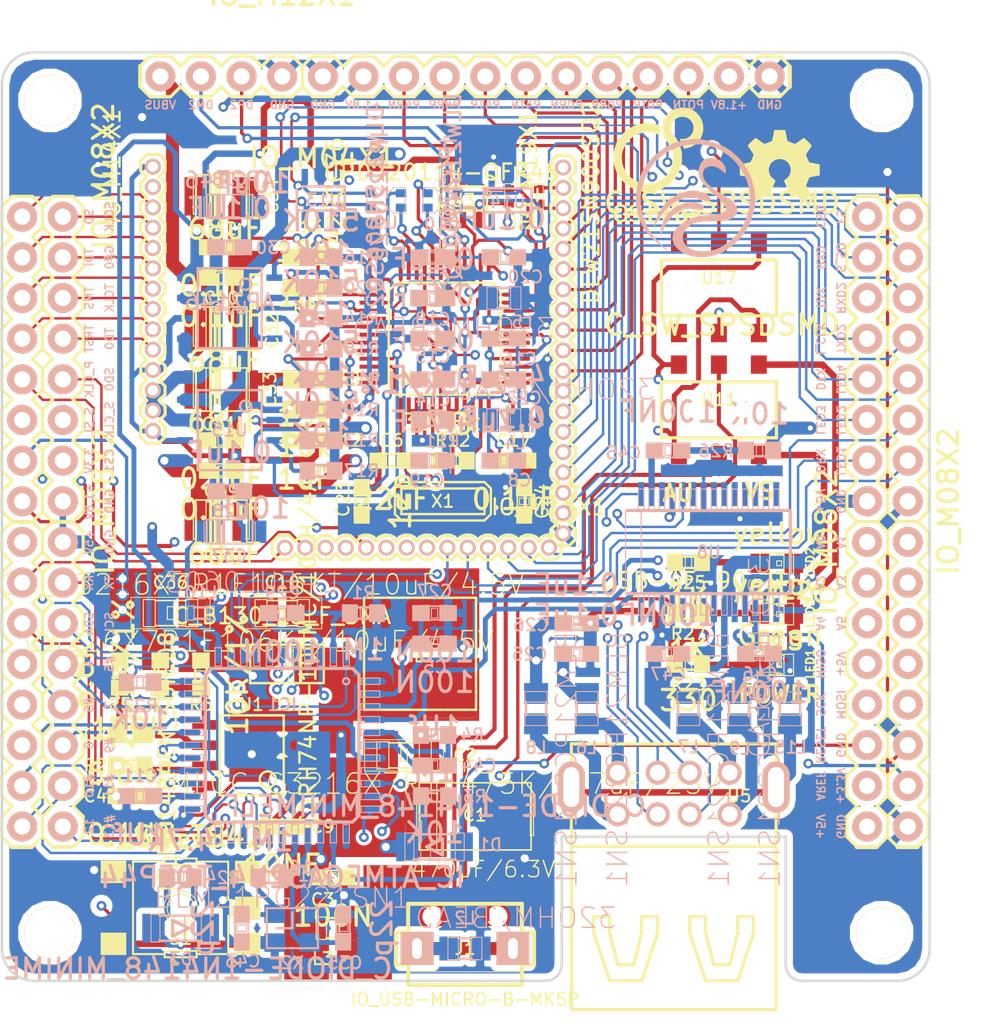
<source format=kicad_pcb>
(kicad_pcb (version 3) (host pcbnew "(2013-03-19 BZR 4004)-stable")
  (layers (15 F.Cu signal) (2 Inner2.Cu signal) (1 Inner1.Cu signal) (0 B.Cu signal) (18 B.Paste user) (19 F.Paste user) (20 B.SilkS user hide) (21 F.SilkS user hide) (22 B.Mask user) (23 F.Mask user) (28 Edge.Cuts user))
  (net 0 "")
  (net 1 +3.3V)
  (net 2 +5V)
  (net 3 /+1.8V)
  (net 4 /ATMEGA32U4/A0)
  (net 5 /ATMEGA32U4/A1)
  (net 6 /ATMEGA32U4/A2)
  (net 7 /ATMEGA32U4/A3)
  (net 8 /ATMEGA32U4/A4)
  (net 9 /ATMEGA32U4/A5)
  (net 10 /ATMEGA32U4/AREF)
  (net 11 /ATMEGA32U4/AVCC)
  (net 12 /ATMEGA32U4/D0/RX)
  (net 13 /ATMEGA32U4/D1/TX)
  (net 14 /ATMEGA32U4/D2/SDA)
  (net 15 /ATMEGA32U4/D3/SCL)
  (net 16 /ATMEGA32U4/D4)
  (net 17 /ATMEGA32U4/D5*)
  (net 18 /ATMEGA32U4/D6*)
  (net 19 /ATMEGA32U4/D7)
  (net 20 /ATMEGA32U4/HWB)
  (net 21 /ATMEGA32U4/IO10*)
  (net 22 /ATMEGA32U4/IO11*)
  (net 23 /ATMEGA32U4/IO12)
  (net 24 /ATMEGA32U4/IO13*)
  (net 25 /ATMEGA32U4/IO8)
  (net 26 /ATMEGA32U4/IO9*)
  (net 27 /ATMEGA32U4/MISO)
  (net 28 /ATMEGA32U4/MOSI)
  (net 29 /ATMEGA32U4/RD+)
  (net 30 /ATMEGA32U4/RD-)
  (net 31 /ATMEGA32U4/RESET)
  (net 32 /ATMEGA32U4/SCK)
  (net 33 /ATMEGA32U4/UGND)
  (net 34 /ATMEGA32U4/VBUS4)
  (net 35 /G#00)
  (net 36 /G#01/I2C_SCLK)
  (net 37 /G#02/I2C_SD)
  (net 38 /G#03/SPI_CS0)
  (net 39 /G#04/SPI_CLK)
  (net 40 /G#05/SPI_MOSI)
  (net 41 /G#06/SPI_MISO)
  (net 42 /G#07/I2S_CLK)
  (net 43 /G#08/I2S_WS/TDX)
  (net 44 /G#09/I2S_SD0)
  (net 45 /G#10/I2S_SDI/RXD)
  (net 46 /G#11/PCM_FS)
  (net 47 /G#12/PCM_CLK)
  (net 48 /G#13/PCM_DRX)
  (net 49 /G#14/PCM_DTX)
  (net 50 /G#15/TXD2)
  (net 51 /G#16/RXD2)
  (net 52 /G#17/JTAG_TDO)
  (net 53 /G#18/JTAG_TDI)
  (net 54 /G#19/JTAG_TMS)
  (net 55 /G#20/JTAG_TCLK)
  (net 56 /G#21/JTAG_TRST)
  (net 57 /G#22/LED0)
  (net 58 /G#23/LED1)
  (net 59 /G#24/LED2)
  (net 60 /G#25/LED3)
  (net 61 /G#26/LED4)
  (net 62 /G#27/SPI_CS1)
  (net 63 /P0RN)
  (net 64 /P0RP)
  (net 65 /P0TN)
  (net 66 /P0TP)
  (net 67 /P4RN)
  (net 68 /P4RP)
  (net 69 /P4TN)
  (net 70 /P4TP)
  (net 71 /RESET)
  (net 72 /USBD+)
  (net 73 /USBD-)
  (net 74 /USBDM)
  (net 75 /USBDP)
  (net 76 /uPD720114/D+)
  (net 77 /uPD720114/D-)
  (net 78 /uPD720114/DM1)
  (net 79 /uPD720114/DM2)
  (net 80 /uPD720114/DP1)
  (net 81 /uPD720114/DP2)
  (net 82 /uPD720114/VBUS1)
  (net 83 /uPD720114/VBUS2)
  (net 84 /uPD720114/VBUS3)
  (net 85 AGND)
  (net 86 GND)
  (net 87 N-000001)
  (net 88 N-00000100)
  (net 89 N-00000101)
  (net 90 N-00000104)
  (net 91 N-00000105)
  (net 92 N-00000106)
  (net 93 N-00000107)
  (net 94 N-00000108)
  (net 95 N-00000109)
  (net 96 N-00000110)
  (net 97 N-00000111)
  (net 98 N-00000112)
  (net 99 N-00000114)
  (net 100 N-00000119)
  (net 101 N-00000123)
  (net 102 N-00000124)
  (net 103 N-00000125)
  (net 104 N-00000142)
  (net 105 N-00000155)
  (net 106 N-00000156)
  (net 107 N-00000157)
  (net 108 N-0000067)
  (net 109 N-0000068)
  (net 110 N-0000069)
  (net 111 N-0000070)
  (net 112 N-0000071)
  (net 113 N-0000072)
  (net 114 N-0000073)
  (net 115 N-0000075)
  (net 116 N-0000076)
  (net 117 N-0000077)
  (net 118 N-0000079)
  (net 119 N-0000082)
  (net 120 N-0000083)
  (net 121 N-0000084)
  (net 122 N-0000085)
  (net 123 N-0000086)
  (net 124 N-0000087)
  (net 125 N-0000088)
  (net 126 N-0000089)
  (net 127 N-000009)
  (net 128 N-0000090)
  (net 129 N-0000091)
  (net 130 N-0000092)
  (net 131 N-0000093)
  (net 132 N-0000094)
  (net 133 N-0000095)
  (net 134 N-0000096)
  (net 135 N-0000097)
  (net 136 N-0000099)
  (module UPD720114-QFP48 (layer F.Cu) (at 106.68 95.885)
    (fp_text reference U4 (at 0 0) (layer F.SilkS) (effects (font (size 0.762 0.762) (thickness 0.127))))
    (fp_text value UPD720114-QFP48 (at -0.2 -10.4) (layer F.SilkS))
    (pad 1 smd rect (at -2.75 4.5) (size 0.25 1.65) (layers F.Cu F.Paste F.Mask) (net 90 N-00000104))
    (pad 2 smd rect (at -2.25 4.5) (size 0.25 1.65) (layers F.Cu F.Paste F.Mask) (net 86 GND))
    (pad 3 smd rect (at -1.75 4.5) (size 0.25 1.65) (layers F.Cu F.Paste F.Mask) (net 86 GND))
    (pad 4 smd rect (at -1.25 4.5) (size 0.25 1.65) (layers F.Cu F.Paste F.Mask) (net 86 GND))
    (pad 5 smd rect (at -0.75 4.5) (size 0.25 1.65) (layers F.Cu F.Paste F.Mask) (net 86 GND))
    (pad 6 smd rect (at -0.25 4.5) (size 0.25 1.65) (layers F.Cu F.Paste F.Mask) (net 86 GND))
    (pad 7 smd rect (at 0.25 4.5) (size 0.25 1.65) (layers F.Cu F.Paste F.Mask) (net 136 N-0000099))
    (pad 8 smd rect (at 0.75 4.5) (size 0.25 1.65) (layers F.Cu F.Paste F.Mask) (net 136 N-0000099))
    (pad 9 smd rect (at 1.25 4.5) (size 0.25 1.65) (layers F.Cu F.Paste F.Mask) (net 1 +3.3V))
    (pad 10 smd rect (at 1.75 4.5) (size 0.25 1.65) (layers F.Cu F.Paste F.Mask) (net 89 N-00000101))
    (pad 11 smd rect (at 2.25 4.5) (size 0.25 1.65) (layers F.Cu F.Paste F.Mask) (net 122 N-0000085))
    (pad 12 smd rect (at 2.75 4.5) (size 0.25 1.65) (layers F.Cu F.Paste F.Mask) (net 90 N-00000104))
    (pad 13 smd rect (at 4.5 2.75) (size 1.65 0.25) (layers F.Cu F.Paste F.Mask) (net 1 +3.3V))
    (pad 14 smd rect (at 4.5 2.25) (size 1.65 0.25) (layers F.Cu F.Paste F.Mask) (net 86 GND))
    (pad 15 smd rect (at 4.5 1.75) (size 1.65 0.25) (layers F.Cu F.Paste F.Mask) (net 119 N-0000082))
    (pad 16 smd rect (at 4.5 1.25) (size 1.65 0.25) (layers F.Cu F.Paste F.Mask) (net 99 N-00000114))
    (pad 17 smd rect (at 4.5 0.75) (size 1.65 0.25) (layers F.Cu F.Paste F.Mask) (net 100 N-00000119))
    (pad 18 smd rect (at 4.5 0.25) (size 1.65 0.25) (layers F.Cu F.Paste F.Mask) (net 99 N-00000114))
    (pad 19 smd rect (at 4.5 -0.25) (size 1.65 0.25) (layers F.Cu F.Paste F.Mask) (net 100 N-00000119))
    (pad 20 smd rect (at 4.5 -0.75) (size 1.65 0.25) (layers F.Cu F.Paste F.Mask) (net 1 +3.3V))
    (pad 21 smd rect (at 4.5 -1.25) (size 1.65 0.25) (layers F.Cu F.Paste F.Mask) (net 120 N-0000083))
    (pad 22 smd rect (at 4.5 -1.75) (size 1.65 0.25) (layers F.Cu F.Paste F.Mask) (net 121 N-0000084))
    (pad 23 smd rect (at 4.5 -2.25) (size 1.65 0.25) (layers F.Cu F.Paste F.Mask) (net 86 GND))
    (pad 24 smd rect (at 4.5 -2.75) (size 1.65 0.25) (layers F.Cu F.Paste F.Mask) (net 90 N-00000104))
    (pad 25 smd rect (at 2.75 -4.5) (size 0.25 1.65) (layers F.Cu F.Paste F.Mask) (net 78 /uPD720114/DM1))
    (pad 26 smd rect (at 2.25 -4.5) (size 0.25 1.65) (layers F.Cu F.Paste F.Mask) (net 80 /uPD720114/DP1))
    (pad 27 smd rect (at 1.75 -4.5) (size 0.25 1.65) (layers F.Cu F.Paste F.Mask) (net 86 GND))
    (pad 28 smd rect (at 1.25 -4.5) (size 0.25 1.65) (layers F.Cu F.Paste F.Mask) (net 79 /uPD720114/DM2))
    (pad 29 smd rect (at 0.75 -4.5) (size 0.25 1.65) (layers F.Cu F.Paste F.Mask) (net 81 /uPD720114/DP2))
    (pad 30 smd rect (at 0.25 -4.5) (size 0.25 1.65) (layers F.Cu F.Paste F.Mask) (net 1 +3.3V))
    (pad 31 smd rect (at -0.25 -4.5) (size 0.25 1.65) (layers F.Cu F.Paste F.Mask) (net 130 N-0000092))
    (pad 32 smd rect (at -0.75 -4.5) (size 0.25 1.65) (layers F.Cu F.Paste F.Mask) (net 129 N-0000091))
    (pad 33 smd rect (at -1.25 -4.5) (size 0.25 1.65) (layers F.Cu F.Paste F.Mask) (net 90 N-00000104))
    (pad 34 smd rect (at -1.75 -4.5) (size 0.25 1.65) (layers F.Cu F.Paste F.Mask) (net 133 N-0000095))
    (pad 35 smd rect (at -2.25 -4.5) (size 0.25 1.65) (layers F.Cu F.Paste F.Mask) (net 131 N-0000093))
    (pad 36 smd rect (at -2.75 -4.5) (size 0.25 1.65) (layers F.Cu F.Paste F.Mask) (net 86 GND))
    (pad 37 smd rect (at -4.5 -2.75) (size 1.65 0.25) (layers F.Cu F.Paste F.Mask) (net 124 N-0000087))
    (pad 38 smd rect (at -4.5 -2.25) (size 1.65 0.25) (layers F.Cu F.Paste F.Mask) (net 97 N-00000111))
    (pad 39 smd rect (at -4.5 -1.75) (size 1.65 0.25) (layers F.Cu F.Paste F.Mask) (net 98 N-00000112))
    (pad 40 smd rect (at -4.5 -1.25) (size 1.65 0.25) (layers F.Cu F.Paste F.Mask) (net 96 N-00000110))
    (pad 41 smd rect (at -4.5 -0.75) (size 1.65 0.25) (layers F.Cu F.Paste F.Mask) (net 95 N-00000109))
    (pad 42 smd rect (at -4.5 -0.25) (size 1.65 0.25) (layers F.Cu F.Paste F.Mask) (net 86 GND))
    (pad 43 smd rect (at -4.5 0.25) (size 1.65 0.25) (layers F.Cu F.Paste F.Mask) (net 94 N-00000108))
    (pad 44 smd rect (at -4.5 0.75) (size 1.65 0.25) (layers F.Cu F.Paste F.Mask) (net 91 N-00000105))
    (pad 45 smd rect (at -4.5 1.25) (size 1.65 0.25) (layers F.Cu F.Paste F.Mask) (net 93 N-00000107))
    (pad 46 smd rect (at -4.5 1.75) (size 1.65 0.25) (layers F.Cu F.Paste F.Mask) (net 92 N-00000106))
    (pad 47 smd rect (at -4.5 2.25) (size 1.65 0.25) (layers F.Cu F.Paste F.Mask) (net 125 N-0000088))
    (pad 48 smd rect (at -4.5 2.75) (size 1.65 0.25) (layers F.Cu F.Paste F.Mask) (net 1 +3.3V))
  )
  (module rcl-L7070 (layer F.Cu) (at 104.14 115.57 90)
    (fp_text reference L1 (at -0.127 1.27 180) (layer F.SilkS) (effects (font (size 0.762 0.762) (thickness 0.127))))
    (fp_text value CDRH74NP-100MC/10uH/4A (at 0 -6 90) (layer F.SilkS))
    (pad 1 smd rect (at -2.5 1 90) (size 3 7) (layers F.Cu F.Paste F.Mask) (net 116 N-0000076))
    (pad 2 smd rect (at 2.5 1 90) (size 3 7) (layers F.Cu F.Paste F.Mask) (net 1 +3.3V))
  )
  (module rcl-L0805 (layer B.Cu) (at 110.38 93.345 180)
    (fp_text reference L5 (at -1.1514 -1.4986 180) (layer B.SilkS) (effects (font (size 0.762 0.762) (thickness 0.127)) (justify mirror)))
    (fp_text value 32OHM/BEAD (at 3.175 -1.905 180) (layer B.SilkS) (effects (font (size 1.27 1.27) (thickness 0.0889)) (justify mirror)))
    (pad 1 smd rect (at -0.94996 0 180) (size 1.29794 1.4986) (layers B.Cu B.Paste B.Mask) (net 86 GND))
    (pad 2 smd rect (at 0.94996 0 180) (size 1.29794 1.4986) (layers B.Cu B.Paste B.Mask) (net 99 N-00000114))
  )
  (module rcl-L0805 (layer F.Cu) (at 99.695 132.715 180)
    (fp_text reference L3 hide)
    (fp_text value BLM21PG221SN1 (at 3.175 1.905 180) (layer B.SilkS) (effects (font (size 1.27 1.27) (thickness 0.0889))))
    (pad 1 smd rect (at -0.94996 0 180) (size 1.29794 1.4986) (layers F.Cu F.Paste F.Mask) (net 108 N-0000067))
    (pad 2 smd rect (at 0.94996 0 180) (size 1.29794 1.4986) (layers F.Cu F.Paste F.Mask) (net 2 +5V))
  )
  (module rcl-L0805 (layer B.Cu) (at 112.395 118.999 270)
    (fp_text reference L8 (at 2.4384 0 360) (layer B.SilkS) (effects (font (size 0.762 0.762) (thickness 0.127)) (justify mirror)))
    (fp_text value BLM21PG221SN1 (at 3.175 -1.905 270) (layer B.SilkS) (effects (font (size 1.27 1.27) (thickness 0.0889)) (justify mirror)))
    (pad 1 smd rect (at -0.94996 0 270) (size 1.29794 1.4986) (layers B.Cu B.Paste B.Mask) (net 82 /uPD720114/VBUS1))
    (pad 2 smd rect (at 0.94996 0 270) (size 1.29794 1.4986) (layers B.Cu B.Paste B.Mask) (net 101 N-00000123))
  )
  (module rcl-L0805 (layer B.Cu) (at 125.095 118.999 270)
    (fp_text reference L9 (at 2.4892 -0.0254 360) (layer B.SilkS) (effects (font (size 0.762 0.762) (thickness 0.127)) (justify mirror)))
    (fp_text value BLM21PG221SN1 (at 3.175 -1.905 270) (layer B.SilkS) (effects (font (size 1.27 1.27) (thickness 0.0889)) (justify mirror)))
    (pad 1 smd rect (at -0.94996 0 270) (size 1.29794 1.4986) (layers B.Cu B.Paste B.Mask) (net 86 GND))
    (pad 2 smd rect (at 0.94996 0 270) (size 1.29794 1.4986) (layers B.Cu B.Paste B.Mask) (net 102 N-00000124))
  )
  (module rcl-L0805 (layer B.Cu) (at 128.27 118.999 90)
    (fp_text reference L15 (at -2.413 0.0254 180) (layer B.SilkS) (effects (font (size 0.762 0.762) (thickness 0.127)) (justify mirror)))
    (fp_text value 32OHM/BEAD (at 3.175 -1.905 90) (layer B.SilkS) (effects (font (size 1.27 1.27) (thickness 0.0889)) (justify mirror)))
    (pad 1 smd rect (at -0.94996 0 90) (size 1.29794 1.4986) (layers B.Cu B.Paste B.Mask) (net 103 N-00000125))
    (pad 2 smd rect (at 0.94996 0 90) (size 1.29794 1.4986) (layers B.Cu B.Paste B.Mask) (net 86 GND))
  )
  (module rcl-L0805 (layer B.Cu) (at 107.95 133.985)
    (fp_text reference L2 (at 0 -1.905) (layer B.SilkS) (effects (font (size 0.762 0.762) (thickness 0.127)) (justify mirror)))
    (fp_text value 32OHM/BEAD (at 3.175 -1.905) (layer B.SilkS) (effects (font (size 1.27 1.27) (thickness 0.0889)) (justify mirror)))
    (pad 1 smd rect (at -0.94996 0) (size 1.29794 1.4986) (layers B.Cu B.Paste B.Mask) (net 114 N-0000073))
    (pad 2 smd rect (at 0.94996 0) (size 1.29794 1.4986) (layers B.Cu B.Paste B.Mask) (net 86 GND))
  )
  (module rcl-L0805 (layer B.Cu) (at 110.38 100.965)
    (fp_text reference L4 (at 0.7196 1.4224) (layer B.SilkS) (effects (font (size 0.762 0.762) (thickness 0.127)) (justify mirror)))
    (fp_text value 32OHM/BEAD (at 3.175 -1.905) (layer B.SilkS) (effects (font (size 1.27 1.27) (thickness 0.0889)) (justify mirror)))
    (pad 1 smd rect (at -0.94996 0) (size 1.29794 1.4986) (layers B.Cu B.Paste B.Mask) (net 90 N-00000104))
    (pad 2 smd rect (at 0.94996 0) (size 1.29794 1.4986) (layers B.Cu B.Paste B.Mask) (net 100 N-00000119))
  )
  (module rcl-L0805 (layer B.Cu) (at 121.92 118.999 270)
    (fp_text reference L7 (at 2.3876 0 360) (layer B.SilkS) (effects (font (size 0.762 0.762) (thickness 0.127)) (justify mirror)))
    (fp_text value BLM21PG221SN1 (at 3.175 -1.905 270) (layer B.SilkS) (effects (font (size 1.27 1.27) (thickness 0.0889)) (justify mirror)))
    (pad 1 smd rect (at -0.94996 0 270) (size 1.29794 1.4986) (layers B.Cu B.Paste B.Mask) (net 86 GND))
    (pad 2 smd rect (at 0.94996 0 270) (size 1.29794 1.4986) (layers B.Cu B.Paste B.Mask) (net 123 N-0000086))
  )
  (module rcl-L0805 (layer B.Cu) (at 115.57 118.999 270)
    (fp_text reference L6 (at 2.4384 0.0254 360) (layer B.SilkS) (effects (font (size 0.762 0.762) (thickness 0.127)) (justify mirror)))
    (fp_text value BLM21PG221SN1 (at 3.175 -1.905 270) (layer B.SilkS) (effects (font (size 1.27 1.27) (thickness 0.0889)) (justify mirror)))
    (pad 1 smd rect (at -0.94996 0 270) (size 1.29794 1.4986) (layers B.Cu B.Paste B.Mask) (net 83 /uPD720114/VBUS2))
    (pad 2 smd rect (at 0.94996 0 270) (size 1.29794 1.4986) (layers B.Cu B.Paste B.Mask) (net 132 N-0000094))
  )
  (module rcl-L0603 (layer B.Cu) (at 91.44 113.03)
    (fp_text reference L10 (at 0 -1.27) (layer B.SilkS) (effects (font (size 0.762 0.762) (thickness 0.127)) (justify mirror)))
    (fp_text value L-EUL0603 (at 3.175 -1.905) (layer B.SilkS) (effects (font (size 1.27 1.27) (thickness 0.0889)) (justify mirror)))
    (pad 1 smd rect (at -0.84836 0) (size 0.99822 1.09982) (layers B.Cu B.Paste B.Mask) (net 2 +5V))
    (pad 2 smd rect (at 0.84836 0) (size 0.99822 1.09982) (layers B.Cu B.Paste B.Mask) (net 11 /ATMEGA32U4/AVCC))
  )
  (module rcl-C1206 (layer F.Cu) (at 89.535 113.03)
    (fp_text reference C36 (at 0 -1.905) (layer F.SilkS) (effects (font (size 0.762 0.762) (thickness 0.127))))
    (fp_text value MLCC_C3216X7R1E106KT/10uF/4.5V (at 2.54 1.778) (layer F.SilkS) (effects (font (size 1.27 1.27) (thickness 0.0889))))
    (pad 1 smd rect (at -1.39954 0) (size 1.59766 1.79832) (layers F.Cu F.Paste F.Mask) (net 1 +3.3V))
    (pad 2 smd rect (at 1.39954 0) (size 1.59766 1.79832) (layers F.Cu F.Paste F.Mask) (net 86 GND))
  )
  (module rcl-C1206 (layer F.Cu) (at 96.52 113.03 180)
    (fp_text reference C10 (at 0 1.905 180) (layer F.SilkS) (effects (font (size 0.762 0.762) (thickness 0.127))))
    (fp_text value MLCC_C3216X7R1E106KT/10uF/4.5V (at 2.54 1.778 180) (layer F.SilkS) (effects (font (size 1.27 1.27) (thickness 0.0889))))
    (pad 1 smd rect (at -1.39954 0 180) (size 1.59766 1.79832) (layers F.Cu F.Paste F.Mask) (net 1 +3.3V))
    (pad 2 smd rect (at 1.39954 0 180) (size 1.59766 1.79832) (layers F.Cu F.Paste F.Mask) (net 86 GND))
  )
  (module rcl-C1206 (layer F.Cu) (at 104.14 121.92)
    (fp_text reference C2 (at 3.81 0) (layer F.SilkS) (effects (font (size 0.762 0.762) (thickness 0.127))))
    (fp_text value MLCC_C3216X7R1E475K/4.7uF/25V (at 2.54 1.778) (layer F.SilkS) (effects (font (size 1.27 1.27) (thickness 0.0889))))
    (pad 1 smd rect (at -1.39954 0) (size 1.59766 1.79832) (layers F.Cu F.Paste F.Mask) (net 2 +5V))
    (pad 2 smd rect (at 1.39954 0) (size 1.59766 1.79832) (layers F.Cu F.Paste F.Mask) (net 86 GND))
  )
  (module IP4220CZ6_SOT23_6 (layer B.Cu) (at 110.617 86.995 270)
    (fp_text reference U14 (at 0.3302 0 540) (layer B.SilkS) (effects (font (size 0.762 0.762) (thickness 0.127)) (justify mirror)))
    (fp_text value IP4220CZ6 (at 0 8 270) (layer B.SilkS) (effects (justify mirror)))
    (pad 2 smd rect (at -1.1 0 270) (size 1 0.4) (layers B.Cu B.Paste B.Mask) (net 86 GND))
    (pad 3 smd rect (at -1.1 -1 270) (size 1 0.4) (layers B.Cu B.Paste B.Mask) (net 126 N-0000089))
    (pad 4 smd rect (at 1.6 -1 270) (size 1 0.4) (layers B.Cu B.Paste B.Mask) (net 128 N-0000090))
    (pad 5 smd rect (at 1.6 0 270) (size 1 0.4) (layers B.Cu B.Paste B.Mask) (net 82 /uPD720114/VBUS1))
    (pad 6 smd rect (at 1.6 1 270) (size 1 0.4) (layers B.Cu B.Paste B.Mask))
    (pad 1 smd rect (at -1.1 1 270) (size 1 0.4) (layers B.Cu B.Paste B.Mask))
  )
  (module IP4220CZ6_SOT23_6 (layer F.Cu) (at 107.823 87.376 90)
    (fp_text reference U3 (at 0.127 0 180) (layer F.SilkS) (effects (font (size 0.762 0.762) (thickness 0.127))))
    (fp_text value IP4220CZ6 (at 0 -8 90) (layer F.SilkS))
    (pad 2 smd rect (at -1.1 0 90) (size 1 0.4) (layers F.Cu F.Paste F.Mask) (net 86 GND))
    (pad 3 smd rect (at -1.1 1 90) (size 1 0.4) (layers F.Cu F.Paste F.Mask) (net 120 N-0000083))
    (pad 4 smd rect (at 1.6 1 90) (size 1 0.4) (layers F.Cu F.Paste F.Mask) (net 121 N-0000084))
    (pad 5 smd rect (at 1.6 0 90) (size 1 0.4) (layers F.Cu F.Paste F.Mask) (net 2 +5V))
    (pad 6 smd rect (at 1.6 -1 90) (size 1 0.4) (layers F.Cu F.Paste F.Mask))
    (pad 1 smd rect (at -1.1 -1 90) (size 1 0.4) (layers F.Cu F.Paste F.Mask))
  )
  (module IP4220CZ6_SOT23_6 (layer B.Cu) (at 98.933 87.376 90)
    (fp_text reference U13 (at 0.1524 0.1778 360) (layer B.SilkS) (effects (font (size 0.762 0.762) (thickness 0.127)) (justify mirror)))
    (fp_text value IP4220CZ6 (at 0 8 90) (layer B.SilkS) (effects (justify mirror)))
    (pad 2 smd rect (at -1.1 0 90) (size 1 0.4) (layers B.Cu B.Paste B.Mask) (net 86 GND))
    (pad 3 smd rect (at -1.1 -1 90) (size 1 0.4) (layers B.Cu B.Paste B.Mask) (net 135 N-0000097))
    (pad 4 smd rect (at 1.6 -1 90) (size 1 0.4) (layers B.Cu B.Paste B.Mask) (net 134 N-0000096))
    (pad 5 smd rect (at 1.6 0 90) (size 1 0.4) (layers B.Cu B.Paste B.Mask) (net 83 /uPD720114/VBUS2))
    (pad 6 smd rect (at 1.6 1 90) (size 1 0.4) (layers B.Cu B.Paste B.Mask))
    (pad 1 smd rect (at -1.1 1 90) (size 1 0.4) (layers B.Cu B.Paste B.Mask))
  )
  (module IO_USB-MICRO-B-MK5P (layer F.Cu) (at 107.95 133.985)
    (fp_text reference J1 (at 0 0) (layer F.SilkS) (effects (font (size 0.762 0.762) (thickness 0.127))))
    (fp_text value IO_USB-MICRO-B-MK5P (at 0 3.175) (layer F.SilkS) (effects (font (size 0.762 0.762) (thickness 0.127))))
    (pad P1 smd rect (at -1.3208 -2.6924) (size 0.4064 2) (layers F.Cu F.Paste F.Mask) (net 108 N-0000067))
    (pad P2 smd rect (at -0.6604 -2.6924) (size 0.4064 2) (layers F.Cu F.Paste F.Mask) (net 73 /USBD-))
    (pad P3 smd rect (at 0 -2.6924) (size 0.4064 2) (layers F.Cu F.Paste F.Mask) (net 72 /USBD+))
    (pad P4 smd rect (at 0.6604 -2.6924) (size 0.4064 2) (layers F.Cu F.Paste F.Mask))
    (pad P5 smd rect (at 1.3208 -2.6924) (size 0.4064 2) (layers F.Cu F.Paste F.Mask) (net 86 GND))
    (pad S1 thru_hole rect (at -3 0) (size 2.0574 2.0574) (drill oval 0.6096 1.3) (layers *.Cu *.Paste *.SilkS *.Mask) (net 114 N-0000073))
    (pad S2 thru_hole rect (at 3 0) (size 2.0574 2.0574) (drill oval 0.6096 1.3) (layers *.Cu *.Paste *.SilkS *.Mask) (net 114 N-0000073))
    (pad "" np_thru_hole circle (at -2 -2 90) (size 0.9 0.9) (drill 0.9) (layers *.Cu *.Mask F.SilkS))
    (pad "" np_thru_hole circle (at 2 -2 90) (size 0.9 0.9) (drill 0.9) (layers *.Cu *.Mask F.SilkS))
  )
  (module IO_HOLE-3.2 (layer F.Cu) (at 134 133)
    (fp_text reference P2 hide)
    (fp_text value IO_HOLE-3.2 hide)
    (pad "" thru_hole circle (at 0 0) (size 3.2004 3.2004) (drill 3.2004) (layers *.Cu *.Paste *.SilkS *.Mask))
  )
  (module IO_HOLE-3.2 (layer F.Cu) (at 134 81)
    (fp_text reference P3 hide)
    (fp_text value IO_HOLE-3.2 hide)
    (pad "" thru_hole circle (at 0 0) (size 3.2004 3.2004) (drill 3.2004) (layers *.Cu *.Paste *.SilkS *.Mask))
  )
  (module IC_MP1484EN_SOIC08 (layer F.Cu) (at 94.615 121.92 90)
    (fp_text reference U1 (at 3.175 0 180) (layer F.SilkS) (effects (font (size 0.762 0.762) (thickness 0.127))))
    (fp_text value IC_MP1484EN_SOIC08 (at -0.4 -5.3 90) (layer F.SilkS))
    (pad 1 smd rect (at -1.905 2.921 90) (size 0.6 1.6) (layers F.Cu F.Paste F.Mask) (net 117 N-0000077))
    (pad 2 smd rect (at -0.635 2.921 90) (size 0.6 1.6) (layers F.Cu F.Paste F.Mask) (net 2 +5V))
    (pad 3 smd rect (at 0.635 2.921 90) (size 0.6 1.6) (layers F.Cu F.Paste F.Mask) (net 116 N-0000076))
    (pad 4 smd rect (at 1.905 2.921 90) (size 0.6 1.6) (layers F.Cu F.Paste F.Mask) (net 86 GND))
    (pad 5 smd rect (at 1.905 -2.921 90) (size 0.6 1.6) (layers F.Cu F.Paste F.Mask) (net 112 N-0000071))
    (pad 6 smd rect (at 0.635 -2.921 90) (size 0.6 1.6) (layers F.Cu F.Paste F.Mask) (net 110 N-0000069))
    (pad 7 smd rect (at -0.635 -2.921 90) (size 0.6 1.6) (layers F.Cu F.Paste F.Mask) (net 115 N-0000075))
    (pad 8 smd rect (at -1.905 -2.921 90) (size 0.6 1.6) (layers F.Cu F.Paste F.Mask) (net 109 N-0000068))
    (pad 9 smd rect (at 0 0 90) (size 3.3 2.3) (layers F.Cu F.Paste F.Mask) (net 86 GND))
  )
  (module IC_ATMEGA32U4_TQFP44 (layer B.Cu) (at 96.52 121.285 180)
    (fp_text reference IC1 (at 0 2.54 180) (layer B.SilkS) (effects (font (size 0.762 0.762) (thickness 0.127)) (justify mirror)))
    (fp_text value IC_ATMEGA32U4_TQFP44 (at 0 -8.255 180) (layer B.SilkS) (effects (font (size 1.27 1.27) (thickness 0.2032)) (justify mirror)))
    (pad 1 smd oval (at -5.79882 3.99796 180) (size 1.39954 0.44958) (layers B.Cu B.Paste B.Mask) (net 19 /ATMEGA32U4/D7) (clearance 0.127))
    (pad 2 smd oval (at -5.79882 3.19786 180) (size 1.39954 0.44958) (layers B.Cu B.Paste B.Mask) (net 2 +5V) (clearance 0.127))
    (pad 3 smd oval (at -5.79882 2.39776 180) (size 1.39954 0.44958) (layers B.Cu B.Paste B.Mask) (net 30 /ATMEGA32U4/RD-) (clearance 0.127))
    (pad 4 smd oval (at -5.79882 1.59766 180) (size 1.39954 0.44958) (layers B.Cu B.Paste B.Mask) (net 29 /ATMEGA32U4/RD+) (clearance 0.127))
    (pad 5 smd oval (at -5.79882 0.79756 180) (size 1.39954 0.44958) (layers B.Cu B.Paste B.Mask) (net 33 /ATMEGA32U4/UGND) (clearance 0.127))
    (pad 6 smd oval (at -5.79882 0 180) (size 1.39954 0.44958) (layers B.Cu B.Paste B.Mask) (net 104 N-00000142) (clearance 0.127))
    (pad 7 smd oval (at -5.79882 -0.79756 180) (size 1.39954 0.44958) (layers B.Cu B.Paste B.Mask) (net 34 /ATMEGA32U4/VBUS4) (clearance 0.127))
    (pad 8 smd oval (at -5.79882 -1.59766 180) (size 1.39954 0.44958) (layers B.Cu B.Paste B.Mask) (clearance 0.127))
    (pad 9 smd oval (at -5.79882 -2.39776 180) (size 1.39954 0.44958) (layers B.Cu B.Paste B.Mask) (net 32 /ATMEGA32U4/SCK) (clearance 0.127))
    (pad 10 smd oval (at -5.79882 -3.19786 180) (size 1.39954 0.44958) (layers B.Cu B.Paste B.Mask) (net 28 /ATMEGA32U4/MOSI) (clearance 0.127))
    (pad 11 smd oval (at -5.79882 -3.99796 180) (size 1.39954 0.44958) (layers B.Cu B.Paste B.Mask) (net 27 /ATMEGA32U4/MISO) (clearance 0.127))
    (pad 12 smd oval (at -3.99796 -5.79882 180) (size 0.44958 1.39954) (layers B.Cu B.Paste B.Mask) (net 22 /ATMEGA32U4/IO11*) (clearance 0.127))
    (pad 13 smd oval (at -3.19786 -5.79882 180) (size 0.44958 1.39954) (layers B.Cu B.Paste B.Mask) (net 31 /ATMEGA32U4/RESET) (clearance 0.127))
    (pad 14 smd oval (at -2.39776 -5.79882 180) (size 0.44958 1.39954) (layers B.Cu B.Paste B.Mask) (net 2 +5V) (clearance 0.127))
    (pad 15 smd oval (at -1.59766 -5.79882 180) (size 0.44958 1.39954) (layers B.Cu B.Paste B.Mask) (net 86 GND) (clearance 0.127))
    (pad 16 smd oval (at -0.79756 -5.79882 180) (size 0.44958 1.39954) (layers B.Cu B.Paste B.Mask) (net 106 N-00000156) (clearance 0.127))
    (pad 17 smd oval (at 0 -5.79882 180) (size 0.44958 1.39954) (layers B.Cu B.Paste B.Mask) (net 107 N-00000157) (clearance 0.127))
    (pad 18 smd oval (at 0.79756 -5.79882 180) (size 0.44958 1.39954) (layers B.Cu B.Paste B.Mask) (net 15 /ATMEGA32U4/D3/SCL) (clearance 0.127))
    (pad 19 smd oval (at 1.59766 -5.79882 180) (size 0.44958 1.39954) (layers B.Cu B.Paste B.Mask) (net 14 /ATMEGA32U4/D2/SDA) (clearance 0.127))
    (pad 20 smd oval (at 2.39776 -5.79882 180) (size 0.44958 1.39954) (layers B.Cu B.Paste B.Mask) (net 12 /ATMEGA32U4/D0/RX) (clearance 0.127))
    (pad 21 smd oval (at 3.19786 -5.79882 180) (size 0.44958 1.39954) (layers B.Cu B.Paste B.Mask) (net 13 /ATMEGA32U4/D1/TX) (clearance 0.127))
    (pad 22 smd oval (at 3.99796 -5.79882 180) (size 0.44958 1.39954) (layers B.Cu B.Paste B.Mask) (clearance 0.127))
    (pad 23 smd oval (at 5.79882 -3.99796 180) (size 1.39954 0.44958) (layers B.Cu B.Paste B.Mask) (net 86 GND) (clearance 0.127))
    (pad 24 smd oval (at 5.79882 -3.19786 180) (size 1.39954 0.44958) (layers B.Cu B.Paste B.Mask) (net 11 /ATMEGA32U4/AVCC) (clearance 0.127))
    (pad 25 smd oval (at 5.79882 -2.39776 180) (size 1.39954 0.44958) (layers B.Cu B.Paste B.Mask) (net 16 /ATMEGA32U4/D4) (clearance 0.127))
    (pad 26 smd oval (at 5.79882 -1.59766 180) (size 1.39954 0.44958) (layers B.Cu B.Paste B.Mask) (net 23 /ATMEGA32U4/IO12) (clearance 0.127))
    (pad 27 smd oval (at 5.79882 -0.79756 180) (size 1.39954 0.44958) (layers B.Cu B.Paste B.Mask) (net 18 /ATMEGA32U4/D6*) (clearance 0.127))
    (pad 28 smd oval (at 5.79882 0 180) (size 1.39954 0.44958) (layers B.Cu B.Paste B.Mask) (net 25 /ATMEGA32U4/IO8) (clearance 0.127))
    (pad 29 smd oval (at 5.79882 0.79756 180) (size 1.39954 0.44958) (layers B.Cu B.Paste B.Mask) (net 26 /ATMEGA32U4/IO9*) (clearance 0.127))
    (pad 30 smd oval (at 5.79882 1.59766 180) (size 1.39954 0.44958) (layers B.Cu B.Paste B.Mask) (net 21 /ATMEGA32U4/IO10*) (clearance 0.127))
    (pad 31 smd oval (at 5.79882 2.39776 180) (size 1.39954 0.44958) (layers B.Cu B.Paste B.Mask) (net 17 /ATMEGA32U4/D5*) (clearance 0.127))
    (pad 32 smd oval (at 5.79882 3.19786 180) (size 1.39954 0.44958) (layers B.Cu B.Paste B.Mask) (net 24 /ATMEGA32U4/IO13*) (clearance 0.127))
    (pad 33 smd oval (at 5.79882 3.99796 180) (size 1.39954 0.44958) (layers B.Cu B.Paste B.Mask) (net 20 /ATMEGA32U4/HWB) (clearance 0.127))
    (pad 34 smd oval (at 3.99796 5.79882 180) (size 0.44958 1.39954) (layers B.Cu B.Paste B.Mask) (net 2 +5V) (clearance 0.127))
    (pad 35 smd oval (at 3.19786 5.79882 180) (size 0.44958 1.39954) (layers B.Cu B.Paste B.Mask) (net 86 GND) (clearance 0.127))
    (pad 36 smd oval (at 2.39776 5.79882 180) (size 0.44958 1.39954) (layers B.Cu B.Paste B.Mask) (net 4 /ATMEGA32U4/A0) (clearance 0.127))
    (pad 37 smd oval (at 1.59766 5.79882 180) (size 0.44958 1.39954) (layers B.Cu B.Paste B.Mask) (net 5 /ATMEGA32U4/A1) (clearance 0.127))
    (pad 38 smd oval (at 0.79756 5.79882 180) (size 0.44958 1.39954) (layers B.Cu B.Paste B.Mask) (net 6 /ATMEGA32U4/A2) (clearance 0.127))
    (pad 39 smd oval (at 0 5.79882 180) (size 0.44958 1.39954) (layers B.Cu B.Paste B.Mask) (net 7 /ATMEGA32U4/A3) (clearance 0.127))
    (pad 40 smd oval (at -0.79756 5.79882 180) (size 0.44958 1.39954) (layers B.Cu B.Paste B.Mask) (net 8 /ATMEGA32U4/A4) (clearance 0.127))
    (pad 41 smd oval (at -1.59766 5.79882 180) (size 0.44958 1.39954) (layers B.Cu B.Paste B.Mask) (net 9 /ATMEGA32U4/A5) (clearance 0.127))
    (pad 42 smd oval (at -2.39776 5.79882 180) (size 0.44958 1.39954) (layers B.Cu B.Paste B.Mask) (net 10 /ATMEGA32U4/AREF) (clearance 0.127))
    (pad 43 smd oval (at -3.19786 5.79882 180) (size 0.44958 1.39954) (layers B.Cu B.Paste B.Mask) (net 85 AGND) (clearance 0.127))
    (pad 44 smd oval (at -3.99796 5.79882 180) (size 0.44958 1.39954) (layers B.Cu B.Paste B.Mask) (net 11 /ATMEGA32U4/AVCC) (clearance 0.127))
    (pad EXP smd circle (at 0 0 180) (size 0.99822 0.99822) (layers B.Cu B.Paste B.Mask) (net 86 GND))
  )
  (module FT232RL_SSOP_28 (layer B.Cu) (at 123.19 109.22)
    (fp_text reference U8 (at 0 0) (layer B.SilkS) (effects (font (size 0.762 0.762) (thickness 0.127)) (justify mirror)))
    (fp_text value FT232RL_SSOP_28 hide)
    (pad 1 smd rect (at -4.22402 -3.62458) (size 0.381 1.4986) (layers B.Cu B.Paste B.Mask) (net 50 /G#15/TXD2))
    (pad 2 smd rect (at -3.57378 -3.62458) (size 0.381 1.4986) (layers B.Cu B.Paste B.Mask) (net 127 N-000009))
    (pad 3 smd rect (at -2.92354 -3.62458) (size 0.381 1.4986) (layers B.Cu B.Paste B.Mask))
    (pad 4 smd rect (at -2.2733 -3.62458) (size 0.381 1.4986) (layers B.Cu B.Paste B.Mask) (net 1 +3.3V))
    (pad 5 smd rect (at -1.62306 -3.62458) (size 0.381 1.4986) (layers B.Cu B.Paste B.Mask) (net 51 /G#16/RXD2))
    (pad 6 smd rect (at -0.97282 -3.62458) (size 0.381 1.4986) (layers B.Cu B.Paste B.Mask))
    (pad 7 smd rect (at -0.32258 -3.62458) (size 0.381 1.4986) (layers B.Cu B.Paste B.Mask) (net 86 GND))
    (pad 8 smd rect (at 0.32258 -3.62458) (size 0.381 1.4986) (layers B.Cu B.Paste B.Mask))
    (pad 9 smd rect (at 0.97282 -3.62458) (size 0.381 1.4986) (layers B.Cu B.Paste B.Mask))
    (pad 10 smd rect (at 1.62306 -3.62458) (size 0.381 1.4986) (layers B.Cu B.Paste B.Mask))
    (pad 11 smd rect (at 2.2733 -3.62458) (size 0.381 1.4986) (layers B.Cu B.Paste B.Mask))
    (pad 12 smd rect (at 2.92354 -3.62458) (size 0.381 1.4986) (layers B.Cu B.Paste B.Mask))
    (pad 13 smd rect (at 3.57378 -3.62458) (size 0.381 1.4986) (layers B.Cu B.Paste B.Mask))
    (pad 14 smd rect (at 4.22402 -3.62458) (size 0.381 1.4986) (layers B.Cu B.Paste B.Mask))
    (pad 15 smd rect (at 4.22402 3.62458) (size 0.381 1.4986) (layers B.Cu B.Paste B.Mask) (net 75 /USBDP))
    (pad 16 smd rect (at 3.57378 3.62458) (size 0.381 1.4986) (layers B.Cu B.Paste B.Mask) (net 74 /USBDM))
    (pad 17 smd rect (at 2.92354 3.62458) (size 0.381 1.4986) (layers B.Cu B.Paste B.Mask) (net 1 +3.3V))
    (pad 18 smd rect (at 2.2733 3.62458) (size 0.381 1.4986) (layers B.Cu B.Paste B.Mask) (net 86 GND))
    (pad 19 smd rect (at 1.62306 3.62458) (size 0.381 1.4986) (layers B.Cu B.Paste B.Mask) (net 2 +5V))
    (pad 20 smd rect (at 0.97282 3.62458) (size 0.381 1.4986) (layers B.Cu B.Paste B.Mask) (net 2 +5V))
    (pad 21 smd rect (at 0.32258 3.62458) (size 0.381 1.4986) (layers B.Cu B.Paste B.Mask) (net 86 GND))
    (pad 22 smd rect (at -0.32258 3.62458) (size 0.381 1.4986) (layers B.Cu B.Paste B.Mask))
    (pad 23 smd rect (at -0.97282 3.62458) (size 0.381 1.4986) (layers B.Cu B.Paste B.Mask))
    (pad 24 smd rect (at -1.62306 3.62458) (size 0.381 1.4986) (layers B.Cu B.Paste B.Mask))
    (pad 25 smd rect (at -2.2733 3.62458) (size 0.381 1.4986) (layers B.Cu B.Paste B.Mask) (net 86 GND))
    (pad 26 smd rect (at -2.92354 3.62458) (size 0.381 1.4986) (layers B.Cu B.Paste B.Mask) (net 86 GND))
    (pad 27 smd rect (at -3.57378 3.62458) (size 0.381 1.4986) (layers B.Cu B.Paste B.Mask))
    (pad 28 smd rect (at -4.22402 3.62458) (size 0.381 1.4986) (layers B.Cu B.Paste B.Mask))
  )
  (module DLW21SN900SQ2 (layer F.Cu) (at 111.633 86.995 270)
    (fp_text reference U2 (at 1.651 0 360) (layer F.SilkS) (effects (font (size 0.762 0.762) (thickness 0.127))))
    (fp_text value DLW21SN900SQ2 (at 0.4 -4.2 270) (layer F.SilkS))
    (pad 4 smd rect (at -0.45 -0.95 270) (size 0.5 0.65) (layers F.Cu F.Paste F.Mask) (net 76 /uPD720114/D+))
    (pad 1 smd rect (at 0.45 -0.95 270) (size 0.5 0.65) (layers F.Cu F.Paste F.Mask) (net 77 /uPD720114/D-))
    (pad 2 smd rect (at 0.45 0.95 270) (size 0.5 0.65) (layers F.Cu F.Paste F.Mask) (net 120 N-0000083))
    (pad 3 smd rect (at -0.45 0.95 270) (size 0.5 0.65) (layers F.Cu F.Paste F.Mask) (net 121 N-0000084))
  )
  (module DLW21SN900SQ2 (layer B.Cu) (at 106.553 87.249 270)
    (fp_text reference U10 (at 1.4732 0.0508 540) (layer B.SilkS) (effects (font (size 0.762 0.762) (thickness 0.127)) (justify mirror)))
    (fp_text value DLW21SN900SQ2 (at 0.4 4.2 270) (layer B.SilkS) (effects (justify mirror)))
    (pad 4 smd rect (at -0.45 0.95 270) (size 0.5 0.65) (layers B.Cu B.Paste B.Mask) (net 130 N-0000092))
    (pad 1 smd rect (at 0.45 0.95 270) (size 0.5 0.65) (layers B.Cu B.Paste B.Mask) (net 129 N-0000091))
    (pad 2 smd rect (at 0.45 -0.95 270) (size 0.5 0.65) (layers B.Cu B.Paste B.Mask) (net 128 N-0000090))
    (pad 3 smd rect (at -0.45 -0.95 270) (size 0.5 0.65) (layers B.Cu B.Paste B.Mask) (net 126 N-0000089))
  )
  (module DLW21SN900SQ2 (layer B.Cu) (at 102.997 87.249 90)
    (fp_text reference U9 (at -1.397 0 360) (layer B.SilkS) (effects (font (size 0.762 0.762) (thickness 0.127)) (justify mirror)))
    (fp_text value DLW21SN900SQ2 (at 0.4 4.2 90) (layer B.SilkS) (effects (justify mirror)))
    (pad 4 smd rect (at -0.45 0.95 90) (size 0.5 0.65) (layers B.Cu B.Paste B.Mask) (net 133 N-0000095))
    (pad 1 smd rect (at 0.45 0.95 90) (size 0.5 0.65) (layers B.Cu B.Paste B.Mask) (net 131 N-0000093))
    (pad 2 smd rect (at 0.45 -0.95 90) (size 0.5 0.65) (layers B.Cu B.Paste B.Mask) (net 134 N-0000096))
    (pad 3 smd rect (at -0.45 -0.95 90) (size 0.5 0.65) (layers B.Cu B.Paste B.Mask) (net 135 N-0000097))
  )
  (module C_SW_TS42 (layer F.Cu) (at 90.17 131.445 180)
    (fp_text reference S1 (at 0 -1.905 180) (layer F.SilkS) (effects (font (size 0.762 0.762) (thickness 0.127))))
    (fp_text value C_SW_TS42 (at 0 4.445 180) (layer F.SilkS) (effects (font (size 1.27 1.27) (thickness 0.2032))))
    (pad 1 smd rect (at -4.19862 -2.2479 180) (size 1.59766 1.39954) (layers F.Cu F.Paste F.SilkS F.Mask) (net 71 /RESET))
    (pad 2 smd rect (at 4.19862 -2.2479 180) (size 1.59766 1.39954) (layers F.Cu F.Paste F.SilkS F.Mask) (net 71 /RESET))
    (pad 3 smd rect (at -4.19862 2.2479 180) (size 1.59766 1.39954) (layers F.Cu F.Paste F.SilkS F.Mask) (net 86 GND))
    (pad 4 smd rect (at 4.19862 2.2479 180) (size 1.59766 1.39954) (layers F.Cu F.Paste F.SilkS F.Mask) (net 86 GND))
    (pad 5 smd rect (at -4.19862 0 180) (size 1.59766 1.39954) (layers F.Cu F.Paste F.SilkS F.Mask))
  )
  (module C_SW_SPSDSMD (layer F.Cu) (at 123.825 100.33 180)
    (fp_text reference U11 (at 0 0.635 180) (layer F.SilkS) (effects (font (size 0.762 0.762) (thickness 0.127))))
    (fp_text value C_SW_SPSDSMD (at -0.20066 5.30098 180) (layer F.SilkS) (effects (font (size 1.27 1.27) (thickness 0.2032))))
    (pad 1 smd rect (at -2.49936 -2.82448 180) (size 0.99822 1.14808) (layers F.Cu F.Paste F.Mask) (net 74 /USBDM))
    (pad 2 smd rect (at 0 -2.82448 180) (size 0.99822 1.14808) (layers F.Cu F.Paste F.Mask) (net 73 /USBD-))
    (pad 3 smd rect (at 2.49936 -2.82448 180) (size 0.99822 1.14808) (layers F.Cu F.Paste F.Mask) (net 30 /ATMEGA32U4/RD-))
    (pad 4 smd rect (at -2.49936 2.82448 180) (size 0.99822 1.14808) (layers F.Cu F.Paste F.Mask) (net 75 /USBDP))
    (pad 5 smd rect (at 0 2.82448 180) (size 0.99822 1.14808) (layers F.Cu F.Paste F.Mask) (net 72 /USBD+))
    (pad 6 smd rect (at 2.49936 2.82448 180) (size 0.99822 1.14808) (layers F.Cu F.Paste F.Mask) (net 29 /ATMEGA32U4/RD+))
    (pad "" np_thru_hole circle (at -1.50114 0) (size 1.016 1.016) (drill 1.016) (layers *.Cu *.Paste *.SilkS *.Mask))
    (pad "" np_thru_hole circle (at 1.50114 0) (size 1.016 1.016) (drill 1.016) (layers *.Cu *.Paste *.SilkS *.Mask))
  )
  (module C_R_0603 (layer F.Cu) (at 88.9 116.84 270)
    (fp_text reference R7 (at 1.905 0 360) (layer F.SilkS) (effects (font (size 0.762 0.762) (thickness 0.127))))
    (fp_text value 26.1K/1% (at 0 2.286 270) (layer F.SilkS) (effects (font (size 1.27 1.27) (thickness 0.2032))))
    (pad 1 smd rect (at -0.84836 0 270) (size 0.99822 1.09982) (layers F.Cu F.Adhes F.Paste F.SilkS F.Mask) (net 1 +3.3V))
    (pad 2 smd rect (at 0.84836 0 270) (size 0.99822 1.09982) (layers F.Cu F.Adhes F.Paste F.SilkS F.Mask) (net 112 N-0000071))
  )
  (module C_R_0603 (layer F.Cu) (at 97.917 100.33)
    (fp_text reference R9 (at 2.413 0) (layer F.SilkS) (effects (font (size 0.762 0.762) (thickness 0.127))))
    (fp_text value 10k (at 0 2.286) (layer F.SilkS) (effects (font (size 1.27 1.27) (thickness 0.2032))))
    (pad 1 smd rect (at -0.84836 0) (size 0.99822 1.09982) (layers F.Cu F.Adhes F.Paste F.SilkS F.Mask) (net 2 +5V))
    (pad 2 smd rect (at 0.84836 0) (size 0.99822 1.09982) (layers F.Cu F.Adhes F.Paste F.SilkS F.Mask) (net 125 N-0000088))
  )
  (module C_R_0603 (layer F.Cu) (at 86.36 116.84 270)
    (fp_text reference R5 (at 1.905 0 360) (layer F.SilkS) (effects (font (size 0.762 0.762) (thickness 0.127))))
    (fp_text value 6.8K (at 0 2.286 270) (layer F.SilkS) (effects (font (size 1.27 1.27) (thickness 0.2032))))
    (pad 1 smd rect (at -0.84836 0 270) (size 0.99822 1.09982) (layers F.Cu F.Adhes F.Paste F.SilkS F.Mask) (net 86 GND))
    (pad 2 smd rect (at 0.84836 0 270) (size 0.99822 1.09982) (layers F.Cu F.Adhes F.Paste F.SilkS F.Mask) (net 111 N-0000070))
  )
  (module C_R_0603 (layer F.Cu) (at 97.917 98.425)
    (fp_text reference R10 (at 2.413 0) (layer F.SilkS) (effects (font (size 0.762 0.762) (thickness 0.127))))
    (fp_text value 15k (at 0 2.286) (layer F.SilkS) (effects (font (size 1.27 1.27) (thickness 0.2032))))
    (pad 1 smd rect (at -0.84836 0) (size 0.99822 1.09982) (layers F.Cu F.Adhes F.Paste F.SilkS F.Mask) (net 86 GND))
    (pad 2 smd rect (at 0.84836 0) (size 0.99822 1.09982) (layers F.Cu F.Adhes F.Paste F.SilkS F.Mask) (net 125 N-0000088))
  )
  (module C_R_0603 (layer B.Cu) (at 98.95 96.52)
    (fp_text reference R18 (at 2.54 0) (layer B.SilkS) (effects (font (size 0.762 0.762) (thickness 0.127)) (justify mirror)))
    (fp_text value 10K (at 0 -2.286) (layer B.SilkS) (effects (font (size 1.27 1.27) (thickness 0.2032)) (justify mirror)))
    (pad 1 smd rect (at -0.84836 0) (size 0.99822 1.09982) (layers B.Cu B.Adhes B.Paste B.SilkS B.Mask) (net 95 N-00000109))
    (pad 2 smd rect (at 0.84836 0) (size 0.99822 1.09982) (layers B.Cu B.Adhes B.Paste B.SilkS B.Mask) (net 1 +3.3V))
  )
  (module C_R_0603 (layer F.Cu) (at 91.44 116.84 90)
    (fp_text reference R6 (at -1.905 0 180) (layer F.SilkS) (effects (font (size 0.762 0.762) (thickness 0.127))))
    (fp_text value 10K/1% (at 0 2.286 90) (layer F.SilkS) (effects (font (size 1.27 1.27) (thickness 0.2032))))
    (pad 1 smd rect (at -0.84836 0 90) (size 0.99822 1.09982) (layers F.Cu F.Adhes F.Paste F.SilkS F.Mask) (net 112 N-0000071))
    (pad 2 smd rect (at 0.84836 0 90) (size 0.99822 1.09982) (layers F.Cu F.Adhes F.Paste F.SilkS F.Mask) (net 86 GND))
  )
  (module C_R_0603 (layer B.Cu) (at 98.95 92.71)
    (fp_text reference R20 (at 2.54 0) (layer B.SilkS) (effects (font (size 0.762 0.762) (thickness 0.127)) (justify mirror)))
    (fp_text value 10K (at 0 -2.286) (layer B.SilkS) (effects (font (size 1.27 1.27) (thickness 0.2032)) (justify mirror)))
    (pad 1 smd rect (at -0.84836 0) (size 0.99822 1.09982) (layers B.Cu B.Adhes B.Paste B.SilkS B.Mask) (net 98 N-00000112))
    (pad 2 smd rect (at 0.84836 0) (size 0.99822 1.09982) (layers B.Cu B.Adhes B.Paste B.SilkS B.Mask) (net 1 +3.3V))
  )
  (module C_R_0603 (layer F.Cu) (at 121.92 109.855)
    (fp_text reference R25 (at 0 1.27) (layer F.SilkS) (effects (font (size 0.762 0.762) (thickness 0.127))))
    (fp_text value 1K (at 0 2.286) (layer F.SilkS) (effects (font (size 1.27 1.27) (thickness 0.2032))))
    (pad 1 smd rect (at -0.84836 0) (size 0.99822 1.09982) (layers F.Cu F.Adhes F.Paste F.SilkS F.Mask) (net 57 /G#22/LED0))
    (pad 2 smd rect (at 0.84836 0) (size 0.99822 1.09982) (layers F.Cu F.Adhes F.Paste F.SilkS F.Mask) (net 118 N-0000079))
  )
  (module C_R_0603 (layer B.Cu) (at 105.935 100.965)
    (fp_text reference R11 (at 0.5926 1.3208) (layer B.SilkS) (effects (font (size 0.762 0.762) (thickness 0.127)) (justify mirror)))
    (fp_text value 2.43k/1% (at 0 -2.286) (layer B.SilkS) (effects (font (size 1.27 1.27) (thickness 0.2032)) (justify mirror)))
    (pad 1 smd rect (at -0.84836 0) (size 0.99822 1.09982) (layers B.Cu B.Adhes B.Paste B.SilkS B.Mask) (net 99 N-00000114))
    (pad 2 smd rect (at 0.84836 0) (size 0.99822 1.09982) (layers B.Cu B.Adhes B.Paste B.SilkS B.Mask) (net 119 N-0000082))
  )
  (module C_R_0603 (layer F.Cu) (at 97.917 92.71 180)
    (fp_text reference R8 (at 0 -1.27 180) (layer F.SilkS) (effects (font (size 0.762 0.762) (thickness 0.127))))
    (fp_text value 10K (at 0 2.286 180) (layer F.SilkS) (effects (font (size 1.27 1.27) (thickness 0.2032))))
    (pad 1 smd rect (at -0.84836 0 180) (size 0.99822 1.09982) (layers F.Cu F.Adhes F.Paste F.SilkS F.Mask) (net 124 N-0000087))
    (pad 2 smd rect (at 0.84836 0 180) (size 0.99822 1.09982) (layers F.Cu F.Adhes F.Paste F.SilkS F.Mask) (net 1 +3.3V))
  )
  (module C_R_0603 (layer F.Cu) (at 86.995 122.555 180)
    (fp_text reference R2 (at 2.159 0 180) (layer F.SilkS) (effects (font (size 0.762 0.762) (thickness 0.127))))
    (fp_text value 100K (at 0 2.286 180) (layer F.SilkS) (effects (font (size 1.27 1.27) (thickness 0.2032))))
    (pad 1 smd rect (at -0.84836 0 180) (size 0.99822 1.09982) (layers F.Cu F.Adhes F.Paste F.SilkS F.Mask) (net 115 N-0000075))
    (pad 2 smd rect (at 0.84836 0 180) (size 0.99822 1.09982) (layers F.Cu F.Adhes F.Paste F.SilkS F.Mask) (net 2 +5V))
  )
  (module C_R_0603 (layer B.Cu) (at 95.885 129.54)
    (fp_text reference R21 (at 2.7178 -0.127) (layer B.SilkS) (effects (font (size 0.762 0.762) (thickness 0.127)) (justify mirror)))
    (fp_text value 1M (at 0 -2.286) (layer B.SilkS) (effects (font (size 1.27 1.27) (thickness 0.2032)) (justify mirror)))
    (pad 1 smd rect (at -0.84836 0) (size 0.99822 1.09982) (layers B.Cu B.Adhes B.Paste B.SilkS B.Mask) (net 107 N-00000157))
    (pad 2 smd rect (at 0.84836 0) (size 0.99822 1.09982) (layers B.Cu B.Adhes B.Paste B.SilkS B.Mask) (net 106 N-00000156))
  )
  (module C_R_0603 (layer B.Cu) (at 106.045 120.65 180)
    (fp_text reference R4 (at -2.3622 0 180) (layer B.SilkS) (effects (font (size 0.762 0.762) (thickness 0.127)) (justify mirror)))
    (fp_text value 1M (at 0 -2.286 180) (layer B.SilkS) (effects (font (size 1.27 1.27) (thickness 0.2032)) (justify mirror)))
    (pad 1 smd rect (at -0.84836 0 180) (size 0.99822 1.09982) (layers B.Cu B.Adhes B.Paste B.SilkS B.Mask) (net 33 /ATMEGA32U4/UGND))
    (pad 2 smd rect (at 0.84836 0 180) (size 0.99822 1.09982) (layers B.Cu B.Adhes B.Paste B.SilkS B.Mask) (net 86 GND))
  )
  (module C_R_0603 (layer B.Cu) (at 101.6 113.03 180)
    (fp_text reference R1 (at 0 1.27 180) (layer B.SilkS) (effects (font (size 0.762 0.762) (thickness 0.127)) (justify mirror)))
    (fp_text value 1M (at 0 -2.286 180) (layer B.SilkS) (effects (font (size 1.27 1.27) (thickness 0.2032)) (justify mirror)))
    (pad 1 smd rect (at -0.84836 0 180) (size 0.99822 1.09982) (layers B.Cu B.Adhes B.Paste B.SilkS B.Mask) (net 86 GND))
    (pad 2 smd rect (at 0.84836 0 180) (size 0.99822 1.09982) (layers B.Cu B.Adhes B.Paste B.SilkS B.Mask) (net 85 AGND))
  )
  (module C_R_0603 (layer B.Cu) (at 87.63 117.348 180)
    (fp_text reference R22 (at -0.0254 -1.4732 180) (layer B.SilkS) (effects (font (size 0.762 0.762) (thickness 0.127)) (justify mirror)))
    (fp_text value 10K (at 0 -2.286 180) (layer B.SilkS) (effects (font (size 1.27 1.27) (thickness 0.2032)) (justify mirror)))
    (pad 1 smd rect (at -0.84836 0 180) (size 0.99822 1.09982) (layers B.Cu B.Adhes B.Paste B.SilkS B.Mask) (net 20 /ATMEGA32U4/HWB))
    (pad 2 smd rect (at 0.84836 0 180) (size 0.99822 1.09982) (layers B.Cu B.Adhes B.Paste B.SilkS B.Mask) (net 86 GND))
  )
  (module C_R_0603 (layer B.Cu) (at 106.045 124.46 180)
    (fp_text reference R3 (at -2.5146 -0.0254 180) (layer B.SilkS) (effects (font (size 0.762 0.762) (thickness 0.127)) (justify mirror)))
    (fp_text value 10K (at 0 -2.286 180) (layer B.SilkS) (effects (font (size 1.27 1.27) (thickness 0.2032)) (justify mirror)))
    (pad 1 smd rect (at -0.84836 0 180) (size 0.99822 1.09982) (layers B.Cu B.Adhes B.Paste B.SilkS B.Mask) (net 31 /ATMEGA32U4/RESET))
    (pad 2 smd rect (at 0.84836 0 180) (size 0.99822 1.09982) (layers B.Cu B.Adhes B.Paste B.SilkS B.Mask) (net 2 +5V))
  )
  (module C_R_0603 (layer F.Cu) (at 121.92 113.03)
    (fp_text reference R27 (at 0 1.27) (layer F.SilkS) (effects (font (size 0.762 0.762) (thickness 0.127))))
    (fp_text value 1K (at 0 2.286) (layer F.SilkS) (effects (font (size 1.27 1.27) (thickness 0.2032))))
    (pad 1 smd rect (at -0.84836 0) (size 0.99822 1.09982) (layers F.Cu F.Adhes F.Paste F.SilkS F.Mask) (net 24 /ATMEGA32U4/IO13*))
    (pad 2 smd rect (at 0.84836 0) (size 0.99822 1.09982) (layers F.Cu F.Adhes F.Paste F.SilkS F.Mask) (net 105 N-00000155))
  )
  (module C_R_0603 (layer B.Cu) (at 98.95 94.615)
    (fp_text reference R14 (at 2.54 0) (layer B.SilkS) (effects (font (size 0.762 0.762) (thickness 0.127)) (justify mirror)))
    (fp_text value 510K (at 0 -2.286) (layer B.SilkS) (effects (font (size 1.27 1.27) (thickness 0.2032)) (justify mirror)))
    (pad 1 smd rect (at -0.84836 0) (size 0.99822 1.09982) (layers B.Cu B.Adhes B.Paste B.SilkS B.Mask) (net 96 N-00000110))
    (pad 2 smd rect (at 0.84836 0) (size 0.99822 1.09982) (layers B.Cu B.Adhes B.Paste B.SilkS B.Mask) (net 1 +3.3V))
  )
  (module C_R_0603 (layer B.Cu) (at 98.95 100.33)
    (fp_text reference R19 (at 2.54 0) (layer B.SilkS) (effects (font (size 0.762 0.762) (thickness 0.127)) (justify mirror)))
    (fp_text value 10K (at 0 -2.286) (layer B.SilkS) (effects (font (size 1.27 1.27) (thickness 0.2032)) (justify mirror)))
    (pad 1 smd rect (at -0.84836 0) (size 0.99822 1.09982) (layers B.Cu B.Adhes B.Paste B.SilkS B.Mask) (net 91 N-00000105))
    (pad 2 smd rect (at 0.84836 0) (size 0.99822 1.09982) (layers B.Cu B.Adhes B.Paste B.SilkS B.Mask) (net 1 +3.3V))
  )
  (module C_R_0603 (layer B.Cu) (at 98.95 104.14)
    (fp_text reference R17 (at 2.54 0) (layer B.SilkS) (effects (font (size 0.762 0.762) (thickness 0.127)) (justify mirror)))
    (fp_text value 10K (at 0 -2.286) (layer B.SilkS) (effects (font (size 1.27 1.27) (thickness 0.2032)) (justify mirror)))
    (pad 1 smd rect (at -0.84836 0) (size 0.99822 1.09982) (layers B.Cu B.Adhes B.Paste B.SilkS B.Mask) (net 92 N-00000106))
    (pad 2 smd rect (at 0.84836 0) (size 0.99822 1.09982) (layers B.Cu B.Adhes B.Paste B.SilkS B.Mask) (net 1 +3.3V))
  )
  (module C_R_0603 (layer B.Cu) (at 98.95 90.805)
    (fp_text reference R16 (at 2.54 0) (layer B.SilkS) (effects (font (size 0.762 0.762) (thickness 0.127)) (justify mirror)))
    (fp_text value 510K (at 0 -2.286) (layer B.SilkS) (effects (font (size 1.27 1.27) (thickness 0.2032)) (justify mirror)))
    (pad 1 smd rect (at -0.84836 0) (size 0.99822 1.09982) (layers B.Cu B.Adhes B.Paste B.SilkS B.Mask) (net 97 N-00000111))
    (pad 2 smd rect (at 0.84836 0) (size 0.99822 1.09982) (layers B.Cu B.Adhes B.Paste B.SilkS B.Mask) (net 1 +3.3V))
  )
  (module C_R_0603 (layer B.Cu) (at 90.17 129.54)
    (fp_text reference R24 (at 2.6416 0.0254) (layer B.SilkS) (effects (font (size 0.762 0.762) (thickness 0.127)) (justify mirror)))
    (fp_text value 4.7K (at 0 -2.286) (layer B.SilkS) (effects (font (size 1.27 1.27) (thickness 0.2032)) (justify mirror)))
    (pad 1 smd rect (at -0.84836 0) (size 0.99822 1.09982) (layers B.Cu B.Adhes B.Paste B.SilkS B.Mask) (net 71 /RESET))
    (pad 2 smd rect (at 0.84836 0) (size 0.99822 1.09982) (layers B.Cu B.Adhes B.Paste B.SilkS B.Mask) (net 1 +3.3V))
  )
  (module C_R_0603 (layer B.Cu) (at 126.365 102.87)
    (fp_text reference R26 (at -2.7178 0.0254) (layer B.SilkS) (effects (font (size 0.762 0.762) (thickness 0.127)) (justify mirror)))
    (fp_text value 10K (at 0 -2.286) (layer B.SilkS) (effects (font (size 1.27 1.27) (thickness 0.2032)) (justify mirror)))
    (pad 1 smd rect (at -0.84836 0) (size 0.99822 1.09982) (layers B.Cu B.Adhes B.Paste B.SilkS B.Mask) (net 87 N-000001))
    (pad 2 smd rect (at 0.84836 0) (size 0.99822 1.09982) (layers B.Cu B.Adhes B.Paste B.SilkS B.Mask) (net 2 +5V))
  )
  (module C_R_0603 (layer F.Cu) (at 107.205 103.505 180)
    (fp_text reference R12 (at 0.017 1.27 180) (layer F.SilkS) (effects (font (size 0.762 0.762) (thickness 0.127))))
    (fp_text value 33 (at 0 2.286 180) (layer F.SilkS) (effects (font (size 1.27 1.27) (thickness 0.2032))))
    (pad 1 smd rect (at -0.84836 0 180) (size 0.99822 1.09982) (layers F.Cu F.Adhes F.Paste F.SilkS F.Mask) (net 122 N-0000085))
    (pad 2 smd rect (at 0.84836 0 180) (size 0.99822 1.09982) (layers F.Cu F.Adhes F.Paste F.SilkS F.Mask) (net 88 N-00000100))
  )
  (module C_R_0603 (layer B.Cu) (at 98.95 98.425)
    (fp_text reference R15 (at 2.54 0) (layer B.SilkS) (effects (font (size 0.762 0.762) (thickness 0.127)) (justify mirror)))
    (fp_text value 510K (at 0 -2.286) (layer B.SilkS) (effects (font (size 1.27 1.27) (thickness 0.2032)) (justify mirror)))
    (pad 1 smd rect (at -0.84836 0) (size 0.99822 1.09982) (layers B.Cu B.Adhes B.Paste B.SilkS B.Mask) (net 94 N-00000108))
    (pad 2 smd rect (at 0.84836 0) (size 0.99822 1.09982) (layers B.Cu B.Adhes B.Paste B.SilkS B.Mask) (net 1 +3.3V))
  )
  (module C_R_0603 (layer B.Cu) (at 98.95 102.235)
    (fp_text reference R13 (at 2.54 0) (layer B.SilkS) (effects (font (size 0.762 0.762) (thickness 0.127)) (justify mirror)))
    (fp_text value 510K (at 0 -2.286) (layer B.SilkS) (effects (font (size 1.27 1.27) (thickness 0.2032)) (justify mirror)))
    (pad 1 smd rect (at -0.84836 0) (size 0.99822 1.09982) (layers B.Cu B.Adhes B.Paste B.SilkS B.Mask) (net 93 N-00000107))
    (pad 2 smd rect (at 0.84836 0) (size 0.99822 1.09982) (layers B.Cu B.Adhes B.Paste B.SilkS B.Mask) (net 1 +3.3V))
  )
  (module C_R_0603 (layer F.Cu) (at 121.92 116.205)
    (fp_text reference R23 (at 0 1.27) (layer F.SilkS) (effects (font (size 0.762 0.762) (thickness 0.127))))
    (fp_text value 330 (at 0 2.286) (layer F.SilkS) (effects (font (size 1.27 1.27) (thickness 0.2032))))
    (pad 1 smd rect (at -0.84836 0) (size 0.99822 1.09982) (layers F.Cu F.Adhes F.Paste F.SilkS F.Mask) (net 1 +3.3V))
    (pad 2 smd rect (at 0.84836 0) (size 0.99822 1.09982) (layers F.Cu F.Adhes F.Paste F.SilkS F.Mask) (net 113 N-0000072))
  )
  (module C_LED_0805 (layer F.Cu) (at 127.635 109.855)
    (fp_text reference LED2 (at 1.905 0 90) (layer F.SilkS) (effects (font (size 0.508 0.508) (thickness 0.127))))
    (fp_text value yellow (at 0 -1.778) (layer F.SilkS) (effects (font (size 1.27 1.27) (thickness 0.2032))))
    (pad 1 smd rect (at -1.23952 0.0635 270) (size 1.19888 1.19888) (layers F.Cu F.Paste F.Mask) (net 118 N-0000079))
    (pad 2 smd rect (at 0.85852 0.0635 270) (size 1.19888 1.19888) (layers F.Cu F.Paste F.Mask) (net 86 GND))
  )
  (module C_LED_0805 (layer F.Cu) (at 127.635 113.03)
    (fp_text reference LED3 (at 1.905 0 90) (layer F.SilkS) (effects (font (size 0.508 0.508) (thickness 0.127))))
    (fp_text value yellow (at 0 -1.778) (layer F.SilkS) (effects (font (size 1.27 1.27) (thickness 0.2032))))
    (pad 1 smd rect (at -1.23952 0.0635 270) (size 1.19888 1.19888) (layers F.Cu F.Paste F.Mask) (net 105 N-00000155))
    (pad 2 smd rect (at 0.85852 0.0635 270) (size 1.19888 1.19888) (layers F.Cu F.Paste F.Mask) (net 86 GND))
  )
  (module C_LED_0805 (layer F.Cu) (at 127.635 116.205)
    (fp_text reference LED1 (at 1.905 0 90) (layer F.SilkS) (effects (font (size 0.508 0.508) (thickness 0.127))))
    (fp_text value Green (at 0 -1.778) (layer F.SilkS) (effects (font (size 1.27 1.27) (thickness 0.2032))))
    (pad 1 smd rect (at -1.23952 0.0635 270) (size 1.19888 1.19888) (layers F.Cu F.Paste F.Mask) (net 113 N-0000072))
    (pad 2 smd rect (at 0.85852 0.0635 270) (size 1.19888 1.19888) (layers F.Cu F.Paste F.Mask) (net 86 GND))
  )
  (module C_DIODE-1N4148_MINIMELF (layer B.Cu) (at 90.17 132.715 180)
    (fp_text reference D3 (at 0 -1.9304 180) (layer B.SilkS) (effects (font (size 0.762 0.762) (thickness 0.127)) (justify mirror)))
    (fp_text value C_DIODE-1N4148_MINIMELF (at 0 -2.54 180) (layer B.SilkS) (effects (font (size 1.27 1.27) (thickness 0.2032)) (justify mirror)))
    (pad 1 smd rect (at 1.69926 0 180) (size 1.39954 1.79832) (layers B.Cu B.Paste B.Mask) (net 71 /RESET))
    (pad 2 smd rect (at -1.69926 0 180) (size 1.39954 1.79832) (layers B.Cu B.Paste B.Mask) (net 1 +3.3V))
  )
  (module C_DIODE-1N4148_MINIMELF (layer B.Cu) (at 106.045 127.635)
    (fp_text reference D1 (at 3.4798 -0.127) (layer B.SilkS) (effects (font (size 0.762 0.762) (thickness 0.127)) (justify mirror)))
    (fp_text value C_DIODE-1N4148_MINIMELF (at 0 -2.54) (layer B.SilkS) (effects (font (size 1.27 1.27) (thickness 0.2032)) (justify mirror)))
    (pad 1 smd rect (at 1.69926 0) (size 1.39954 1.79832) (layers B.Cu B.Paste B.Mask) (net 31 /ATMEGA32U4/RESET))
    (pad 2 smd rect (at -1.69926 0) (size 1.39954 1.79832) (layers B.Cu B.Paste B.Mask) (net 2 +5V))
  )
  (module C_CRY_5.0-3.2 (layer F.Cu) (at 106.57 106.045)
    (fp_text reference X1 (at -0.017 0) (layer F.SilkS) (effects (font (size 0.762 0.762) (thickness 0.127))))
    (fp_text value 30MHz (at -0.09 -4.95) (layer F.SilkS))
    (pad 1 smd rect (at -2 0) (size 2 2.4) (layers F.Cu F.Paste F.Mask) (net 88 N-00000100))
    (pad 2 smd rect (at 2 0) (size 2 2.4) (layers F.Cu F.Paste F.Mask) (net 89 N-00000101))
  )
  (module C_CRY_3.2-2.5 (layer B.Cu) (at 97.155 132.715)
    (fp_text reference X2 (at 0 2.159) (layer B.SilkS) (effects (font (size 0.762 0.762) (thickness 0.127)) (justify mirror)))
    (fp_text value 16m (at 0 -3.81) (layer B.SilkS) (effects (font (size 0.762 0.762) (thickness 0.127)) (justify mirror)))
    (pad 1 smd rect (at -1.1 -0.9 270) (size 1.15 1.3) (layers B.Cu B.Paste B.Mask) (net 107 N-00000157))
    (pad 2 smd rect (at 1.1 -0.9 270) (size 1.15 1.3) (layers B.Cu B.Paste B.Mask) (net 86 GND))
    (pad 3 smd rect (at 1.1 0.9 270) (size 1.15 1.3) (layers B.Cu B.Paste B.Mask) (net 106 N-00000156))
    (pad 4 smd rect (at -1.1 0.9 270) (size 1.15 1.3) (layers B.Cu B.Paste B.Mask) (net 86 GND))
  )
  (module C_CPOL_SMCE (layer F.Cu) (at 108.585 125.73)
    (fp_text reference C1 (at -0.0254 -0.0762) (layer F.SilkS) (effects (font (size 0.762 0.762) (thickness 0.127))))
    (fp_text value 470uF/6.3V (at 0.508 3.302) (layer F.SilkS) (effects (font (size 1.016 1.016) (thickness 0.0889))))
    (pad 1 smd rect (at -3.1496 0) (size 2.39776 2.79908) (layers F.Cu F.Paste F.Mask) (net 2 +5V))
    (pad 2 smd rect (at 3.1496 0) (size 2.39776 2.79908) (layers F.Cu F.Paste F.Mask) (net 86 GND))
  )
  (module C_CPOL_SMCB (layer F.Cu) (at 92.71 99.06)
    (fp_text reference C33 (at 3.048 0 90) (layer F.SilkS) (effects (font (size 0.762 0.762) (thickness 0.127))))
    (fp_text value 68uF (at 0.2032 2.032) (layer F.SilkS) (effects (font (size 1.27 1.27) (thickness 0.2032))))
    (pad 1 smd rect (at -1.4986 0) (size 1.59766 2.39776) (layers F.Cu F.Paste F.Mask) (net 83 /uPD720114/VBUS2))
    (pad 2 smd rect (at 1.4986 0) (size 1.59766 2.39776) (layers F.Cu F.Paste F.Mask) (net 86 GND))
  )
  (module C_CPOL_SMCB (layer F.Cu) (at 92.71 107.315)
    (fp_text reference C31 (at 0 2.032) (layer F.SilkS) (effects (font (size 0.762 0.762) (thickness 0.127))))
    (fp_text value 68uF (at 0.2032 2.032) (layer F.SilkS) (effects (font (size 1.27 1.27) (thickness 0.2032))))
    (pad 1 smd rect (at -1.4986 0) (size 1.59766 2.39776) (layers F.Cu F.Paste F.Mask) (net 82 /uPD720114/VBUS1))
    (pad 2 smd rect (at 1.4986 0) (size 1.59766 2.39776) (layers F.Cu F.Paste F.Mask) (net 86 GND))
  )
  (module C_CPOL_SMCB (layer F.Cu) (at 92.71 95.25)
    (fp_text reference C32 (at 3.175 0.127 90) (layer F.SilkS) (effects (font (size 0.762 0.762) (thickness 0.127))))
    (fp_text value 68uF (at 0.2032 2.032) (layer F.SilkS) (effects (font (size 1.27 1.27) (thickness 0.2032))))
    (pad 1 smd rect (at -1.4986 0) (size 1.59766 2.39776) (layers F.Cu F.Paste F.Mask) (net 84 /uPD720114/VBUS3))
    (pad 2 smd rect (at 1.4986 0) (size 1.59766 2.39776) (layers F.Cu F.Paste F.Mask) (net 86 GND))
  )
  (module C_CPOL_SMCB (layer F.Cu) (at 92.71 86.995)
    (fp_text reference C34 (at 3.175 0 90) (layer F.SilkS) (effects (font (size 0.762 0.762) (thickness 0.127))))
    (fp_text value 68uF (at 0.2032 2.032) (layer F.SilkS) (effects (font (size 1.27 1.27) (thickness 0.2032))))
    (pad 1 smd rect (at -1.4986 0) (size 1.59766 2.39776) (layers F.Cu F.Paste F.Mask) (net 34 /ATMEGA32U4/VBUS4))
    (pad 2 smd rect (at 1.4986 0) (size 1.59766 2.39776) (layers F.Cu F.Paste F.Mask) (net 86 GND))
  )
  (module C_CPOL_SMCA (layer B.Cu) (at 93.235 87.63)
    (fp_text reference C38 (at -0.017 -1.7018) (layer B.SilkS) (effects (font (size 0.762 0.762) (thickness 0.127)) (justify mirror)))
    (fp_text value 10uF (at 1.4478 -1.49098) (layer B.SilkS) (effects (font (size 1.27 1.27) (thickness 0.2032)) (justify mirror)))
    (pad 1 smd rect (at -1.4986 0) (size 1.59766 1.39954) (layers B.Cu B.Paste B.Mask) (net 2 +5V))
    (pad 2 smd rect (at 1.4986 0) (size 1.59766 1.39954) (layers B.Cu B.Paste B.Mask) (net 86 GND))
  )
  (module C_CPOL_SMCA (layer B.Cu) (at 93.235 107.95)
    (fp_text reference C37 (at -0.017 1.4986) (layer B.SilkS) (effects (font (size 0.762 0.762) (thickness 0.127)) (justify mirror)))
    (fp_text value 10uF (at 1.4478 -1.49098) (layer B.SilkS) (effects (font (size 1.27 1.27) (thickness 0.2032)) (justify mirror)))
    (pad 1 smd rect (at -1.4986 0) (size 1.59766 1.39954) (layers B.Cu B.Paste B.Mask) (net 2 +5V))
    (pad 2 smd rect (at 1.4986 0) (size 1.59766 1.39954) (layers B.Cu B.Paste B.Mask) (net 86 GND))
  )
  (module C_C_0603 (layer F.Cu) (at 101.49 106.045 90)
    (fp_text reference C23 (at 0.127 -1.16 90) (layer F.SilkS) (effects (font (size 0.762 0.762) (thickness 0.127))))
    (fp_text value 12p (at 0 2.413 90) (layer F.SilkS) (effects (font (size 1.27 1.27) (thickness 0.2032))))
    (pad 1 smd rect (at -0.84836 0 90) (size 1.09982 0.99822) (layers F.Cu F.Adhes F.Paste F.SilkS F.Mask) (net 88 N-00000100))
    (pad 2 smd rect (at 0.84836 0 90) (size 1.09982 0.99822) (layers F.Cu F.Adhes F.Paste F.SilkS F.Mask) (net 86 GND))
  )
  (module C_C_0603 (layer B.Cu) (at 106.045 113.03 180)
    (fp_text reference C27 (at 0 1.3716 180) (layer B.SilkS) (effects (font (size 0.762 0.762) (thickness 0.127)) (justify mirror)))
    (fp_text value 100N (at 0 -2.413 180) (layer B.SilkS) (effects (font (size 1.27 1.27) (thickness 0.2032)) (justify mirror)))
    (pad 1 smd rect (at -0.84836 0 180) (size 1.09982 0.99822) (layers B.Cu B.Adhes B.Paste B.SilkS B.Mask) (net 86 GND))
    (pad 2 smd rect (at 0.84836 0 180) (size 1.09982 0.99822) (layers B.Cu B.Adhes B.Paste B.SilkS B.Mask) (net 2 +5V))
  )
  (module C_C_0603 (layer B.Cu) (at 106.045 114.935 180)
    (fp_text reference C5 (at -0.0254 -1.4732 180) (layer B.SilkS) (effects (font (size 0.762 0.762) (thickness 0.127)) (justify mirror)))
    (fp_text value 100N (at 0 -2.413 180) (layer B.SilkS) (effects (font (size 1.27 1.27) (thickness 0.2032)) (justify mirror)))
    (pad 1 smd rect (at -0.84836 0 180) (size 1.09982 0.99822) (layers B.Cu B.Adhes B.Paste B.SilkS B.Mask) (net 86 GND))
    (pad 2 smd rect (at 0.84836 0 180) (size 1.09982 0.99822) (layers B.Cu B.Adhes B.Paste B.SilkS B.Mask) (net 2 +5V))
  )
  (module C_C_0603 (layer B.Cu) (at 93.98 132.715 90)
    (fp_text reference C43 (at -2.0574 0.0762 360) (layer B.SilkS) (effects (font (size 0.762 0.762) (thickness 0.127)) (justify mirror)))
    (fp_text value 22p (at 0 -2.413 90) (layer B.SilkS) (effects (font (size 1.27 1.27) (thickness 0.2032)) (justify mirror)))
    (pad 1 smd rect (at -0.84836 0 90) (size 1.09982 0.99822) (layers B.Cu B.Adhes B.Paste B.SilkS B.Mask) (net 86 GND))
    (pad 2 smd rect (at 0.84836 0 90) (size 1.09982 0.99822) (layers B.Cu B.Adhes B.Paste B.SilkS B.Mask) (net 107 N-00000157))
  )
  (module C_C_0603 (layer B.Cu) (at 100.33 132.715 270)
    (fp_text reference C35 (at 2.159 -0.1016 540) (layer B.SilkS) (effects (font (size 0.762 0.762) (thickness 0.127)) (justify mirror)))
    (fp_text value 22p (at 0 -2.413 270) (layer B.SilkS) (effects (font (size 1.27 1.27) (thickness 0.2032)) (justify mirror)))
    (pad 1 smd rect (at -0.84836 0 270) (size 1.09982 0.99822) (layers B.Cu B.Adhes B.Paste B.SilkS B.Mask) (net 86 GND))
    (pad 2 smd rect (at 0.84836 0 270) (size 1.09982 0.99822) (layers B.Cu B.Adhes B.Paste B.SilkS B.Mask) (net 106 N-00000156))
  )
  (module C_C_0603 (layer F.Cu) (at 111.65 106.045 90)
    (fp_text reference C24 (at 0 1.126 90) (layer F.SilkS) (effects (font (size 0.762 0.762) (thickness 0.127))))
    (fp_text value 12p (at 0 2.413 90) (layer F.SilkS) (effects (font (size 1.27 1.27) (thickness 0.2032))))
    (pad 1 smd rect (at -0.84836 0 90) (size 1.09982 0.99822) (layers F.Cu F.Adhes F.Paste F.SilkS F.Mask) (net 89 N-00000101))
    (pad 2 smd rect (at 0.84836 0 90) (size 1.09982 0.99822) (layers F.Cu F.Adhes F.Paste F.SilkS F.Mask) (net 86 GND))
  )
  (module C_C_0603 (layer B.Cu) (at 96.52 113.03 180)
    (fp_text reference C29 (at 0 1.27 180) (layer B.SilkS) (effects (font (size 0.762 0.762) (thickness 0.127)) (justify mirror)))
    (fp_text value 100N (at 0 -2.413 180) (layer B.SilkS) (effects (font (size 1.27 1.27) (thickness 0.2032)) (justify mirror)))
    (pad 1 smd rect (at -0.84836 0 180) (size 1.09982 0.99822) (layers B.Cu B.Adhes B.Paste B.SilkS B.Mask) (net 85 AGND))
    (pad 2 smd rect (at 0.84836 0 180) (size 1.09982 0.99822) (layers B.Cu B.Adhes B.Paste B.SilkS B.Mask) (net 10 /ATMEGA32U4/AREF))
  )
  (module C_C_0603 (layer B.Cu) (at 87.63 124.46 180)
    (fp_text reference C11 (at 0 1.27 180) (layer B.SilkS) (effects (font (size 0.762 0.762) (thickness 0.127)) (justify mirror)))
    (fp_text value 1Uf (at 0 -2.413 180) (layer B.SilkS) (effects (font (size 1.27 1.27) (thickness 0.2032)) (justify mirror)))
    (pad 1 smd rect (at -0.84836 0 180) (size 1.09982 0.99822) (layers B.Cu B.Adhes B.Paste B.SilkS B.Mask) (net 11 /ATMEGA32U4/AVCC))
    (pad 2 smd rect (at 0.84836 0 180) (size 1.09982 0.99822) (layers B.Cu B.Adhes B.Paste B.SilkS B.Mask) (net 86 GND))
  )
  (module C_C_0603 (layer F.Cu) (at 92.71 92.075)
    (fp_text reference C40 (at 0 1.27) (layer F.SilkS) (effects (font (size 0.762 0.762) (thickness 0.127))))
    (fp_text value 0.1uF (at 0 2.413) (layer F.SilkS) (effects (font (size 1.27 1.27) (thickness 0.2032))))
    (pad 1 smd rect (at -0.84836 0) (size 1.09982 0.99822) (layers F.Cu F.Adhes F.Paste F.SilkS F.Mask) (net 84 /uPD720114/VBUS3))
    (pad 2 smd rect (at 0.84836 0) (size 1.09982 0.99822) (layers F.Cu F.Adhes F.Paste F.SilkS F.Mask) (net 86 GND))
  )
  (module C_C_0603 (layer B.Cu) (at 106.045 122.555)
    (fp_text reference C44 (at 2.7686 0) (layer B.SilkS) (effects (font (size 0.762 0.762) (thickness 0.127)) (justify mirror)))
    (fp_text value 1Uf (at 0 -2.413) (layer B.SilkS) (effects (font (size 1.27 1.27) (thickness 0.2032)) (justify mirror)))
    (pad 1 smd rect (at -0.84836 0) (size 1.09982 0.99822) (layers B.Cu B.Adhes B.Paste B.SilkS B.Mask) (net 104 N-00000142))
    (pad 2 smd rect (at 0.84836 0) (size 1.09982 0.99822) (layers B.Cu B.Adhes B.Paste B.SilkS B.Mask) (net 33 /ATMEGA32U4/UGND))
  )
  (module C_C_0603 (layer B.Cu) (at 114.935 113.665)
    (fp_text reference C26 (at -2.8702 0.1016) (layer B.SilkS) (effects (font (size 0.762 0.762) (thickness 0.127)) (justify mirror)))
    (fp_text value 0.1uF (at 0 -2.413) (layer B.SilkS) (effects (font (size 1.27 1.27) (thickness 0.2032)) (justify mirror)))
    (pad 1 smd rect (at -0.84836 0) (size 1.09982 0.99822) (layers B.Cu B.Adhes B.Paste B.SilkS B.Mask) (net 82 /uPD720114/VBUS1))
    (pad 2 smd rect (at 0.84836 0) (size 1.09982 0.99822) (layers B.Cu B.Adhes B.Paste B.SilkS B.Mask) (net 86 GND))
  )
  (module C_C_0603 (layer B.Cu) (at 120.65 102.87)
    (fp_text reference C45 (at -2.794 0.1524) (layer B.SilkS) (effects (font (size 0.762 0.762) (thickness 0.127)) (justify mirror)))
    (fp_text value 100NF (at 0 -2.413) (layer B.SilkS) (effects (font (size 1.27 1.27) (thickness 0.2032)) (justify mirror)))
    (pad 1 smd rect (at -0.84836 0) (size 1.09982 0.99822) (layers B.Cu B.Adhes B.Paste B.SilkS B.Mask) (net 127 N-000009))
    (pad 2 smd rect (at 0.84836 0) (size 1.09982 0.99822) (layers B.Cu B.Adhes B.Paste B.SilkS B.Mask) (net 87 N-000001))
  )
  (module C_C_0603 (layer F.Cu) (at 99.695 129.54)
    (fp_text reference C3 (at -0.635 1.397) (layer F.SilkS) (effects (font (size 0.762 0.762) (thickness 0.127))))
    (fp_text value 100N (at 0 2.413) (layer F.SilkS) (effects (font (size 1.27 1.27) (thickness 0.2032))))
    (pad 1 smd rect (at -0.84836 0) (size 1.09982 0.99822) (layers F.Cu F.Adhes F.Paste F.SilkS F.Mask) (net 2 +5V))
    (pad 2 smd rect (at 0.84836 0) (size 1.09982 0.99822) (layers F.Cu F.Adhes F.Paste F.SilkS F.Mask) (net 86 GND))
  )
  (module C_C_0603 (layer B.Cu) (at 120.65 115.57)
    (fp_text reference C47 (at 0 1.27) (layer B.SilkS) (effects (font (size 0.762 0.762) (thickness 0.127)) (justify mirror)))
    (fp_text value 100NF (at 0 -2.413) (layer B.SilkS) (effects (font (size 1.27 1.27) (thickness 0.2032)) (justify mirror)))
    (pad 1 smd rect (at -0.84836 0) (size 1.09982 0.99822) (layers B.Cu B.Adhes B.Paste B.SilkS B.Mask) (net 86 GND))
    (pad 2 smd rect (at 0.84836 0) (size 1.09982 0.99822) (layers B.Cu B.Adhes B.Paste B.SilkS B.Mask) (net 2 +5V))
  )
  (module C_C_0603 (layer B.Cu) (at 114.935 115.57)
    (fp_text reference C25 (at -2.9464 0.0254) (layer B.SilkS) (effects (font (size 0.762 0.762) (thickness 0.127)) (justify mirror)))
    (fp_text value 0.1uF (at 0 -2.413) (layer B.SilkS) (effects (font (size 1.27 1.27) (thickness 0.2032)) (justify mirror)))
    (pad 1 smd rect (at -0.84836 0) (size 1.09982 0.99822) (layers B.Cu B.Adhes B.Paste B.SilkS B.Mask) (net 83 /uPD720114/VBUS2))
    (pad 2 smd rect (at 0.84836 0) (size 1.09982 0.99822) (layers B.Cu B.Adhes B.Paste B.SilkS B.Mask) (net 86 GND))
  )
  (module C_C_0603 (layer B.Cu) (at 126.365 115.57 180)
    (fp_text reference C46 (at -0.0254 -1.2446 180) (layer B.SilkS) (effects (font (size 0.762 0.762) (thickness 0.127)) (justify mirror)))
    (fp_text value 100NF (at 0 -2.413 180) (layer B.SilkS) (effects (font (size 1.27 1.27) (thickness 0.2032)) (justify mirror)))
    (pad 1 smd rect (at -0.84836 0 180) (size 1.09982 0.99822) (layers B.Cu B.Adhes B.Paste B.SilkS B.Mask) (net 86 GND))
    (pad 2 smd rect (at 0.84836 0 180) (size 1.09982 0.99822) (layers B.Cu B.Adhes B.Paste B.SilkS B.Mask) (net 1 +3.3V))
  )
  (module C_C_0603 (layer B.Cu) (at 93.235 90.17)
    (fp_text reference C30 (at 2.7262 0.0254) (layer B.SilkS) (effects (font (size 0.762 0.762) (thickness 0.127)) (justify mirror)))
    (fp_text value 0.1uF (at 0 -2.413) (layer B.SilkS) (effects (font (size 1.27 1.27) (thickness 0.2032)) (justify mirror)))
    (pad 1 smd rect (at -0.84836 0) (size 1.09982 0.99822) (layers B.Cu B.Adhes B.Paste B.SilkS B.Mask) (net 2 +5V))
    (pad 2 smd rect (at 0.84836 0) (size 1.09982 0.99822) (layers B.Cu B.Adhes B.Paste B.SilkS B.Mask) (net 86 GND))
  )
  (module C_C_0603 (layer B.Cu) (at 93.235 105.41)
    (fp_text reference C28 (at 0.0084 1.2446) (layer B.SilkS) (effects (font (size 0.762 0.762) (thickness 0.127)) (justify mirror)))
    (fp_text value 0.1uF (at 0 -2.413) (layer B.SilkS) (effects (font (size 1.27 1.27) (thickness 0.2032)) (justify mirror)))
    (pad 1 smd rect (at -0.84836 0) (size 1.09982 0.99822) (layers B.Cu B.Adhes B.Paste B.SilkS B.Mask) (net 2 +5V))
    (pad 2 smd rect (at 0.84836 0) (size 1.09982 0.99822) (layers B.Cu B.Adhes B.Paste B.SilkS B.Mask) (net 86 GND))
  )
  (module C_C_0603 (layer B.Cu) (at 110.38 90.805)
    (fp_text reference C20 (at 1.3546 1.2192) (layer B.SilkS) (effects (font (size 0.762 0.762) (thickness 0.127)) (justify mirror)))
    (fp_text value 0.1uF (at 0 -2.413) (layer B.SilkS) (effects (font (size 1.27 1.27) (thickness 0.2032)) (justify mirror)))
    (pad 1 smd rect (at -0.84836 0) (size 1.09982 0.99822) (layers B.Cu B.Adhes B.Paste B.SilkS B.Mask) (net 90 N-00000104))
    (pad 2 smd rect (at 0.84836 0) (size 1.09982 0.99822) (layers B.Cu B.Adhes B.Paste B.SilkS B.Mask) (net 86 GND))
  )
  (module C_C_0603 (layer B.Cu) (at 105.935 95.885 180)
    (fp_text reference C15 (at -0.0084 -1.1176 180) (layer B.SilkS) (effects (font (size 0.762 0.762) (thickness 0.127)) (justify mirror)))
    (fp_text value 0.1uF (at 0 -2.413 180) (layer B.SilkS) (effects (font (size 1.27 1.27) (thickness 0.2032)) (justify mirror)))
    (pad 1 smd rect (at -0.84836 0 180) (size 1.09982 0.99822) (layers B.Cu B.Adhes B.Paste B.SilkS B.Mask) (net 1 +3.3V))
    (pad 2 smd rect (at 0.84836 0 180) (size 1.09982 0.99822) (layers B.Cu B.Adhes B.Paste B.SilkS B.Mask) (net 86 GND))
  )
  (module C_C_0603 (layer B.Cu) (at 105.935 93.345)
    (fp_text reference C18 (at 0.0084 1.3208) (layer B.SilkS) (effects (font (size 0.762 0.762) (thickness 0.127)) (justify mirror)))
    (fp_text value 0.1uF (at 0 -2.413) (layer B.SilkS) (effects (font (size 1.27 1.27) (thickness 0.2032)) (justify mirror)))
    (pad 1 smd rect (at -0.84836 0) (size 1.09982 0.99822) (layers B.Cu B.Adhes B.Paste B.SilkS B.Mask) (net 1 +3.3V))
    (pad 2 smd rect (at 0.84836 0) (size 1.09982 0.99822) (layers B.Cu B.Adhes B.Paste B.SilkS B.Mask) (net 86 GND))
  )
  (module C_C_0603 (layer B.Cu) (at 105.935 103.505)
    (fp_text reference C19 (at -0.3726 1.2446) (layer B.SilkS) (effects (font (size 0.762 0.762) (thickness 0.127)) (justify mirror)))
    (fp_text value 4.7uF (at 0 -2.413) (layer B.SilkS) (effects (font (size 1.27 1.27) (thickness 0.2032)) (justify mirror)))
    (pad 1 smd rect (at -0.84836 0) (size 1.09982 0.99822) (layers B.Cu B.Adhes B.Paste B.SilkS B.Mask) (net 1 +3.3V))
    (pad 2 smd rect (at 0.84836 0) (size 1.09982 0.99822) (layers B.Cu B.Adhes B.Paste B.SilkS B.Mask) (net 86 GND))
  )
  (module C_C_0603 (layer F.Cu) (at 103.378 103.505)
    (fp_text reference C6 (at 0 -1.27) (layer F.SilkS) (effects (font (size 0.762 0.762) (thickness 0.127))))
    (fp_text value 22uF (at 0 2.413) (layer F.SilkS) (effects (font (size 1.27 1.27) (thickness 0.2032))))
    (pad 1 smd rect (at -0.84836 0) (size 1.09982 0.99822) (layers F.Cu F.Adhes F.Paste F.SilkS F.Mask) (net 86 GND))
    (pad 2 smd rect (at 0.84836 0) (size 1.09982 0.99822) (layers F.Cu F.Adhes F.Paste F.SilkS F.Mask) (net 90 N-00000104))
  )
  (module C_C_0603 (layer B.Cu) (at 110.38 98.425 180)
    (fp_text reference C22 (at -1.2784 -1.1684 180) (layer B.SilkS) (effects (font (size 0.762 0.762) (thickness 0.127)) (justify mirror)))
    (fp_text value 0.1uF (at 0 -2.413 180) (layer B.SilkS) (effects (font (size 1.27 1.27) (thickness 0.2032)) (justify mirror)))
    (pad 1 smd rect (at -0.84836 0 180) (size 1.09982 0.99822) (layers B.Cu B.Adhes B.Paste B.SilkS B.Mask) (net 100 N-00000119))
    (pad 2 smd rect (at 0.84836 0 180) (size 1.09982 0.99822) (layers B.Cu B.Adhes B.Paste B.SilkS B.Mask) (net 99 N-00000114))
  )
  (module C_C_0603 (layer B.Cu) (at 110.38 95.885 180)
    (fp_text reference C16 (at -0.9736 -1.27 180) (layer B.SilkS) (effects (font (size 0.762 0.762) (thickness 0.127)) (justify mirror)))
    (fp_text value 4.7uF (at 0 -2.413 180) (layer B.SilkS) (effects (font (size 1.27 1.27) (thickness 0.2032)) (justify mirror)))
    (pad 1 smd rect (at -0.84836 0 180) (size 1.09982 0.99822) (layers B.Cu B.Adhes B.Paste B.SilkS B.Mask) (net 100 N-00000119))
    (pad 2 smd rect (at 0.84836 0 180) (size 1.09982 0.99822) (layers B.Cu B.Adhes B.Paste B.SilkS B.Mask) (net 99 N-00000114))
  )
  (module C_C_0603 (layer B.Cu) (at 110.38 103.505)
    (fp_text reference C8 (at 0.9736 1.2192) (layer B.SilkS) (effects (font (size 0.762 0.762) (thickness 0.127)) (justify mirror)))
    (fp_text value 4.7uF (at 0 -2.413) (layer B.SilkS) (effects (font (size 1.27 1.27) (thickness 0.2032)) (justify mirror)))
    (pad 1 smd rect (at -0.84836 0) (size 1.09982 0.99822) (layers B.Cu B.Adhes B.Paste B.SilkS B.Mask) (net 90 N-00000104))
    (pad 2 smd rect (at 0.84836 0) (size 1.09982 0.99822) (layers B.Cu B.Adhes B.Paste B.SilkS B.Mask) (net 86 GND))
  )
  (module C_C_0603 (layer F.Cu) (at 86.995 120.65)
    (fp_text reference C7 (at -2.159 0) (layer F.SilkS) (effects (font (size 0.762 0.762) (thickness 0.127))))
    (fp_text value 6.8NF (at 0 2.413) (layer F.SilkS) (effects (font (size 1.27 1.27) (thickness 0.2032))))
    (pad 1 smd rect (at -0.84836 0) (size 1.09982 0.99822) (layers F.Cu F.Adhes F.Paste F.SilkS F.Mask) (net 111 N-0000070))
    (pad 2 smd rect (at 0.84836 0) (size 1.09982 0.99822) (layers F.Cu F.Adhes F.Paste F.SilkS F.Mask) (net 110 N-0000069))
  )
  (module C_C_0603 (layer F.Cu) (at 111.015 103.505)
    (fp_text reference C17 (at -0.017 -1.27) (layer F.SilkS) (effects (font (size 0.762 0.762) (thickness 0.127))))
    (fp_text value 0.1uF (at 0 2.413) (layer F.SilkS) (effects (font (size 1.27 1.27) (thickness 0.2032))))
    (pad 1 smd rect (at -0.84836 0) (size 1.09982 0.99822) (layers F.Cu F.Adhes F.Paste F.SilkS F.Mask) (net 90 N-00000104))
    (pad 2 smd rect (at 0.84836 0) (size 1.09982 0.99822) (layers F.Cu F.Adhes F.Paste F.SilkS F.Mask) (net 86 GND))
  )
  (module C_C_0603 (layer F.Cu) (at 97.917 102.235)
    (fp_text reference C12 (at 2.54 0) (layer F.SilkS) (effects (font (size 0.762 0.762) (thickness 0.127))))
    (fp_text value 1uF (at 0 2.413) (layer F.SilkS) (effects (font (size 1.27 1.27) (thickness 0.2032))))
    (pad 1 smd rect (at -0.84836 0) (size 1.09982 0.99822) (layers F.Cu F.Adhes F.Paste F.SilkS F.Mask) (net 2 +5V))
    (pad 2 smd rect (at 0.84836 0) (size 1.09982 0.99822) (layers F.Cu F.Adhes F.Paste F.SilkS F.Mask) (net 86 GND))
  )
  (module C_C_0603 (layer B.Cu) (at 105.935 90.805 180)
    (fp_text reference C21 (at -0.0084 -1.3462 180) (layer B.SilkS) (effects (font (size 0.762 0.762) (thickness 0.127)) (justify mirror)))
    (fp_text value 0.1uF (at 0 -2.413 180) (layer B.SilkS) (effects (font (size 1.27 1.27) (thickness 0.2032)) (justify mirror)))
    (pad 1 smd rect (at -0.84836 0 180) (size 1.09982 0.99822) (layers B.Cu B.Adhes B.Paste B.SilkS B.Mask) (net 90 N-00000104))
    (pad 2 smd rect (at 0.84836 0 180) (size 1.09982 0.99822) (layers B.Cu B.Adhes B.Paste B.SilkS B.Mask) (net 86 GND))
  )
  (module C_C_0603 (layer F.Cu) (at 97.917 90.805)
    (fp_text reference C13 (at 0 -1.905) (layer F.SilkS) (effects (font (size 0.762 0.762) (thickness 0.127))))
    (fp_text value 1uF (at 0 2.413) (layer F.SilkS) (effects (font (size 1.27 1.27) (thickness 0.2032))))
    (pad 1 smd rect (at -0.84836 0) (size 1.09982 0.99822) (layers F.Cu F.Adhes F.Paste F.SilkS F.Mask) (net 86 GND))
    (pad 2 smd rect (at 0.84836 0) (size 1.09982 0.99822) (layers F.Cu F.Adhes F.Paste F.SilkS F.Mask) (net 124 N-0000087))
  )
  (module C_C_0603 (layer F.Cu) (at 96.52 126.365)
    (fp_text reference C9 (at 2.54 0) (layer F.SilkS) (effects (font (size 0.762 0.762) (thickness 0.127))))
    (fp_text value 10NF (at 0 2.413) (layer F.SilkS) (effects (font (size 1.27 1.27) (thickness 0.2032))))
    (pad 1 smd rect (at -0.84836 0) (size 1.09982 0.99822) (layers F.Cu F.Adhes F.Paste F.SilkS F.Mask) (net 117 N-0000077))
    (pad 2 smd rect (at 0.84836 0) (size 1.09982 0.99822) (layers F.Cu F.Adhes F.Paste F.SilkS F.Mask) (net 116 N-0000076))
  )
  (module C_C_0603 (layer F.Cu) (at 92.71 104.14)
    (fp_text reference C39 (at 0 1.27) (layer F.SilkS) (effects (font (size 0.762 0.762) (thickness 0.127))))
    (fp_text value 0.1uF (at 0 2.413) (layer F.SilkS) (effects (font (size 1.27 1.27) (thickness 0.2032))))
    (pad 1 smd rect (at -0.84836 0) (size 1.09982 0.99822) (layers F.Cu F.Adhes F.Paste F.SilkS F.Mask) (net 82 /uPD720114/VBUS1))
    (pad 2 smd rect (at 0.84836 0) (size 1.09982 0.99822) (layers F.Cu F.Adhes F.Paste F.SilkS F.Mask) (net 86 GND))
  )
  (module C_C_0603 (layer F.Cu) (at 92.71 102.235)
    (fp_text reference C41 (at -0.127 -1.016) (layer F.SilkS) (effects (font (size 0.762 0.762) (thickness 0.127))))
    (fp_text value 0.1uF (at 0 2.413) (layer F.SilkS) (effects (font (size 1.27 1.27) (thickness 0.2032))))
    (pad 1 smd rect (at -0.84836 0) (size 1.09982 0.99822) (layers F.Cu F.Adhes F.Paste F.SilkS F.Mask) (net 83 /uPD720114/VBUS2))
    (pad 2 smd rect (at 0.84836 0) (size 1.09982 0.99822) (layers F.Cu F.Adhes F.Paste F.SilkS F.Mask) (net 86 GND))
  )
  (module C_C_0603 (layer B.Cu) (at 105.935 98.425)
    (fp_text reference C14 (at 0.0084 1.2954) (layer B.SilkS) (effects (font (size 0.762 0.762) (thickness 0.127)) (justify mirror)))
    (fp_text value 0.1uF (at 0 -2.413) (layer B.SilkS) (effects (font (size 1.27 1.27) (thickness 0.2032)) (justify mirror)))
    (pad 1 smd rect (at -0.84836 0) (size 1.09982 0.99822) (layers B.Cu B.Adhes B.Paste B.SilkS B.Mask) (net 1 +3.3V))
    (pad 2 smd rect (at 0.84836 0) (size 1.09982 0.99822) (layers B.Cu B.Adhes B.Paste B.SilkS B.Mask) (net 86 GND))
  )
  (module C_C_0603 (layer F.Cu) (at 92.71 90.17)
    (fp_text reference C42 (at -0.127 -1.143) (layer F.SilkS) (effects (font (size 0.762 0.762) (thickness 0.127))))
    (fp_text value 0.1uF (at 0 2.413) (layer F.SilkS) (effects (font (size 1.27 1.27) (thickness 0.2032))))
    (pad 1 smd rect (at -0.84836 0) (size 1.09982 0.99822) (layers F.Cu F.Adhes F.Paste F.SilkS F.Mask) (net 34 /ATMEGA32U4/VBUS4))
    (pad 2 smd rect (at 0.84836 0) (size 1.09982 0.99822) (layers F.Cu F.Adhes F.Paste F.SilkS F.Mask) (net 86 GND))
  )
  (module C_C_0603 (layer F.Cu) (at 86.995 124.46)
    (fp_text reference C4 (at -2.159 0) (layer F.SilkS) (effects (font (size 0.762 0.762) (thickness 0.127))))
    (fp_text value 0.1UF (at 0 2.413) (layer F.SilkS) (effects (font (size 1.27 1.27) (thickness 0.2032))))
    (pad 1 smd rect (at -0.84836 0) (size 1.09982 0.99822) (layers F.Cu F.Adhes F.Paste F.SilkS F.Mask) (net 86 GND))
    (pad 2 smd rect (at 0.84836 0) (size 1.09982 0.99822) (layers F.Cu F.Adhes F.Paste F.SilkS F.Mask) (net 109 N-0000068))
  )
  (module C_B130 (layer F.Cu) (at 96.52 116.205)
    (fp_text reference D2 (at 0 2.54) (layer F.SilkS) (effects (font (size 0.762 0.762) (thickness 0.127))))
    (fp_text value C_B130_13_F_SMA (at 0 -3) (layer F.SilkS))
    (pad A smd rect (at -1.8 0) (size 1.7 1.7) (layers F.Cu F.Paste F.Mask) (net 86 GND))
    (pad C smd rect (at 2.4 0) (size 1.7 1.7) (layers F.Cu F.Paste F.Mask) (net 116 N-0000076))
  )
  (module AP1212_SOP8 (layer B.Cu) (at 93.235 93.98 180)
    (fp_text reference U16 (at 0 0 180) (layer B.SilkS) (effects (font (size 0.762 0.762) (thickness 0.127)) (justify mirror)))
    (fp_text value AP2146 (at 0 8 180) (layer B.SilkS) (effects (justify mirror)))
    (pad 1 smd rect (at -2.794 1.905 180) (size 1 0.4) (layers B.Cu B.Paste B.Mask) (net 97 N-00000111))
    (pad 2 smd rect (at -2.794 0.635 180) (size 1 0.4) (layers B.Cu B.Paste B.Mask) (net 98 N-00000112))
    (pad 3 smd rect (at -2.794 -0.635 180) (size 1 0.4) (layers B.Cu B.Paste B.Mask) (net 95 N-00000109))
    (pad 4 smd rect (at -2.794 -1.905 180) (size 1 0.4) (layers B.Cu B.Paste B.Mask) (net 96 N-00000110))
    (pad 8 smd rect (at 2.794 1.905 180) (size 1 0.4) (layers B.Cu B.Paste B.Mask) (net 34 /ATMEGA32U4/VBUS4))
    (pad 7 smd rect (at 2.794 0.635 180) (size 1 0.4) (layers B.Cu B.Paste B.Mask) (net 2 +5V))
    (pad 6 smd rect (at 2.794 -0.635 180) (size 1 0.4) (layers B.Cu B.Paste B.Mask) (net 86 GND))
    (pad 5 smd rect (at 2.794 -1.905 180) (size 1 0.4) (layers B.Cu B.Paste B.Mask) (net 84 /uPD720114/VBUS3))
  )
  (module AP1212_SOP8 (layer B.Cu) (at 93.235 101.6 180)
    (fp_text reference U15 (at 0 0 180) (layer B.SilkS) (effects (font (size 0.762 0.762) (thickness 0.127)) (justify mirror)))
    (fp_text value AP2146 (at 0 8 180) (layer B.SilkS) (effects (justify mirror)))
    (pad 1 smd rect (at -2.794 1.905 180) (size 1 0.4) (layers B.Cu B.Paste B.Mask) (net 94 N-00000108))
    (pad 2 smd rect (at -2.794 0.635 180) (size 1 0.4) (layers B.Cu B.Paste B.Mask) (net 91 N-00000105))
    (pad 3 smd rect (at -2.794 -0.635 180) (size 1 0.4) (layers B.Cu B.Paste B.Mask) (net 92 N-00000106))
    (pad 4 smd rect (at -2.794 -1.905 180) (size 1 0.4) (layers B.Cu B.Paste B.Mask) (net 93 N-00000107))
    (pad 8 smd rect (at 2.794 1.905 180) (size 1 0.4) (layers B.Cu B.Paste B.Mask) (net 83 /uPD720114/VBUS2))
    (pad 7 smd rect (at 2.794 0.635 180) (size 1 0.4) (layers B.Cu B.Paste B.Mask) (net 2 +5V))
    (pad 6 smd rect (at 2.794 -0.635 180) (size 1 0.4) (layers B.Cu B.Paste B.Mask) (net 86 GND))
    (pad 5 smd rect (at 2.794 -1.905 180) (size 1 0.4) (layers B.Cu B.Paste B.Mask) (net 82 /uPD720114/VBUS1))
  )
  (module IO-M14-1.27MM (layer F.Cu) (at 88.4344 85.1408 90)
    (fp_text reference JP1 hide)
    (fp_text value IO_M14X1 (at 0 -2.54 90) (layer F.SilkS))
    (pad 1 thru_hole circle (at 0 0 270) (size 1 1) (drill 0.65) (layers *.Cu *.Paste *.SilkS *.Mask) (net 86 GND))
    (pad 2 thru_hole circle (at -1.27 0 270) (size 1 1) (drill 0.65) (layers *.Cu *.Paste *.SilkS *.Mask) (net 71 /RESET))
    (pad 3 thru_hole circle (at -2.54 0 270) (size 1 1) (drill 0.65) (layers *.Cu *.Paste *.SilkS *.Mask) (net 37 /G#02/I2C_SD))
    (pad 4 thru_hole circle (at -3.81 0 270) (size 1 1) (drill 0.65) (layers *.Cu *.Paste *.SilkS *.Mask) (net 36 /G#01/I2C_SCLK))
    (pad 5 thru_hole circle (at -5.08 0 270) (size 1 1) (drill 0.65) (layers *.Cu *.Paste *.SilkS *.Mask) (net 53 /G#18/JTAG_TDI))
    (pad 6 thru_hole circle (at -6.35 0 270) (size 1 1) (drill 0.65) (layers *.Cu *.Paste *.SilkS *.Mask) (net 35 /G#00))
    (pad 7 thru_hole circle (at -7.62 0 270) (size 1 1) (drill 0.65) (layers *.Cu *.Paste *.SilkS *.Mask) (net 54 /G#19/JTAG_TMS))
    (pad 8 thru_hole circle (at -8.89 0 270) (size 1 1) (drill 0.65) (layers *.Cu *.Paste *.SilkS *.Mask) (net 55 /G#20/JTAG_TCLK))
    (pad 9 thru_hole circle (at -10.16 0 270) (size 1 1) (drill 0.65) (layers *.Cu *.Paste *.SilkS *.Mask) (net 56 /G#21/JTAG_TRST))
    (pad 10 thru_hole circle (at -11.43 0 270) (size 1 1) (drill 0.65) (layers *.Cu *.Paste *.SilkS *.Mask) (net 52 /G#17/JTAG_TDO))
    (pad 11 thru_hole circle (at -12.7 0 270) (size 1 1) (drill 0.65) (layers *.Cu *.Paste *.SilkS *.Mask) (net 86 GND))
    (pad 12 thru_hole circle (at -13.97 0 270) (size 1 1) (drill 0.65) (layers *.Cu *.Paste *.SilkS *.Mask) (net 2 +5V))
    (pad 13 thru_hole circle (at -15.24 0 270) (size 1 1) (drill 0.65) (layers *.Cu *.Paste *.SilkS *.Mask) (net 2 +5V))
    (pad 14 thru_hole circle (at -16.51 0 270) (size 1 1) (drill 0.65) (layers *.Cu *.Paste *.SilkS *.Mask) (net 86 GND))
  )
  (module IO-M14-1.27MM (layer F.Cu) (at 113.1994 108.9406)
    (fp_text reference JP2 hide)
    (fp_text value IO_M14X1 (at 0 -2.54) (layer F.SilkS))
    (pad 1 thru_hole circle (at 0 0 180) (size 1 1) (drill 0.65) (layers *.Cu *.Paste *.SilkS *.Mask) (net 49 /G#14/PCM_DTX))
    (pad 2 thru_hole circle (at -1.27 0 180) (size 1 1) (drill 0.65) (layers *.Cu *.Paste *.SilkS *.Mask) (net 61 /G#26/LED4))
    (pad 3 thru_hole circle (at -2.54 0 180) (size 1 1) (drill 0.65) (layers *.Cu *.Paste *.SilkS *.Mask) (net 60 /G#25/LED3))
    (pad 4 thru_hole circle (at -3.81 0 180) (size 1 1) (drill 0.65) (layers *.Cu *.Paste *.SilkS *.Mask) (net 59 /G#24/LED2))
    (pad 5 thru_hole circle (at -5.08 0 180) (size 1 1) (drill 0.65) (layers *.Cu *.Paste *.SilkS *.Mask) (net 48 /G#13/PCM_DRX))
    (pad 6 thru_hole circle (at -6.35 0 180) (size 1 1) (drill 0.65) (layers *.Cu *.Paste *.SilkS *.Mask) (net 58 /G#23/LED1))
    (pad 7 thru_hole circle (at -7.62 0 180) (size 1 1) (drill 0.65) (layers *.Cu *.Paste *.SilkS *.Mask) (net 62 /G#27/SPI_CS1))
    (pad 8 thru_hole circle (at -8.89 0 180) (size 1 1) (drill 0.65) (layers *.Cu *.Paste *.SilkS *.Mask) (net 40 /G#05/SPI_MOSI))
    (pad 9 thru_hole circle (at -10.16 0 180) (size 1 1) (drill 0.65) (layers *.Cu *.Paste *.SilkS *.Mask) (net 39 /G#04/SPI_CLK))
    (pad 10 thru_hole circle (at -11.43 0 180) (size 1 1) (drill 0.65) (layers *.Cu *.Paste *.SilkS *.Mask) (net 3 /+1.8V))
    (pad 11 thru_hole circle (at -12.7 0 180) (size 1 1) (drill 0.65) (layers *.Cu *.Paste *.SilkS *.Mask) (net 43 /G#08/I2S_WS/TDX))
    (pad 12 thru_hole circle (at -13.97 0 180) (size 1 1) (drill 0.65) (layers *.Cu *.Paste *.SilkS *.Mask) (net 57 /G#22/LED0))
    (pad 13 thru_hole circle (at -15.24 0 180) (size 1 1) (drill 0.65) (layers *.Cu *.Paste *.SilkS *.Mask) (net 44 /G#09/I2S_SD0))
    (pad 14 thru_hole circle (at -16.51 0 180) (size 1 1) (drill 0.65) (layers *.Cu *.Paste *.SilkS *.Mask) (net 47 /G#12/PCM_CLK))
  )
  (module IO-M19X1-1.27MM (layer F.Cu) (at 114.0884 85.1916 90)
    (fp_text reference JP3 hide)
    (fp_text value IO_M19X1 (at 0 -2.159 90) (layer F.SilkS))
    (pad 1 thru_hole circle (at 0 0 270) (size 1 1) (drill 0.65) (layers *.Cu *.Paste *.SilkS *.Mask) (net 1 +3.3V))
    (pad 2 thru_hole circle (at -1.27 0 270) (size 1 1) (drill 0.65) (layers *.Cu *.Paste *.SilkS *.Mask) (net 76 /uPD720114/D+))
    (pad 3 thru_hole circle (at -2.54 0 270) (size 1 1) (drill 0.65) (layers *.Cu *.Paste *.SilkS *.Mask) (net 77 /uPD720114/D-))
    (pad 4 thru_hole circle (at -3.81 0 270) (size 1 1) (drill 0.65) (layers *.Cu *.Paste *.SilkS *.Mask) (net 67 /P4RN))
    (pad 5 thru_hole circle (at -5.08 0 270) (size 1 1) (drill 0.65) (layers *.Cu *.Paste *.SilkS *.Mask) (net 68 /P4RP))
    (pad 6 thru_hole circle (at -6.35 0 270) (size 1 1) (drill 0.65) (layers *.Cu *.Paste *.SilkS *.Mask) (net 70 /P4TP))
    (pad 7 thru_hole circle (at -7.62 0 270) (size 1 1) (drill 0.65) (layers *.Cu *.Paste *.SilkS *.Mask) (net 69 /P4TN))
    (pad 8 thru_hole circle (at -8.89 0 270) (size 1 1) (drill 0.65) (layers *.Cu *.Paste *.SilkS *.Mask) (net 63 /P0RN))
    (pad 9 thru_hole circle (at -10.16 0 270) (size 1 1) (drill 0.65) (layers *.Cu *.Paste *.SilkS *.Mask) (net 64 /P0RP))
    (pad 10 thru_hole circle (at -11.43 0 270) (size 1 1) (drill 0.65) (layers *.Cu *.Paste *.SilkS *.Mask) (net 66 /P0TP))
    (pad 11 thru_hole circle (at -12.7 0 270) (size 1 1) (drill 0.65) (layers *.Cu *.Paste *.SilkS *.Mask) (net 65 /P0TN))
    (pad 12 thru_hole circle (at -13.97 0 270) (size 1 1) (drill 0.65) (layers *.Cu *.Paste *.SilkS *.Mask) (net 46 /G#11/PCM_FS))
    (pad 13 thru_hole circle (at -15.24 0 270) (size 1 1) (drill 0.65) (layers *.Cu *.Paste *.SilkS *.Mask) (net 38 /G#03/SPI_CS0))
    (pad 14 thru_hole circle (at -16.51 0 270) (size 1 1) (drill 0.65) (layers *.Cu *.Paste *.SilkS *.Mask) (net 41 /G#06/SPI_MISO))
    (pad 15 thru_hole circle (at -17.78 0 270) (size 1 1) (drill 0.65) (layers *.Cu *.Paste *.SilkS *.Mask) (net 45 /G#10/I2S_SDI/RXD))
    (pad 16 thru_hole circle (at -19.05 0 270) (size 1 1) (drill 0.65) (layers *.Cu *.Paste *.SilkS *.Mask) (net 51 /G#16/RXD2))
    (pad 17 thru_hole circle (at -20.32 0 270) (size 1 1) (drill 0.65) (layers *.Cu *.Paste *.SilkS *.Mask) (net 42 /G#07/I2S_CLK))
    (pad 18 thru_hole circle (at -21.59 0 270) (size 1 1) (drill 0.65) (layers *.Cu *.Paste *.SilkS *.Mask) (net 50 /G#15/TXD2))
    (pad 19 thru_hole circle (at -22.86 0 270) (size 1 1) (drill 0.65) (layers *.Cu *.Paste *.SilkS *.Mask) (net 86 GND))
  )
  (module C_SW_SPSDSMD (layer F.Cu) (at 123.825 92.71 180)
    (fp_text reference U17 (at 0 0.635 180) (layer F.SilkS) (effects (font (size 0.762 0.762) (thickness 0.127))))
    (fp_text value C_SW_SPSDSMD (at -0.20066 5.30098 180) (layer F.SilkS) (effects (font (size 1.27 1.27) (thickness 0.2032))))
    (pad 1 smd rect (at -2.49936 -2.82448 180) (size 0.99822 1.14808) (layers F.Cu F.Paste F.Mask) (net 30 /ATMEGA32U4/RD-))
    (pad 2 smd rect (at 0 -2.82448 180) (size 0.99822 1.14808) (layers F.Cu F.Paste F.Mask) (net 78 /uPD720114/DM1))
    (pad 3 smd rect (at 2.49936 -2.82448 180) (size 0.99822 1.14808) (layers F.Cu F.Paste F.Mask))
    (pad 4 smd rect (at -2.49936 2.82448 180) (size 0.99822 1.14808) (layers F.Cu F.Paste F.Mask) (net 29 /ATMEGA32U4/RD+))
    (pad 5 smd rect (at 0 2.82448 180) (size 0.99822 1.14808) (layers F.Cu F.Paste F.Mask) (net 80 /uPD720114/DP1))
    (pad 6 smd rect (at 2.49936 2.82448 180) (size 0.99822 1.14808) (layers F.Cu F.Paste F.Mask))
    (pad "" np_thru_hole circle (at -1.50114 0) (size 1.016 1.016) (drill 1.016) (layers *.Cu *.Paste *.SilkS *.Mask))
    (pad "" np_thru_hole circle (at 1.50114 0) (size 1.016 1.016) (drill 1.016) (layers *.Cu *.Paste *.SilkS *.Mask))
  )
  (module IO_HOLE-3.2 (layer F.Cu) (at 82 81)
    (fp_text reference P3 hide)
    (fp_text value PINHOLE hide)
    (pad "" thru_hole circle (at 0 0) (size 3.2004 3.2004) (drill 3.2004) (layers *.Cu *.Paste *.SilkS *.Mask))
  )
  (module IO_HOLE-3.2 (layer F.Cu) (at 82 133)
    (fp_text reference P3 hide)
    (fp_text value PINHOLE hide)
    (pad "" thru_hole circle (at 0 0) (size 3.2004 3.2004) (drill 3.2004) (layers *.Cu *.Paste *.SilkS *.Mask))
  )
  (module IO_M12X1 (layer F.Cu) (at 99.06 79.502 180)
    (fp_text reference JP8 hide)
    (fp_text value IO_M12X1 (at 2.54 5.08 180) (layer F.SilkS) (effects (font (size 1.27 1.27) (thickness 0.2032))))
    (pad 1 thru_hole circle (at 0 0) (size 1.8796 1.8796) (drill 1.016) (layers *.Cu *.Paste *.SilkS *.Mask) (net 86 GND))
    (pad 2 thru_hole circle (at -2.54 0) (size 1.8796 1.8796) (drill 1.016) (layers *.Cu *.Paste *.SilkS *.Mask) (net 3 /+1.8V))
    (pad 3 thru_hole circle (at -5.08 0) (size 1.8796 1.8796) (drill 1.016) (layers *.Cu *.Paste *.SilkS *.Mask) (net 67 /P4RN))
    (pad 4 thru_hole circle (at -7.62 0) (size 1.8796 1.8796) (drill 1.016) (layers *.Cu *.Paste *.SilkS *.Mask) (net 68 /P4RP))
    (pad 5 thru_hole circle (at -10.16 0) (size 1.8796 1.8796) (drill 1.016) (layers *.Cu *.Paste *.SilkS *.Mask) (net 70 /P4TP))
    (pad 6 thru_hole circle (at -12.7 0) (size 1.8796 1.8796) (drill 1.016) (layers *.Cu *.Paste *.SilkS *.Mask) (net 69 /P4TN))
    (pad 7 thru_hole circle (at -15.24 0) (size 1.8796 1.8796) (drill 1.016) (layers *.Cu *.Paste *.SilkS *.Mask) (net 63 /P0RN))
    (pad 8 thru_hole circle (at -17.78 0) (size 1.8796 1.8796) (drill 1.016) (layers *.Cu *.Paste *.SilkS *.Mask) (net 64 /P0RP))
    (pad 9 thru_hole circle (at -20.32 0) (size 1.8796 1.8796) (drill 1.016) (layers *.Cu *.Paste *.SilkS *.Mask) (net 66 /P0TP))
    (pad 10 thru_hole circle (at -22.86 0) (size 1.8796 1.8796) (drill 1.016) (layers *.Cu *.Paste *.SilkS *.Mask) (net 65 /P0TN))
    (pad 11 thru_hole circle (at -25.4 0) (size 1.8796 1.8796) (drill 1.016) (layers *.Cu *.Paste *.SilkS *.Mask) (net 3 /+1.8V))
    (pad 12 thru_hole circle (at -27.94 0) (size 1.8796 1.8796) (drill 1.016) (layers *.Cu *.Paste *.SilkS *.Mask) (net 86 GND))
  )
  (module USB-AF-90 (layer F.Cu) (at 121 124)
    (fp_text reference U5 (at 4.095 0.46) (layer F.SilkS) (effects (font (size 0.762 0.762) (thickness 0.127))))
    (fp_text value USB-AF-90 (at 0 -13) (layer F.SilkS))
    (pad 6 thru_hole circle (at -1 1.6) (size 1.5 1.5) (drill 1) (layers *.Cu *.Paste *.SilkS *.Mask) (net 126 N-0000089))
    (pad 7 thru_hole circle (at 1 1.6) (size 1.5 1.5) (drill 1) (layers *.Cu *.Paste *.SilkS *.Mask) (net 128 N-0000090))
    (pad 2 thru_hole circle (at -1 -1) (size 1.5 1.5) (drill 1) (layers *.Cu *.Paste *.SilkS *.Mask) (net 135 N-0000097))
    (pad 3 thru_hole circle (at 1 -1) (size 1.5 1.5) (drill 1) (layers *.Cu *.Paste *.SilkS *.Mask) (net 134 N-0000096))
    (pad 1 thru_hole circle (at -3.5 -1) (size 1.5 1.5) (drill 1) (layers *.Cu *.Paste *.SilkS *.Mask) (net 132 N-0000094))
    (pad 5 thru_hole circle (at -3.5 1.6) (size 1.5 1.5) (drill 1) (layers *.Cu *.Paste *.SilkS *.Mask) (net 101 N-00000123))
    (pad 4 thru_hole circle (at 3.5 -1) (size 1.5 1.5) (drill 1) (layers *.Cu *.Paste *.SilkS *.Mask) (net 123 N-0000086))
    (pad 8 thru_hole circle (at 3.5 1.6) (size 1.5 1.5) (drill 1) (layers *.Cu *.Paste *.SilkS *.Mask) (net 102 N-00000124))
    (pad 9 thru_hole oval (at -6.4 -0.1) (size 1.7 3.2) (drill oval 1 2.5) (layers *.Cu *.Paste *.SilkS *.Mask) (net 103 N-00000125))
    (pad 10 thru_hole oval (at 6.4 -0.1) (size 1.7 3.2) (drill oval 1 2.5) (layers *.Cu *.Paste *.SilkS *.Mask) (net 103 N-00000125))
  )
  (module IO_M08X2 (layer F.Cu) (at 80.264 108.585 90)
    (fp_text reference JP4 hide)
    (fp_text value IO_M08X2 (at 2.54 5.08 90) (layer F.SilkS) (effects (font (size 1.27 1.27) (thickness 0.2032))))
    (pad 1 thru_hole circle (at 0 0 270) (size 1.8796 1.8796) (drill 1.016) (layers *.Cu *.Paste *.SilkS *.Mask) (net 2 +5V))
    (pad 2 thru_hole circle (at 0 2.54 270) (size 1.8796 1.8796) (drill 1.016) (layers *.Cu *.Paste *.SilkS *.Mask) (net 86 GND))
    (pad 3 thru_hole circle (at -2.54 0 270) (size 1.8796 1.8796) (drill 1.016) (layers *.Cu *.Paste *.SilkS *.Mask) (net 12 /ATMEGA32U4/D0/RX))
    (pad 4 thru_hole circle (at -2.54 2.54 270) (size 1.8796 1.8796) (drill 1.016) (layers *.Cu *.Paste *.SilkS *.Mask) (net 13 /ATMEGA32U4/D1/TX))
    (pad 5 thru_hole circle (at -5.08 0 270) (size 1.8796 1.8796) (drill 1.016) (layers *.Cu *.Paste *.SilkS *.Mask) (net 14 /ATMEGA32U4/D2/SDA))
    (pad 6 thru_hole circle (at -5.08 2.54 270) (size 1.8796 1.8796) (drill 1.016) (layers *.Cu *.Paste *.SilkS *.Mask) (net 15 /ATMEGA32U4/D3/SCL))
    (pad 7 thru_hole circle (at -7.62 0 270) (size 1.8796 1.8796) (drill 1.016) (layers *.Cu *.Paste *.SilkS *.Mask) (net 16 /ATMEGA32U4/D4))
    (pad 8 thru_hole circle (at -7.62 2.54 270) (size 1.8796 1.8796) (drill 1.016) (layers *.Cu *.Paste *.SilkS *.Mask) (net 17 /ATMEGA32U4/D5*))
    (pad 9 thru_hole circle (at -10.16 0 270) (size 1.8796 1.8796) (drill 1.016) (layers *.Cu *.Paste *.SilkS *.Mask) (net 18 /ATMEGA32U4/D6*))
    (pad 10 thru_hole circle (at -10.16 2.54 270) (size 1.8796 1.8796) (drill 1.016) (layers *.Cu *.Paste *.SilkS *.Mask) (net 19 /ATMEGA32U4/D7))
    (pad 11 thru_hole circle (at -12.7 0 270) (size 1.8796 1.8796) (drill 1.016) (layers *.Cu *.Paste *.SilkS *.Mask) (net 25 /ATMEGA32U4/IO8))
    (pad 12 thru_hole circle (at -12.7 2.54 270) (size 1.8796 1.8796) (drill 1.016) (layers *.Cu *.Paste *.SilkS *.Mask) (net 26 /ATMEGA32U4/IO9*))
    (pad 13 thru_hole circle (at -15.24 0 270) (size 1.8796 1.8796) (drill 1.016) (layers *.Cu *.Paste *.SilkS *.Mask) (net 21 /ATMEGA32U4/IO10*))
    (pad 14 thru_hole circle (at -15.24 2.54 270) (size 1.8796 1.8796) (drill 1.016) (layers *.Cu *.Paste *.SilkS *.Mask) (net 22 /ATMEGA32U4/IO11*))
    (pad 15 thru_hole circle (at -17.78 0 270) (size 1.8796 1.8796) (drill 1.016) (layers *.Cu *.Paste *.SilkS *.Mask) (net 23 /ATMEGA32U4/IO12))
    (pad 16 thru_hole circle (at -17.78 2.54 270) (size 1.8796 1.8796) (drill 1.016) (layers *.Cu *.Paste *.SilkS *.Mask) (net 24 /ATMEGA32U4/IO13*))
  )
  (module IO_M08X2 (layer F.Cu) (at 133.096 108.585 90)
    (fp_text reference JP7 hide)
    (fp_text value IO_M08X2 (at 2.54 5.08 90) (layer F.SilkS) (effects (font (size 1.27 1.27) (thickness 0.2032))))
    (pad 1 thru_hole circle (at 0 0 270) (size 1.8796 1.8796) (drill 1.016) (layers *.Cu *.Paste *.SilkS *.Mask) (net 4 /ATMEGA32U4/A0))
    (pad 2 thru_hole circle (at 0 2.54 270) (size 1.8796 1.8796) (drill 1.016) (layers *.Cu *.Paste *.SilkS *.Mask) (net 5 /ATMEGA32U4/A1))
    (pad 3 thru_hole circle (at -2.54 0 270) (size 1.8796 1.8796) (drill 1.016) (layers *.Cu *.Paste *.SilkS *.Mask) (net 6 /ATMEGA32U4/A2))
    (pad 4 thru_hole circle (at -2.54 2.54 270) (size 1.8796 1.8796) (drill 1.016) (layers *.Cu *.Paste *.SilkS *.Mask) (net 7 /ATMEGA32U4/A3))
    (pad 5 thru_hole circle (at -5.08 0 270) (size 1.8796 1.8796) (drill 1.016) (layers *.Cu *.Paste *.SilkS *.Mask) (net 8 /ATMEGA32U4/A4))
    (pad 6 thru_hole circle (at -5.08 2.54 270) (size 1.8796 1.8796) (drill 1.016) (layers *.Cu *.Paste *.SilkS *.Mask) (net 9 /ATMEGA32U4/A5))
    (pad 7 thru_hole circle (at -7.62 0 270) (size 1.8796 1.8796) (drill 1.016) (layers *.Cu *.Paste *.SilkS *.Mask) (net 27 /ATMEGA32U4/MISO))
    (pad 8 thru_hole circle (at -7.62 2.54 270) (size 1.8796 1.8796) (drill 1.016) (layers *.Cu *.Paste *.SilkS *.Mask) (net 2 +5V))
    (pad 9 thru_hole circle (at -10.16 0 270) (size 1.8796 1.8796) (drill 1.016) (layers *.Cu *.Paste *.SilkS *.Mask) (net 32 /ATMEGA32U4/SCK))
    (pad 10 thru_hole circle (at -10.16 2.54 270) (size 1.8796 1.8796) (drill 1.016) (layers *.Cu *.Paste *.SilkS *.Mask) (net 28 /ATMEGA32U4/MOSI))
    (pad 11 thru_hole circle (at -12.7 0 270) (size 1.8796 1.8796) (drill 1.016) (layers *.Cu *.Paste *.SilkS *.Mask) (net 31 /ATMEGA32U4/RESET))
    (pad 12 thru_hole circle (at -12.7 2.54 270) (size 1.8796 1.8796) (drill 1.016) (layers *.Cu *.Paste *.SilkS *.Mask) (net 86 GND))
    (pad 13 thru_hole circle (at -15.24 0 270) (size 1.8796 1.8796) (drill 1.016) (layers *.Cu *.Paste *.SilkS *.Mask) (net 10 /ATMEGA32U4/AREF))
    (pad 14 thru_hole circle (at -15.24 2.54 270) (size 1.8796 1.8796) (drill 1.016) (layers *.Cu *.Paste *.SilkS *.Mask) (net 1 +3.3V))
    (pad 15 thru_hole circle (at -17.78 0 270) (size 1.8796 1.8796) (drill 1.016) (layers *.Cu *.Paste *.SilkS *.Mask) (net 2 +5V))
    (pad 16 thru_hole circle (at -17.78 2.54 270) (size 1.8796 1.8796) (drill 1.016) (layers *.Cu *.Paste *.SilkS *.Mask) (net 86 GND))
  )
  (module IO_M08X2 (layer F.Cu) (at 80.264 88.265 90)
    (fp_text reference JP5 hide)
    (fp_text value IO_M08X2 (at 2.54 5.08 90) (layer F.SilkS) (effects (font (size 1.27 1.27) (thickness 0.2032))))
    (pad 1 thru_hole circle (at 0 0 270) (size 1.8796 1.8796) (drill 1.016) (layers *.Cu *.Paste *.SilkS *.Mask) (net 37 /G#02/I2C_SD))
    (pad 2 thru_hole circle (at 0 2.54 270) (size 1.8796 1.8796) (drill 1.016) (layers *.Cu *.Paste *.SilkS *.Mask) (net 36 /G#01/I2C_SCLK))
    (pad 3 thru_hole circle (at -2.54 0 270) (size 1.8796 1.8796) (drill 1.016) (layers *.Cu *.Paste *.SilkS *.Mask) (net 53 /G#18/JTAG_TDI))
    (pad 4 thru_hole circle (at -2.54 2.54 270) (size 1.8796 1.8796) (drill 1.016) (layers *.Cu *.Paste *.SilkS *.Mask) (net 35 /G#00))
    (pad 5 thru_hole circle (at -5.08 0 270) (size 1.8796 1.8796) (drill 1.016) (layers *.Cu *.Paste *.SilkS *.Mask) (net 54 /G#19/JTAG_TMS))
    (pad 6 thru_hole circle (at -5.08 2.54 270) (size 1.8796 1.8796) (drill 1.016) (layers *.Cu *.Paste *.SilkS *.Mask) (net 55 /G#20/JTAG_TCLK))
    (pad 7 thru_hole circle (at -7.62 0 270) (size 1.8796 1.8796) (drill 1.016) (layers *.Cu *.Paste *.SilkS *.Mask) (net 56 /G#21/JTAG_TRST))
    (pad 8 thru_hole circle (at -7.62 2.54 270) (size 1.8796 1.8796) (drill 1.016) (layers *.Cu *.Paste *.SilkS *.Mask) (net 52 /G#17/JTAG_TDO))
    (pad 9 thru_hole circle (at -10.16 0 270) (size 1.8796 1.8796) (drill 1.016) (layers *.Cu *.Paste *.SilkS *.Mask) (net 47 /G#12/PCM_CLK))
    (pad 10 thru_hole circle (at -10.16 2.54 270) (size 1.8796 1.8796) (drill 1.016) (layers *.Cu *.Paste *.SilkS *.Mask) (net 44 /G#09/I2S_SD0))
    (pad 11 thru_hole circle (at -12.7 0 270) (size 1.8796 1.8796) (drill 1.016) (layers *.Cu *.Paste *.SilkS *.Mask) (net 40 /G#05/SPI_MOSI))
    (pad 12 thru_hole circle (at -12.7 2.54 270) (size 1.8796 1.8796) (drill 1.016) (layers *.Cu *.Paste *.SilkS *.Mask) (net 39 /G#04/SPI_CLK))
    (pad 13 thru_hole circle (at -15.24 0 270) (size 1.8796 1.8796) (drill 1.016) (layers *.Cu *.Paste *.SilkS *.Mask) (net 1 +3.3V))
    (pad 14 thru_hole circle (at -15.24 2.54 270) (size 1.8796 1.8796) (drill 1.016) (layers *.Cu *.Paste *.SilkS *.Mask) (net 62 /G#27/SPI_CS1))
    (pad 15 thru_hole circle (at -17.78 0 270) (size 1.8796 1.8796) (drill 1.016) (layers *.Cu *.Paste *.SilkS *.Mask) (net 3 /+1.8V))
    (pad 16 thru_hole circle (at -17.78 2.54 270) (size 1.8796 1.8796) (drill 1.016) (layers *.Cu *.Paste *.SilkS *.Mask) (net 86 GND))
  )
  (module IO_M08X2 (layer F.Cu) (at 135.636 106.045 270)
    (fp_text reference JP6 hide)
    (fp_text value IO_M08X2 (at 2.54 5.08 270) (layer F.SilkS) (effects (font (size 1.27 1.27) (thickness 0.2032))))
    (pad 1 thru_hole circle (at 0 0 90) (size 1.8796 1.8796) (drill 1.016) (layers *.Cu *.Paste *.SilkS *.Mask) (net 86 GND))
    (pad 2 thru_hole circle (at 0 2.54 90) (size 1.8796 1.8796) (drill 1.016) (layers *.Cu *.Paste *.SilkS *.Mask) (net 2 +5V))
    (pad 3 thru_hole circle (at -2.54 0 90) (size 1.8796 1.8796) (drill 1.016) (layers *.Cu *.Paste *.SilkS *.Mask) (net 58 /G#23/LED1))
    (pad 4 thru_hole circle (at -2.54 2.54 90) (size 1.8796 1.8796) (drill 1.016) (layers *.Cu *.Paste *.SilkS *.Mask) (net 48 /G#13/PCM_DRX))
    (pad 5 thru_hole circle (at -5.08 0 90) (size 1.8796 1.8796) (drill 1.016) (layers *.Cu *.Paste *.SilkS *.Mask) (net 59 /G#24/LED2))
    (pad 6 thru_hole circle (at -5.08 2.54 90) (size 1.8796 1.8796) (drill 1.016) (layers *.Cu *.Paste *.SilkS *.Mask) (net 60 /G#25/LED3))
    (pad 7 thru_hole circle (at -7.62 0 90) (size 1.8796 1.8796) (drill 1.016) (layers *.Cu *.Paste *.SilkS *.Mask) (net 61 /G#26/LED4))
    (pad 8 thru_hole circle (at -7.62 2.54 90) (size 1.8796 1.8796) (drill 1.016) (layers *.Cu *.Paste *.SilkS *.Mask) (net 49 /G#14/PCM_DTX))
    (pad 9 thru_hole circle (at -10.16 0 90) (size 1.8796 1.8796) (drill 1.016) (layers *.Cu *.Paste *.SilkS *.Mask) (net 50 /G#15/TXD2))
    (pad 10 thru_hole circle (at -10.16 2.54 90) (size 1.8796 1.8796) (drill 1.016) (layers *.Cu *.Paste *.SilkS *.Mask) (net 42 /G#07/I2S_CLK))
    (pad 11 thru_hole circle (at -12.7 0 90) (size 1.8796 1.8796) (drill 1.016) (layers *.Cu *.Paste *.SilkS *.Mask) (net 51 /G#16/RXD2))
    (pad 12 thru_hole circle (at -12.7 2.54 90) (size 1.8796 1.8796) (drill 1.016) (layers *.Cu *.Paste *.SilkS *.Mask) (net 43 /G#08/I2S_WS/TDX))
    (pad 13 thru_hole circle (at -15.24 0 90) (size 1.8796 1.8796) (drill 1.016) (layers *.Cu *.Paste *.SilkS *.Mask) (net 41 /G#06/SPI_MISO))
    (pad 14 thru_hole circle (at -15.24 2.54 90) (size 1.8796 1.8796) (drill 1.016) (layers *.Cu *.Paste *.SilkS *.Mask) (net 45 /G#10/I2S_SDI/RXD))
    (pad 15 thru_hole circle (at -17.78 0 90) (size 1.8796 1.8796) (drill 1.016) (layers *.Cu *.Paste *.SilkS *.Mask) (net 46 /G#11/PCM_FS))
    (pad 16 thru_hole circle (at -17.78 2.54 90) (size 1.8796 1.8796) (drill 1.016) (layers *.Cu *.Paste *.SilkS *.Mask) (net 38 /G#03/SPI_CS0))
  )
  (module IO_M04X1 (layer F.Cu) (at 96.52 79.502)
    (fp_text reference JP9 hide)
    (fp_text value IO_M04X1 (at 2.54 5.08) (layer F.SilkS) (effects (font (size 1.27 1.27) (thickness 0.2032))))
    (pad 1 thru_hole circle (at 0 0 180) (size 1.8796 1.8796) (drill 1.016) (layers *.Cu *.Paste *.SilkS *.Mask) (net 86 GND))
    (pad 2 thru_hole circle (at -2.54 0 180) (size 1.8796 1.8796) (drill 1.016) (layers *.Cu *.Paste *.SilkS *.Mask) (net 81 /uPD720114/DP2))
    (pad 3 thru_hole circle (at -5.08 0 180) (size 1.8796 1.8796) (drill 1.016) (layers *.Cu *.Paste *.SilkS *.Mask) (net 79 /uPD720114/DM2))
    (pad 4 thru_hole circle (at -7.62 0 180) (size 1.8796 1.8796) (drill 1.016) (layers *.Cu *.Paste *.SilkS *.Mask) (net 84 /uPD720114/VBUS3))
  )
  (module OS.Bean (layer F.Cu) (at 120.015 85.09)
    (fp_text reference VAL hide)
    (fp_text value REF hide)
  )
  (module opensource_5mm (layer F.Cu) (at 127.635 85.09)
    (fp_text reference G*** hide)
    (fp_text value OSHW-logo_silkscreen-back_5mm hide)
  )
  (module flamingoeda (layer B.Cu) (at 122.555 86.995)
    (fp_text reference G*** hide)
    (fp_text value LOGO hide)
  )
  (gr_text L3 (at 99.06 134.62) (layer F.SilkS) (effects (font (size 0.762 0.762) (thickness 0.127))))
  (gr_text +5V (at 130.175 126.365 270) (layer B.SilkS) (effects (font (size 0.508 0.508) (thickness 0.1016)) (justify mirror)))
  (gr_text GND (at 131.445 126.365 270) (layer B.SilkS) (effects (font (size 0.508 0.508) (thickness 0.1016)) (justify mirror)))
  (gr_text +3.3V (at 131.445 123.825 270) (layer B.SilkS) (effects (font (size 0.508 0.508) (thickness 0.1016)) (justify mirror)))
  (gr_text AREF (at 130.175 123.825 270) (layer B.SilkS) (effects (font (size 0.508 0.508) (thickness 0.1016)) (justify mirror)))
  (gr_text GND (at 131.445 121.285 270) (layer B.SilkS) (effects (font (size 0.508 0.508) (thickness 0.1016)) (justify mirror)))
  (gr_text RESET (at 130.175 121.285 270) (layer B.SilkS) (effects (font (size 0.508 0.508) (thickness 0.1016)) (justify mirror)))
  (gr_text MOSI (at 131.445 118.745 270) (layer B.SilkS) (effects (font (size 0.508 0.508) (thickness 0.1016)) (justify mirror)))
  (gr_text SCK (at 130.175 118.745 270) (layer B.SilkS) (effects (font (size 0.508 0.508) (thickness 0.1016)) (justify mirror)))
  (gr_text MISO (at 130.175 116.205 270) (layer B.SilkS) (effects (font (size 0.508 0.508) (thickness 0.1016)) (justify mirror)))
  (gr_text +5V (at 131.445 116.205 270) (layer B.SilkS) (effects (font (size 0.508 0.508) (thickness 0.1016)) (justify mirror)))
  (gr_text A4 (at 130.175 113.665 270) (layer B.SilkS) (effects (font (size 0.508 0.508) (thickness 0.1016)) (justify mirror)))
  (gr_text A5 (at 131.445 113.665 270) (layer B.SilkS) (effects (font (size 0.508 0.508) (thickness 0.1016)) (justify mirror)))
  (gr_text A2 (at 130.175 111.125 270) (layer B.SilkS) (effects (font (size 0.508 0.508) (thickness 0.1016)) (justify mirror)))
  (gr_text A3 (at 131.445 111.125 270) (layer B.SilkS) (effects (font (size 0.508 0.508) (thickness 0.1016)) (justify mirror)))
  (gr_text A1 (at 131.445 108.585 270) (layer B.SilkS) (effects (font (size 0.508 0.508) (thickness 0.1016)) (justify mirror)))
  (gr_text A0 (at 130.175 108.585 270) (layer B.SilkS) (effects (font (size 0.508 0.508) (thickness 0.1016)) (justify mirror)))
  (gr_text GND (at 131.445 106.045 270) (layer B.SilkS) (effects (font (size 0.508 0.508) (thickness 0.1016)) (justify mirror)))
  (gr_text +5V (at 130.175 106.045 270) (layer B.SilkS) (effects (font (size 0.508 0.508) (thickness 0.1016)) (justify mirror)))
  (gr_text DRX (at 130.175 103.505 270) (layer B.SilkS) (effects (font (size 0.508 0.508) (thickness 0.1016)) (justify mirror)))
  (gr_text LED1 (at 131.445 103.505 270) (layer B.SilkS) (effects (font (size 0.508 0.508) (thickness 0.1016)) (justify mirror)))
  (gr_text LED3 (at 130.175 100.965 270) (layer B.SilkS) (effects (font (size 0.508 0.508) (thickness 0.1016)) (justify mirror)))
  (gr_text LED2 (at 131.445 100.965 270) (layer B.SilkS) (effects (font (size 0.508 0.508) (thickness 0.1016)) (justify mirror)))
  (gr_text DTX (at 130.175 98.425 270) (layer B.SilkS) (effects (font (size 0.508 0.508) (thickness 0.1016)) (justify mirror)))
  (gr_text LED4 (at 131.445 98.425 270) (layer B.SilkS) (effects (font (size 0.508 0.508) (thickness 0.1016)) (justify mirror)))
  (gr_text I_CLK (at 130.175 95.885 270) (layer B.SilkS) (effects (font (size 0.508 0.508) (thickness 0.1016)) (justify mirror)))
  (gr_text TXD2 (at 131.445 95.885 270) (layer B.SilkS) (effects (font (size 0.508 0.508) (thickness 0.1016)) (justify mirror)))
  (gr_text RXD2 (at 131.445 93.345 270) (layer B.SilkS) (effects (font (size 0.508 0.508) (thickness 0.1016)) (justify mirror)))
  (gr_text TDX (at 130.175 93.345 270) (layer B.SilkS) (effects (font (size 0.508 0.508) (thickness 0.1016)) (justify mirror)))
  (gr_text RXD (at 130.175 90.805 270) (layer B.SilkS) (effects (font (size 0.508 0.508) (thickness 0.1016)) (justify mirror)))
  (gr_text S_SO (at 131.445 90.805 270) (layer B.SilkS) (effects (font (size 0.508 0.508) (thickness 0.1016)) (justify mirror)))
  (gr_text CS0 (at 130.175 88.265 270) (layer B.SilkS) (effects (font (size 0.508 0.508) (thickness 0.1016)) (justify mirror)))
  (gr_text FS (at 131.445 88.265 270) (layer B.SilkS) (effects (font (size 0.508 0.508) (thickness 0.1016)) (justify mirror)))
  (gr_text GND (at 127 81.28) (layer B.SilkS) (effects (font (size 0.508 0.508) (thickness 0.1016)) (justify mirror)))
  (gr_text +1.8V (at 124.46 81.28) (layer B.SilkS) (effects (font (size 0.508 0.508) (thickness 0.1016)) (justify mirror)))
  (gr_text POTN (at 121.92 81.28) (layer B.SilkS) (effects (font (size 0.508 0.508) (thickness 0.1016)) (justify mirror)))
  (gr_text P0TP (at 119.38 81.28) (layer B.SilkS) (effects (font (size 0.508 0.508) (thickness 0.1016)) (justify mirror)))
  (gr_text P0RP (at 116.84 81.28) (layer B.SilkS) (effects (font (size 0.508 0.508) (thickness 0.1016)) (justify mirror)))
  (gr_text P0RN (at 114.3 81.28) (layer B.SilkS) (effects (font (size 0.508 0.508) (thickness 0.1016)) (justify mirror)))
  (gr_text P4TN (at 111.76 81.28) (layer B.SilkS) (effects (font (size 0.508 0.508) (thickness 0.1016)) (justify mirror)))
  (gr_text P4TP (at 109.22 81.28) (layer B.SilkS) (effects (font (size 0.508 0.508) (thickness 0.1016)) (justify mirror)))
  (gr_text P4RP (at 106.68 81.28) (layer B.SilkS) (effects (font (size 0.508 0.508) (thickness 0.1016)) (justify mirror)))
  (gr_text P4RN (at 104.14 81.28) (layer B.SilkS) (effects (font (size 0.508 0.508) (thickness 0.1016)) (justify mirror)))
  (gr_text +1.8V (at 101.6 81.28) (layer B.SilkS) (effects (font (size 0.508 0.508) (thickness 0.1016)) (justify mirror)))
  (gr_text GND (at 99.06 81.28) (layer B.SilkS) (effects (font (size 0.508 0.508) (thickness 0.1016)) (justify mirror)))
  (gr_text GND (at 96.52 81.28) (layer B.SilkS) (effects (font (size 0.508 0.508) (thickness 0.1016)) (justify mirror)))
  (gr_text DP2 (at 93.98 81.28) (layer B.SilkS) (effects (font (size 0.508 0.508) (thickness 0.1016)) (justify mirror)))
  (gr_text DM2 (at 91.44 81.28) (layer B.SilkS) (effects (font (size 0.508 0.508) (thickness 0.1016)) (justify mirror)))
  (gr_text VBUS (at 88.9 81.28) (layer B.SilkS) (effects (font (size 0.508 0.508) (thickness 0.1016)) (justify mirror)))
  (gr_text "#13" (at 85.725 126.365 90) (layer B.SilkS) (effects (font (size 0.508 0.508) (thickness 0.1016)) (justify mirror)))
  (gr_text 12 (at 84.455 126.365 90) (layer B.SilkS) (effects (font (size 0.508 0.508) (thickness 0.1016)) (justify mirror)))
  (gr_text "#11" (at 85.725 123.825 90) (layer B.SilkS) (effects (font (size 0.508 0.508) (thickness 0.1016)) (justify mirror)))
  (gr_text "#10" (at 84.455 123.825 90) (layer B.SilkS) (effects (font (size 0.508 0.508) (thickness 0.1016)) (justify mirror)))
  (gr_text "#9" (at 85.725 121.285 90) (layer B.SilkS) (effects (font (size 0.508 0.508) (thickness 0.1016)) (justify mirror)))
  (gr_text 8 (at 84.455 121.285 90) (layer B.SilkS) (effects (font (size 0.508 0.508) (thickness 0.1016)) (justify mirror)))
  (gr_text 7 (at 85.725 118.745 90) (layer B.SilkS) (effects (font (size 0.508 0.508) (thickness 0.1016)) (justify mirror)))
  (gr_text "#6" (at 84.455 118.745 90) (layer B.SilkS) (effects (font (size 0.508 0.508) (thickness 0.1016)) (justify mirror)))
  (gr_text "#5" (at 85.725 116.205 90) (layer B.SilkS) (effects (font (size 0.508 0.508) (thickness 0.1016)) (justify mirror)))
  (gr_text 4 (at 84.455 116.205 90) (layer B.SilkS) (effects (font (size 0.508 0.508) (thickness 0.1016)) (justify mirror)))
  (gr_text SCL (at 85.725 113.665 90) (layer B.SilkS) (effects (font (size 0.508 0.508) (thickness 0.1016)) (justify mirror)))
  (gr_text SDA (at 84.455 113.665 90) (layer B.SilkS) (effects (font (size 0.508 0.508) (thickness 0.1016)) (justify mirror)))
  (gr_text TX (at 85.725 111.125 90) (layer B.SilkS) (effects (font (size 0.508 0.508) (thickness 0.1016)) (justify mirror)))
  (gr_text RX (at 84.455 111.125 90) (layer B.SilkS) (effects (font (size 0.508 0.508) (thickness 0.1016)) (justify mirror)))
  (gr_text GND (at 85.725 108.585 90) (layer B.SilkS) (effects (font (size 0.508 0.508) (thickness 0.1016)) (justify mirror)))
  (gr_text +5V (at 84.455 108.585 90) (layer B.SilkS) (effects (font (size 0.508 0.508) (thickness 0.1016)) (justify mirror)))
  (gr_text GND (at 85.725 106.045 90) (layer B.SilkS) (effects (font (size 0.508 0.508) (thickness 0.1016)) (justify mirror)))
  (gr_text +1.8V (at 84.455 106.045 90) (layer B.SilkS) (effects (font (size 0.508 0.508) (thickness 0.1016)) (justify mirror)))
  (gr_text CS1 (at 85.725 103.505 90) (layer B.SilkS) (effects (font (size 0.508 0.508) (thickness 0.1016)) (justify mirror)))
  (gr_text 3.3V (at 84.455 103.505 90) (layer B.SilkS) (effects (font (size 0.508 0.508) (thickness 0.1016)) (justify mirror)))
  (gr_text S_CLK (at 85.725 100.965 90) (layer B.SilkS) (effects (font (size 0.508 0.508) (thickness 0.1016)) (justify mirror)))
  (gr_text S_SI (at 84.455 100.965 90) (layer B.SilkS) (effects (font (size 0.508 0.508) (thickness 0.1016)) (justify mirror)))
  (gr_text SD0 (at 85.725 98.425 90) (layer B.SilkS) (effects (font (size 0.508 0.508) (thickness 0.1016)) (justify mirror)))
  (gr_text P_CLK (at 84.455 98.425 90) (layer B.SilkS) (effects (font (size 0.508 0.508) (thickness 0.1016)) (justify mirror)))
  (gr_text TD0 (at 85.725 95.885 90) (layer B.SilkS) (effects (font (size 0.508 0.508) (thickness 0.1016)) (justify mirror)))
  (gr_text TRST (at 84.455 95.885 90) (layer B.SilkS) (effects (font (size 0.508 0.508) (thickness 0.1016)) (justify mirror)))
  (gr_text TCLK (at 85.725 93.345 90) (layer B.SilkS) (effects (font (size 0.508 0.508) (thickness 0.1016)) (justify mirror)))
  (gr_text TMS (at 84.455 93.345 90) (layer B.SilkS) (effects (font (size 0.508 0.508) (thickness 0.1016)) (justify mirror)))
  (gr_text G#0 (at 85.725 90.805 90) (layer B.SilkS) (effects (font (size 0.508 0.508) (thickness 0.1016)) (justify mirror)))
  (gr_text TDI (at 84.455 90.805 90) (layer B.SilkS) (effects (font (size 0.508 0.508) (thickness 0.1016)) (justify mirror)))
  (gr_text SCLK (at 85.725 88.265 90) (layer B.SilkS) (effects (font (size 0.508 0.508) (thickness 0.1016)) (justify mirror)))
  (gr_text SD (at 84.455 88.265 90) (layer B.SilkS) (effects (font (size 0.508 0.508) (thickness 0.1016)) (justify mirror)))
  (gr_text G#22 (at 127.635 111.633) (layer F.SilkS) (effects (font (size 1.016 1.016) (thickness 0.2032))))
  (gr_text D13 (at 127.635 114.808) (layer F.SilkS) (effects (font (size 1.016 1.016) (thickness 0.2032))))
  (gr_text POWER (at 127.635 118.11) (layer F.SilkS) (effects (font (size 1.016 1.016) (thickness 0.2032))))
  (gr_text V_Reset (at 90.17 127.127) (layer F.SilkS) (effects (font (size 1.016 1.016) (thickness 0.2032))))
  (gr_text VS (at 126.365 105.41) (layer F.SilkS) (effects (font (size 1.016 1.016) (thickness 0.2032))))
  (gr_text AU (at 121.285 105.537) (layer F.SilkS) (effects (font (size 1.016 1.016) (thickness 0.2032))))
  (gr_line (start 135 78) (end 81 78) (angle 90) (layer Edge.Cuts) (width 0.15))
  (gr_arc (start 81 80) (end 79 80) (angle 90) (layer Edge.Cuts) (width 0.15))
  (gr_line (start 81 136) (end 113 136) (angle 90) (layer Edge.Cuts) (width 0.15))
  (gr_line (start 129 136) (end 135 136) (angle 90) (layer Edge.Cuts) (width 0.15))
  (gr_arc (start 129 135) (end 129 136) (angle 90) (layer Edge.Cuts) (width 0.15))
  (gr_arc (start 113 135) (end 114 135) (angle 90) (layer Edge.Cuts) (width 0.15))
  (gr_line (start 128 127) (end 128 135) (angle 90) (layer Edge.Cuts) (width 0.15))
  (gr_line (start 114 127) (end 128 127) (angle 90) (layer Edge.Cuts) (width 0.15))
  (gr_line (start 114 135) (end 114 127) (angle 90) (layer Edge.Cuts) (width 0.15))
  (gr_line (start 79 80) (end 79 134) (angle 90) (layer Edge.Cuts) (width 0.15))
  (gr_line (start 137 134) (end 137 80) (angle 90) (layer Edge.Cuts) (width 0.15))
  (gr_arc (start 135 134) (end 137 134) (angle 90) (layer Edge.Cuts) (width 0.15))
  (gr_arc (start 81 134) (end 81 136) (angle 90) (layer Edge.Cuts) (width 0.15))
  (gr_arc (start 135 80) (end 135 78) (angle 90) (layer Edge.Cuts) (width 0.15))
  (segment (start 131.318 122.555) (end 129.54 122.555) (width 0.2032) (layer B.Cu) (net 1))
  (via (at 129.413 122.428) (size 0.61) (drill 0.32) (layers F.Cu B.Cu) (net 1))
  (segment (start 129.54 122.555) (end 129.413 122.428) (width 0.2032) (layer B.Cu) (net 1))
  (via (at 91.01836 131.191) (size 0.61) (drill 0.32) (layers F.Cu B.Cu) (net 1))
  (segment (start 91.01836 129.54) (end 91.01836 131.191) (width 0.4064) (layer B.Cu) (net 1))
  (segment (start 91.01836 131.191) (end 91.01836 131.8641) (width 0.4064) (layer B.Cu) (net 1))
  (segment (start 91.01836 131.8641) (end 91.86926 132.715) (width 0.4064) (layer B.Cu) (net 1))
  (segment (start 111.18 95.135) (end 110.1478 95.135) (width 0.2032) (layer F.Cu) (net 1))
  (segment (start 109.7788 95.504) (end 107.95 95.504) (width 0.2032) (layer F.Cu) (net 1))
  (segment (start 110.1478 95.135) (end 109.7788 95.504) (width 0.2032) (layer F.Cu) (net 1))
  (segment (start 105.08664 98.425) (end 105.08664 97.12276) (width 0.3048) (layer B.Cu) (net 1))
  (segment (start 106.78336 96.44204) (end 106.78336 95.885) (width 0.3048) (layer B.Cu) (net 1))
  (segment (start 106.4006 96.8248) (end 106.78336 96.44204) (width 0.3048) (layer B.Cu) (net 1))
  (segment (start 105.3846 96.8248) (end 106.4006 96.8248) (width 0.3048) (layer B.Cu) (net 1))
  (segment (start 105.08664 97.12276) (end 105.3846 96.8248) (width 0.3048) (layer B.Cu) (net 1))
  (segment (start 88.13546 113.03) (end 86.741 113.03) (width 0.8128) (layer F.Cu) (net 1))
  (segment (start 86.741 113.03) (end 86.5378 112.8268) (width 0.8128) (layer F.Cu) (net 1))
  (via (at 86.5378 112.8268) (size 0.8128) (drill 0.508) (layers F.Cu B.Cu) (net 1))
  (segment (start 86.5378 111.8616) (end 86.5378 112.8268) (width 0.8128) (layer F.Cu) (net 1))
  (via (at 86.5378 111.8616) (size 0.8128) (drill 0.508) (layers F.Cu B.Cu) (net 1))
  (segment (start 86.5378 111.8616) (end 86.5378 110.871) (width 0.8128) (layer F.Cu) (net 1))
  (segment (start 82.931 102.235) (end 85.725 102.235) (width 0.2032) (layer B.Cu) (net 1))
  (segment (start 80.264 103.378) (end 81.407 102.235) (width 0.2032) (layer B.Cu) (net 1))
  (segment (start 81.407 102.235) (end 82.931 102.235) (width 0.2032) (layer B.Cu) (net 1))
  (segment (start 80.264 103.505) (end 80.264 103.378) (width 0.2032) (layer B.Cu) (net 1))
  (segment (start 85.725 102.235) (end 86.791798 103.301798) (width 0.2032) (layer B.Cu) (net 1))
  (segment (start 86.791798 103.301798) (end 86.791798 110.617002) (width 0.2032) (layer B.Cu) (net 1))
  (segment (start 86.791798 110.617002) (end 86.5378 110.871) (width 0.2032) (layer B.Cu) (net 1))
  (segment (start 135.636 123.825) (end 135.636 123.444) (width 0.2032) (layer B.Cu) (net 1))
  (segment (start 126.5682 114.3762) (end 126.11354 114.83086) (width 0.2032) (layer B.Cu) (net 1))
  (segment (start 129.6162 114.3762) (end 126.5682 114.3762) (width 0.2032) (layer B.Cu) (net 1))
  (segment (start 130.302 115.062) (end 129.6162 114.3762) (width 0.2032) (layer B.Cu) (net 1))
  (segment (start 130.302 122.1994) (end 130.302 115.062) (width 0.2032) (layer B.Cu) (net 1))
  (segment (start 130.6576 122.555) (end 130.302 122.1994) (width 0.2032) (layer B.Cu) (net 1))
  (segment (start 134.747 122.555) (end 131.318 122.555) (width 0.2032) (layer B.Cu) (net 1))
  (segment (start 131.318 122.555) (end 130.6576 122.555) (width 0.2032) (layer B.Cu) (net 1))
  (segment (start 135.636 123.444) (end 134.747 122.555) (width 0.2032) (layer B.Cu) (net 1))
  (segment (start 120.9167 105.59542) (end 120.9167 106.8451) (width 0.4064) (layer B.Cu) (net 1))
  (via (at 120.7262 107.0356) (size 0.61) (drill 0.32) (layers F.Cu B.Cu) (net 1))
  (segment (start 120.9167 106.8451) (end 120.7262 107.0356) (width 0.4064) (layer B.Cu) (net 1))
  (segment (start 125.51664 115.57) (end 125.51664 114.84864) (width 0.8128) (layer B.Cu) (net 1))
  (segment (start 125.51664 114.84864) (end 125.095 114.427) (width 0.8128) (layer B.Cu) (net 1))
  (via (at 125.095 114.427) (size 0.61) (drill 0.32) (layers F.Cu B.Cu) (net 1))
  (segment (start 121.07164 114.94516) (end 121.07164 116.205) (width 0.8128) (layer F.Cu) (net 1))
  (via (at 122.809 114.427) (size 0.61) (drill 0.32) (layers F.Cu B.Cu) (net 1))
  (segment (start 122.809 114.427) (end 121.5898 114.427) (width 0.8128) (layer F.Cu) (net 1))
  (segment (start 121.5898 114.427) (end 121.07164 114.94516) (width 0.8128) (layer F.Cu) (net 1))
  (segment (start 97.0788 91.821) (end 97.155 91.7448) (width 0.3048) (layer B.Cu) (net 1))
  (segment (start 97.06864 91.83116) (end 97.0788 91.821) (width 0.4064) (layer F.Cu) (net 1))
  (via (at 97.0788 91.821) (size 0.6096) (layers F.Cu B.Cu) (net 1))
  (segment (start 97.06864 92.71) (end 97.06864 91.83116) (width 0.4064) (layer F.Cu) (net 1))
  (segment (start 99.79836 92.25456) (end 99.79836 92.71) (width 0.3048) (layer B.Cu) (net 1))
  (segment (start 99.2886 91.7448) (end 99.79836 92.25456) (width 0.3048) (layer B.Cu) (net 1))
  (segment (start 97.155 91.7448) (end 99.2886 91.7448) (width 0.3048) (layer B.Cu) (net 1))
  (segment (start 99.79836 90.805) (end 101.346 90.805) (width 0.4064) (layer B.Cu) (net 1))
  (segment (start 101.854 91.313) (end 101.854 91.948) (width 0.4064) (layer B.Cu) (net 1))
  (segment (start 101.346 90.805) (end 101.854 91.313) (width 0.4064) (layer B.Cu) (net 1))
  (segment (start 99.79836 94.615) (end 101.346 94.615) (width 0.4064) (layer B.Cu) (net 1))
  (segment (start 101.854 94.107) (end 101.854 91.948) (width 0.4064) (layer B.Cu) (net 1))
  (segment (start 101.346 94.615) (end 101.854 94.107) (width 0.4064) (layer B.Cu) (net 1))
  (segment (start 101.727 101.473) (end 100.56036 101.473) (width 0.8128) (layer B.Cu) (net 1))
  (via (at 101.727 101.473) (size 0.8128) (drill 0.508) (layers F.Cu B.Cu) (net 1))
  (segment (start 88.13546 113.03) (end 87.249 113.03) (width 0.8128) (layer F.Cu) (net 1))
  (via (at 86.5378 110.871) (size 0.8128) (drill 0.508) (layers F.Cu B.Cu) (net 1))
  (segment (start 100.56036 101.473) (end 99.79836 102.235) (width 0.8128) (layer B.Cu) (net 1))
  (segment (start 99.79836 100.33) (end 101.219 100.33) (width 0.3048) (layer B.Cu) (net 1))
  (segment (start 101.219 100.33) (end 101.981 99.568) (width 0.3048) (layer B.Cu) (net 1))
  (segment (start 106.93 91.385) (end 106.93 92.6044) (width 0.2032) (layer F.Cu) (net 1))
  (segment (start 107.9627 94.0054) (end 107.95 94.0054) (width 0.2032) (layer B.Cu) (net 1))
  (via (at 107.9627 94.0054) (size 0.61) (drill 0.32) (layers F.Cu B.Cu) (net 1))
  (segment (start 107.9627 93.6371) (end 107.9627 94.0054) (width 0.2032) (layer F.Cu) (net 1))
  (segment (start 106.93 92.6044) (end 107.9627 93.6371) (width 0.2032) (layer F.Cu) (net 1))
  (segment (start 88.9 115.99164) (end 88.9 113.79454) (width 0.8128) (layer F.Cu) (net 1))
  (segment (start 88.9 113.79454) (end 88.13546 113.03) (width 0.8128) (layer F.Cu) (net 1))
  (segment (start 105.08664 103.505) (end 104.648 103.505) (width 0.2032) (layer B.Cu) (net 1))
  (segment (start 104.648 103.505) (end 104.14 102.997) (width 0.2032) (layer B.Cu) (net 1))
  (segment (start 105.08664 98.425) (end 104.648 98.425) (width 0.2032) (layer B.Cu) (net 1))
  (segment (start 104.648 98.425) (end 104.14 98.933) (width 0.2032) (layer B.Cu) (net 1))
  (segment (start 104.14 98.933) (end 104.14 102.997) (width 0.2032) (layer B.Cu) (net 1))
  (segment (start 107.93 100.385) (end 107.93 98.191) (width 0.2032) (layer F.Cu) (net 1))
  (segment (start 107.93 98.191) (end 107.95 98.171) (width 0.2032) (layer F.Cu) (net 1))
  (via (at 107.95 95.504) (size 0.6096) (layers F.Cu B.Cu) (net 1))
  (segment (start 106.78336 95.885) (end 107.315 95.885) (width 0.2032) (layer B.Cu) (net 1))
  (segment (start 107.315 95.885) (end 107.95 96.52) (width 0.2032) (layer B.Cu) (net 1))
  (segment (start 107.95 94.0054) (end 107.95 95.504) (width 0.2032) (layer B.Cu) (net 1))
  (segment (start 107.95 95.504) (end 107.95 96.52) (width 0.2032) (layer B.Cu) (net 1))
  (segment (start 107.95 96.52) (end 107.95 98.171) (width 0.2032) (layer B.Cu) (net 1))
  (segment (start 105.08664 93.345) (end 105.08664 94.30336) (width 0.3048) (layer B.Cu) (net 1))
  (segment (start 105.08664 94.30336) (end 104.521 94.869) (width 0.3048) (layer B.Cu) (net 1))
  (segment (start 106.78336 95.885) (end 106.78336 95.22636) (width 0.3048) (layer B.Cu) (net 1))
  (segment (start 106.78336 95.22636) (end 106.426 94.869) (width 0.3048) (layer B.Cu) (net 1))
  (segment (start 106.426 94.869) (end 104.521 94.869) (width 0.3048) (layer B.Cu) (net 1))
  (segment (start 101.981 95.25) (end 101.981 99.568) (width 0.3048) (layer B.Cu) (net 1))
  (segment (start 104.521 94.869) (end 102.362 94.869) (width 0.3048) (layer B.Cu) (net 1))
  (segment (start 102.362 94.869) (end 101.981 95.25) (width 0.3048) (layer B.Cu) (net 1))
  (segment (start 102.18 98.635) (end 102.18 99.369) (width 0.2032) (layer F.Cu) (net 1))
  (via (at 101.981 99.568) (size 0.6096) (layers F.Cu B.Cu) (net 1))
  (segment (start 102.18 99.369) (end 101.981 99.568) (width 0.2032) (layer F.Cu) (net 1))
  (segment (start 111.18 98.635) (end 108.414 98.635) (width 0.2032) (layer F.Cu) (net 1))
  (via (at 107.95 98.171) (size 0.6096) (layers F.Cu B.Cu) (net 1))
  (segment (start 108.414 98.635) (end 107.95 98.171) (width 0.2032) (layer F.Cu) (net 1))
  (segment (start 99.79836 102.235) (end 99.79836 104.14) (width 0.6096) (layer B.Cu) (net 1))
  (segment (start 99.79836 100.33) (end 99.79836 102.235) (width 0.6096) (layer B.Cu) (net 1))
  (segment (start 99.79836 100.33) (end 99.79836 98.425) (width 0.6096) (layer B.Cu) (net 1))
  (segment (start 99.79836 96.52) (end 99.79836 98.425) (width 0.6096) (layer B.Cu) (net 1))
  (segment (start 99.79836 94.615) (end 99.79836 96.52) (width 0.6096) (layer B.Cu) (net 1))
  (segment (start 99.79836 90.805) (end 99.79836 92.71) (width 0.6096) (layer B.Cu) (net 1))
  (segment (start 126.11354 112.84458) (end 126.11354 114.83086) (width 0.4064) (layer B.Cu) (net 1))
  (segment (start 126.11354 114.83086) (end 126.11354 114.9731) (width 0.4064) (layer B.Cu) (net 1))
  (segment (start 126.11354 114.9731) (end 125.51664 115.57) (width 0.4064) (layer B.Cu) (net 1))
  (segment (start 88.13546 113.03) (end 88.13546 111.50854) (width 0.8128) (layer F.Cu) (net 1))
  (segment (start 97.91954 111.63554) (end 97.91954 113.03) (width 0.8128) (layer F.Cu) (net 1))
  (segment (start 97.282 110.998) (end 97.91954 111.63554) (width 0.8128) (layer F.Cu) (net 1))
  (segment (start 88.646 110.998) (end 97.282 110.998) (width 0.8128) (layer F.Cu) (net 1))
  (segment (start 88.13546 111.50854) (end 88.646 110.998) (width 0.8128) (layer F.Cu) (net 1))
  (segment (start 97.91954 113.03) (end 105.1 113.03) (width 0.8128) (layer F.Cu) (net 1))
  (segment (start 105.1 113.03) (end 105.14 113.07) (width 0.8128) (layer F.Cu) (net 1))
  (segment (start 121.49836 115.57) (end 121.49836 116.03736) (width 0.4064) (layer B.Cu) (net 2))
  (segment (start 124.16282 115.99418) (end 124.16282 112.84458) (width 0.4064) (layer B.Cu) (net 2))
  (segment (start 123.6726 116.4844) (end 124.16282 115.99418) (width 0.4064) (layer B.Cu) (net 2))
  (segment (start 121.9454 116.4844) (end 123.6726 116.4844) (width 0.4064) (layer B.Cu) (net 2))
  (segment (start 121.49836 116.03736) (end 121.9454 116.4844) (width 0.4064) (layer B.Cu) (net 2))
  (segment (start 92.52204 115.48618) (end 92.52204 114.46764) (width 0.3048) (layer B.Cu) (net 2))
  (segment (start 92.52204 114.46764) (end 92.1512 114.0968) (width 0.3048) (layer B.Cu) (net 2))
  (segment (start 92.1512 114.0968) (end 91.65844 114.0968) (width 0.3048) (layer B.Cu) (net 2))
  (segment (start 91.65844 114.0968) (end 90.59164 113.03) (width 0.3048) (layer B.Cu) (net 2))
  (via (at 97.06864 102.235) (size 0.61) (drill 0.32) (layers F.Cu B.Cu) (net 2))
  (segment (start 90.441 100.965) (end 90.695 101.219) (width 0.4064) (layer B.Cu) (net 2))
  (segment (start 97.06864 100.29444) (end 97.06864 100.33) (width 0.4064) (layer F.Cu) (net 2))
  (segment (start 97.0026 100.2284) (end 97.06864 100.29444) (width 0.4064) (layer F.Cu) (net 2))
  (via (at 97.0026 100.2284) (size 0.61) (drill 0.32) (layers F.Cu B.Cu) (net 2))
  (segment (start 96.901 100.33) (end 97.0026 100.2284) (width 0.4064) (layer B.Cu) (net 2))
  (segment (start 95.3516 100.33) (end 96.901 100.33) (width 0.4064) (layer B.Cu) (net 2))
  (segment (start 95.0468 100.0252) (end 95.3516 100.33) (width 0.4064) (layer B.Cu) (net 2))
  (segment (start 94.2594 100.0252) (end 95.0468 100.0252) (width 0.4064) (layer B.Cu) (net 2))
  (segment (start 93.0656 101.219) (end 94.2594 100.0252) (width 0.4064) (layer B.Cu) (net 2))
  (segment (start 90.695 101.219) (end 93.0656 101.219) (width 0.4064) (layer B.Cu) (net 2))
  (segment (start 129.54 101.473) (end 127.762 101.473) (width 0.8128) (layer B.Cu) (net 2))
  (via (at 129.54 101.473) (size 0.61) (drill 0.32) (layers F.Cu B.Cu) (net 2))
  (segment (start 127.21336 102.02164) (end 127.21336 102.87) (width 0.8128) (layer B.Cu) (net 2))
  (segment (start 127.762 101.473) (end 127.21336 102.02164) (width 0.8128) (layer B.Cu) (net 2))
  (segment (start 95.631 81.28) (end 95.885 81.026) (width 0.4064) (layer F.Cu) (net 2))
  (segment (start 91.7364 84.9206) (end 92.329 84.328) (width 0.4064) (layer B.Cu) (net 2))
  (segment (start 92.329 84.328) (end 95.123 84.328) (width 0.4064) (layer B.Cu) (net 2))
  (via (at 95.123 84.328) (size 0.61) (drill 0.32) (layers F.Cu B.Cu) (net 2))
  (segment (start 95.123 84.328) (end 95.377 84.074) (width 0.4064) (layer F.Cu) (net 2))
  (segment (start 95.377 84.074) (end 95.377 81.534) (width 0.4064) (layer F.Cu) (net 2))
  (segment (start 95.377 81.534) (end 95.631 81.28) (width 0.4064) (layer F.Cu) (net 2))
  (segment (start 91.7364 87.63) (end 91.7364 84.9206) (width 0.4064) (layer B.Cu) (net 2))
  (segment (start 97.917 81.026) (end 98.298 81.407) (width 0.4064) (layer F.Cu) (net 2))
  (segment (start 95.885 81.026) (end 97.917 81.026) (width 0.4064) (layer F.Cu) (net 2))
  (segment (start 107.823 85.776) (end 107.823 85.217) (width 0.4064) (layer F.Cu) (net 2))
  (segment (start 107.823 85.217) (end 107.315 84.709) (width 0.4064) (layer F.Cu) (net 2))
  (segment (start 107.315 84.709) (end 104.775 84.709) (width 0.4064) (layer F.Cu) (net 2))
  (segment (start 104.775 84.709) (end 104.267 85.217) (width 0.4064) (layer F.Cu) (net 2))
  (segment (start 104.267 85.217) (end 98.679 85.217) (width 0.4064) (layer F.Cu) (net 2))
  (segment (start 98.679 85.217) (end 98.298 84.836) (width 0.4064) (layer F.Cu) (net 2))
  (segment (start 98.298 84.836) (end 98.298 81.407) (width 0.4064) (layer F.Cu) (net 2))
  (via (at 104.013 115.824) (size 0.61) (drill 0.32) (layers F.Cu B.Cu) (net 2))
  (segment (start 124.46 112.84458) (end 124.46 110.236) (width 0.8128) (layer B.Cu) (net 2))
  (segment (start 130.937 106.045) (end 133.096 106.045) (width 0.8128) (layer B.Cu) (net 2))
  (segment (start 130.048 106.934) (end 130.937 106.045) (width 0.8128) (layer B.Cu) (net 2))
  (segment (start 130.048 108.839) (end 130.048 106.934) (width 0.8128) (layer B.Cu) (net 2))
  (segment (start 129.032 109.855) (end 130.048 108.839) (width 0.8128) (layer B.Cu) (net 2))
  (segment (start 124.841 109.855) (end 129.032 109.855) (width 0.8128) (layer B.Cu) (net 2))
  (segment (start 124.46 110.236) (end 124.841 109.855) (width 0.8128) (layer B.Cu) (net 2))
  (segment (start 88.4344 100.3808) (end 88.4344 99.1108) (width 0.8128) (layer B.Cu) (net 2))
  (segment (start 88.4344 99.1108) (end 89.1032 99.1108) (width 0.8128) (layer B.Cu) (net 2))
  (segment (start 89.1032 99.1108) (end 89.916 98.298) (width 0.8128) (layer B.Cu) (net 2))
  (segment (start 89.916 98.298) (end 91.313 98.298) (width 0.8128) (layer B.Cu) (net 2))
  (segment (start 91.313 98.298) (end 92.38664 97.22436) (width 0.8128) (layer B.Cu) (net 2))
  (segment (start 92.38664 97.22436) (end 92.38664 92.65236) (width 0.8128) (layer B.Cu) (net 2))
  (segment (start 86.233 122.555) (end 86.14664 122.555) (width 0.8128) (layer F.Cu) (net 2))
  (via (at 86.233 122.555) (size 0.8128) (drill 0.508) (layers F.Cu B.Cu) (net 2))
  (segment (start 91.7364 107.95) (end 90.59164 109.09476) (width 0.3048) (layer B.Cu) (net 2))
  (segment (start 90.59164 109.09476) (end 90.59164 113.03) (width 0.3048) (layer B.Cu) (net 2))
  (segment (start 90.441 100.965) (end 89.7128 100.965) (width 0.8128) (layer B.Cu) (net 2))
  (segment (start 89.1286 100.3808) (end 88.4344 100.3808) (width 0.8128) (layer B.Cu) (net 2))
  (segment (start 89.7128 100.965) (end 89.1286 100.3808) (width 0.8128) (layer B.Cu) (net 2))
  (segment (start 91.65844 114.0968) (end 90.59164 113.03) (width 0.3048) (layer B.Cu) (net 2))
  (segment (start 104.34574 127.635) (end 102.997 127.635) (width 0.8128) (layer B.Cu) (net 2))
  (via (at 102.997 127.635) (size 0.8128) (drill 0.508) (layers F.Cu B.Cu) (net 2))
  (segment (start 105.19664 124.46) (end 105.19664 126.7841) (width 0.8128) (layer B.Cu) (net 2))
  (segment (start 105.19664 126.7841) (end 104.34574 127.635) (width 0.8128) (layer B.Cu) (net 2))
  (segment (start 98.91776 127.08382) (end 98.91776 128.38176) (width 0.3048) (layer B.Cu) (net 2))
  (segment (start 98.933 128.397) (end 98.84664 128.397) (width 0.3048) (layer F.Cu) (net 2))
  (via (at 98.933 128.397) (size 0.8128) (drill 0.508) (layers F.Cu B.Cu) (net 2))
  (segment (start 98.91776 128.38176) (end 98.933 128.397) (width 0.3048) (layer B.Cu) (net 2))
  (segment (start 90.441 100.965) (end 91.059 100.965) (width 0.8128) (layer B.Cu) (net 2))
  (segment (start 92.38664 102.29264) (end 92.38664 105.41) (width 0.8128) (layer B.Cu) (net 2))
  (segment (start 91.059 100.965) (end 92.38664 102.29264) (width 0.8128) (layer B.Cu) (net 2))
  (segment (start 124.81306 112.84458) (end 124.46 112.84458) (width 0.4064) (layer B.Cu) (net 2))
  (segment (start 124.46 112.84458) (end 124.16282 112.84458) (width 0.4064) (layer B.Cu) (net 2))
  (segment (start 92.38664 105.41) (end 92.38664 107.29976) (width 0.8128) (layer B.Cu) (net 2))
  (segment (start 92.38664 107.29976) (end 91.7364 107.95) (width 0.8128) (layer B.Cu) (net 2))
  (segment (start 92.38664 90.17) (end 92.38664 88.28024) (width 0.8128) (layer B.Cu) (net 2))
  (segment (start 92.38664 88.28024) (end 91.7364 87.63) (width 0.8128) (layer B.Cu) (net 2))
  (segment (start 90.441 93.345) (end 91.694 93.345) (width 0.8128) (layer B.Cu) (net 2))
  (segment (start 91.694 93.345) (end 92.38664 92.65236) (width 0.8128) (layer B.Cu) (net 2))
  (segment (start 92.38664 92.65236) (end 92.38664 90.17) (width 0.8128) (layer B.Cu) (net 2))
  (segment (start 105.19664 113.03) (end 105.19664 114.935) (width 0.3048) (layer B.Cu) (net 2))
  (segment (start 102.31882 118.08714) (end 103.52786 118.08714) (width 0.3048) (layer B.Cu) (net 2))
  (segment (start 103.52786 118.08714) (end 104.013 117.602) (width 0.3048) (layer B.Cu) (net 2))
  (segment (start 104.013 117.602) (end 104.013 115.824) (width 0.3048) (layer B.Cu) (net 2))
  (segment (start 104.394 114.935) (end 105.19664 114.935) (width 0.3048) (layer B.Cu) (net 2))
  (segment (start 104.013 115.824) (end 104.013 115.316) (width 0.3048) (layer B.Cu) (net 2))
  (segment (start 104.013 115.316) (end 104.394 114.935) (width 0.3048) (layer B.Cu) (net 2))
  (segment (start 102.74046 121.92) (end 102.74046 124.83846) (width 0.8128) (layer F.Cu) (net 2))
  (segment (start 102.74046 124.83846) (end 103.632 125.73) (width 0.8128) (layer F.Cu) (net 2))
  (segment (start 97.536 122.555) (end 102.10546 122.555) (width 0.8128) (layer F.Cu) (net 2))
  (segment (start 102.10546 122.555) (end 102.74046 121.92) (width 0.8128) (layer F.Cu) (net 2))
  (segment (start 98.84664 129.54) (end 98.84664 128.397) (width 0.8128) (layer F.Cu) (net 2))
  (segment (start 98.84664 128.397) (end 98.84664 128.22936) (width 0.8128) (layer F.Cu) (net 2))
  (segment (start 98.84664 128.22936) (end 101.346 125.73) (width 0.8128) (layer F.Cu) (net 2))
  (segment (start 101.346 125.73) (end 103.632 125.73) (width 0.8128) (layer F.Cu) (net 2))
  (segment (start 103.632 125.73) (end 105.4354 125.73) (width 0.8128) (layer F.Cu) (net 2))
  (segment (start 98.74504 132.715) (end 98.74504 129.6416) (width 0.8128) (layer F.Cu) (net 2))
  (segment (start 98.74504 129.6416) (end 98.84664 129.54) (width 0.8128) (layer F.Cu) (net 2))
  (segment (start 88.6206 108.839) (end 89.535 108.839) (width 0.254) (layer F.Cu) (net 3))
  (segment (start 89.535 108.839) (end 89.789 108.585) (width 0.254) (layer F.Cu) (net 3))
  (segment (start 98.679 107.696) (end 100.584 107.696) (width 0.2032) (layer F.Cu) (net 3))
  (via (at 98.679 107.696) (size 0.61) (drill 0.32) (layers F.Cu B.Cu) (net 3))
  (segment (start 85.979 108.077) (end 86.741 108.839) (width 0.2032) (layer F.Cu) (net 3))
  (segment (start 86.741 108.839) (end 88.6206 108.839) (width 0.2032) (layer F.Cu) (net 3))
  (segment (start 83.439 107.315) (end 83.82 107.315) (width 0.2032) (layer F.Cu) (net 3))
  (via (at 83.947 104.775) (size 0.61) (drill 0.32) (layers F.Cu B.Cu) (net 3))
  (segment (start 84.201 105.029) (end 83.947 104.775) (width 0.2032) (layer F.Cu) (net 3))
  (segment (start 84.201 106.934) (end 84.201 105.029) (width 0.2032) (layer F.Cu) (net 3))
  (segment (start 83.82 107.315) (end 84.201 106.934) (width 0.2032) (layer F.Cu) (net 3))
  (via (at 85.979 104.775) (size 0.61) (drill 0.32) (layers F.Cu B.Cu) (net 3))
  (segment (start 85.979 104.775) (end 85.979 108.077) (width 0.2032) (layer F.Cu) (net 3))
  (via (at 89.789 108.585) (size 0.61) (drill 0.32) (layers F.Cu B.Cu) (net 3))
  (segment (start 101.7694 108.8814) (end 101.7694 108.9406) (width 0.2032) (layer F.Cu) (net 3))
  (segment (start 100.584 107.696) (end 101.7694 108.8814) (width 0.2032) (layer F.Cu) (net 3))
  (segment (start 80.264 106.045) (end 80.264 106.172) (width 0.2032) (layer F.Cu) (net 3))
  (segment (start 81.407 107.315) (end 83.439 107.315) (width 0.2032) (layer F.Cu) (net 3))
  (segment (start 83.439 107.315) (end 83.566 107.315) (width 0.2032) (layer F.Cu) (net 3))
  (segment (start 80.264 106.172) (end 81.407 107.315) (width 0.2032) (layer F.Cu) (net 3))
  (segment (start 92.837 81.407) (end 93.345 80.899) (width 0.4064) (layer B.Cu) (net 3))
  (segment (start 100.203 80.899) (end 101.6 79.502) (width 0.4064) (layer B.Cu) (net 3))
  (segment (start 93.345 80.899) (end 100.203 80.899) (width 0.4064) (layer B.Cu) (net 3))
  (via (at 100.711 85.979) (size 0.61) (drill 0.32) (layers F.Cu B.Cu) (net 3))
  (via (at 92.837 81.407) (size 0.61) (drill 0.32) (layers F.Cu B.Cu) (net 3))
  (segment (start 94.12224 115.48618) (end 94.12224 114.69624) (width 0.1524) (layer B.Cu) (net 4))
  (segment (start 106.20248 110.5916) (end 106.20248 110.58652) (width 0.1524) (layer F.Cu) (net 4))
  (segment (start 106.20756 110.59668) (end 106.20248 110.5916) (width 0.1524) (layer F.Cu) (net 4))
  (via (at 106.20756 110.59668) (size 0.6096) (layers F.Cu B.Cu) (net 4))
  (segment (start 93.79712 110.59668) (end 106.20756 110.59668) (width 0.1524) (layer B.Cu) (net 4))
  (segment (start 93.36532 111.02848) (end 93.79712 110.59668) (width 0.1524) (layer B.Cu) (net 4))
  (segment (start 93.36532 113.93932) (end 93.36532 111.02848) (width 0.1524) (layer B.Cu) (net 4))
  (segment (start 94.12224 114.69624) (end 93.36532 113.93932) (width 0.1524) (layer B.Cu) (net 4))
  (segment (start 97.95256 111.00308) (end 98.53168 111.00308) (width 0.1524) (layer B.Cu) (net 5))
  (via (at 98.95332 111.42472) (size 0.6096) (layers F.Cu B.Cu) (net 5))
  (segment (start 98.53168 111.00308) (end 98.95332 111.42472) (width 0.1524) (layer B.Cu) (net 5))
  (segment (start 94.92234 115.48618) (end 94.92234 114.72418) (width 0.1524) (layer B.Cu) (net 5))
  (segment (start 94.38132 111.00308) (end 97.95256 111.00308) (width 0.1524) (layer B.Cu) (net 5))
  (segment (start 93.83268 111.55172) (end 94.38132 111.00308) (width 0.1524) (layer B.Cu) (net 5))
  (segment (start 93.83268 113.63452) (end 93.83268 111.55172) (width 0.1524) (layer B.Cu) (net 5))
  (segment (start 94.92234 114.72418) (end 93.83268 113.63452) (width 0.1524) (layer B.Cu) (net 5))
  (segment (start 97.87128 111.6838) (end 98.25736 111.6838) (width 0.1524) (layer B.Cu) (net 6))
  (via (at 99.71532 111.89208) (size 0.6096) (layers F.Cu B.Cu) (net 6))
  (segment (start 99.441 112.1664) (end 99.71532 111.89208) (width 0.1524) (layer B.Cu) (net 6))
  (segment (start 98.73996 112.1664) (end 99.441 112.1664) (width 0.1524) (layer B.Cu) (net 6))
  (segment (start 98.25736 111.6838) (end 98.73996 112.1664) (width 0.1524) (layer B.Cu) (net 6))
  (segment (start 95.72244 115.48618) (end 95.72244 114.85372) (width 0.1524) (layer B.Cu) (net 6))
  (segment (start 94.8944 111.6838) (end 97.87128 111.6838) (width 0.1524) (layer B.Cu) (net 6))
  (segment (start 97.87128 111.6838) (end 97.91192 111.6838) (width 0.1524) (layer B.Cu) (net 6))
  (segment (start 94.45752 112.12068) (end 94.8944 111.6838) (width 0.1524) (layer B.Cu) (net 6))
  (segment (start 94.45752 113.5888) (end 94.45752 112.12068) (width 0.1524) (layer B.Cu) (net 6))
  (segment (start 95.72244 114.85372) (end 94.45752 113.5888) (width 0.1524) (layer B.Cu) (net 6))
  (segment (start 96.52 115.48618) (end 96.52 116.54536) (width 0.1524) (layer B.Cu) (net 7))
  (via (at 96.25076 116.8146) (size 0.6096) (layers F.Cu B.Cu) (net 7))
  (segment (start 96.52 116.54536) (end 96.25076 116.8146) (width 0.1524) (layer B.Cu) (net 7))
  (segment (start 97.31756 115.48618) (end 97.31756 116.68252) (width 0.1524) (layer B.Cu) (net 8))
  (via (at 96.19488 117.8052) (size 0.6096) (layers F.Cu B.Cu) (net 8))
  (segment (start 97.31756 116.68252) (end 96.19488 117.8052) (width 0.1524) (layer B.Cu) (net 8))
  (segment (start 98.11766 115.48618) (end 98.11766 116.83746) (width 0.1524) (layer B.Cu) (net 9))
  (via (at 97.10928 117.84584) (size 0.6096) (layers F.Cu B.Cu) (net 9))
  (segment (start 98.11766 116.83746) (end 97.10928 117.84584) (width 0.1524) (layer B.Cu) (net 9))
  (segment (start 98.91776 115.48618) (end 98.91776 117.96268) (width 0.2032) (layer B.Cu) (net 10))
  (segment (start 98.91776 117.96268) (end 99.14128 118.1862) (width 0.2032) (layer B.Cu) (net 10))
  (via (at 99.14128 118.1862) (size 0.6096) (layers F.Cu B.Cu) (net 10))
  (segment (start 98.91776 115.48618) (end 98.91776 114.66576) (width 0.3048) (layer B.Cu) (net 10))
  (segment (start 95.67164 113.57864) (end 95.67164 113.03) (width 0.3048) (layer B.Cu) (net 10))
  (segment (start 96.139 114.046) (end 95.67164 113.57864) (width 0.3048) (layer B.Cu) (net 10))
  (segment (start 98.298 114.046) (end 96.139 114.046) (width 0.3048) (layer B.Cu) (net 10))
  (segment (start 98.91776 114.66576) (end 98.298 114.046) (width 0.3048) (layer B.Cu) (net 10))
  (segment (start 100.51796 115.48618) (end 100.51796 118.55704) (width 0.1524) (layer B.Cu) (net 11))
  (via (at 93.726 117.729) (size 0.6096) (layers F.Cu B.Cu) (net 11))
  (segment (start 94.869 118.872) (end 93.726 117.729) (width 0.1524) (layer B.Cu) (net 11))
  (segment (start 100.203 118.872) (end 94.869 118.872) (width 0.1524) (layer B.Cu) (net 11))
  (segment (start 100.51796 118.55704) (end 100.203 118.872) (width 0.1524) (layer B.Cu) (net 11))
  (segment (start 90.72118 124.48286) (end 89.89314 124.48286) (width 0.2032) (layer B.Cu) (net 11))
  (via (at 89.154 125.222) (size 0.6096) (layers F.Cu B.Cu) (net 11))
  (segment (start 89.89314 124.48286) (end 89.154 125.222) (width 0.2032) (layer B.Cu) (net 11))
  (via (at 92.71 112.014) (size 0.6096) (layers F.Cu B.Cu) (net 11))
  (segment (start 92.28836 112.43564) (end 92.28836 113.03) (width 0.2032) (layer B.Cu) (net 11))
  (segment (start 92.71 112.014) (end 92.28836 112.43564) (width 0.2032) (layer B.Cu) (net 11))
  (segment (start 90.72118 124.48286) (end 88.50122 124.48286) (width 0.3048) (layer B.Cu) (net 11))
  (segment (start 88.50122 124.48286) (end 88.47836 124.46) (width 0.3048) (layer B.Cu) (net 11))
  (segment (start 92.3798 125.4252) (end 92.2274 125.5776) (width 0.1524) (layer F.Cu) (net 12))
  (segment (start 85.217 125.984) (end 85.217 125.603) (width 0.1524) (layer F.Cu) (net 12))
  (segment (start 85.5726 126.3396) (end 85.217 125.984) (width 0.1524) (layer F.Cu) (net 12))
  (segment (start 92.0242 126.3396) (end 85.5726 126.3396) (width 0.1524) (layer F.Cu) (net 12))
  (segment (start 92.2274 126.1364) (end 92.0242 126.3396) (width 0.1524) (layer F.Cu) (net 12))
  (segment (start 92.2274 125.5776) (end 92.2274 126.1364) (width 0.1524) (layer F.Cu) (net 12))
  (segment (start 85.217 124.968) (end 85.217 125.603) (width 0.1524) (layer F.Cu) (net 12))
  (segment (start 84.6582 109.855) (end 84.2264 109.855) (width 0.1524) (layer F.Cu) (net 12))
  (segment (start 85.217 110.4138) (end 84.6582 109.855) (width 0.1524) (layer F.Cu) (net 12))
  (segment (start 85.217 124.968) (end 85.217 110.4138) (width 0.1524) (layer F.Cu) (net 12))
  (segment (start 80.264 111.125) (end 80.2894 111.125) (width 0.1524) (layer F.Cu) (net 12))
  (segment (start 81.5594 109.855) (end 84.2264 109.855) (width 0.1524) (layer F.Cu) (net 12))
  (segment (start 80.2894 111.125) (end 81.5594 109.855) (width 0.1524) (layer F.Cu) (net 12))
  (segment (start 92.3798 125.4252) (end 92.8116 124.9934) (width 0.1524) (layer F.Cu) (net 12))
  (segment (start 92.8116 124.9934) (end 93.4466 124.9934) (width 0.1524) (layer F.Cu) (net 12))
  (segment (start 94.12224 125.61824) (end 94.12224 127.08382) (width 0.1524) (layer B.Cu) (net 12))
  (segment (start 93.472 124.968) (end 94.12224 125.61824) (width 0.1524) (layer B.Cu) (net 12))
  (via (at 93.472 124.968) (size 0.6096) (layers F.Cu B.Cu) (net 12))
  (segment (start 93.4466 124.9934) (end 93.472 124.968) (width 0.1524) (layer F.Cu) (net 12))
  (segment (start 92.964 125.857) (end 92.964 126.4412) (width 0.1524) (layer F.Cu) (net 13))
  (segment (start 84.836 126.2888) (end 84.836 125.857) (width 0.1524) (layer F.Cu) (net 13))
  (segment (start 85.2678 126.7206) (end 84.836 126.2888) (width 0.1524) (layer F.Cu) (net 13))
  (segment (start 92.6846 126.7206) (end 85.2678 126.7206) (width 0.1524) (layer F.Cu) (net 13))
  (segment (start 92.964 126.4412) (end 92.6846 126.7206) (width 0.1524) (layer F.Cu) (net 13))
  (segment (start 84.836 125.857) (end 84.836 125.4252) (width 0.1524) (layer F.Cu) (net 13))
  (segment (start 82.804 111.125) (end 84.505798 111.125) (width 0.1524) (layer F.Cu) (net 13))
  (segment (start 84.836 111.455202) (end 84.836 125.4252) (width 0.1524) (layer F.Cu) (net 13))
  (segment (start 84.505798 111.125) (end 84.836 111.455202) (width 0.1524) (layer F.Cu) (net 13))
  (segment (start 93.32214 126.21514) (end 93.32214 127.08382) (width 0.1524) (layer B.Cu) (net 13))
  (segment (start 92.964 125.857) (end 93.32214 126.21514) (width 0.1524) (layer B.Cu) (net 13))
  (via (at 92.964 125.857) (size 0.6096) (layers F.Cu B.Cu) (net 13))
  (segment (start 84.4296 124.4854) (end 84.4296 126.8222) (width 0.1524) (layer F.Cu) (net 14))
  (segment (start 94.107 126.619) (end 94.107 126.365) (width 0.1524) (layer F.Cu) (net 14))
  (segment (start 93.6244 127.1016) (end 94.107 126.619) (width 0.1524) (layer F.Cu) (net 14))
  (segment (start 84.709 127.1016) (end 93.6244 127.1016) (width 0.1524) (layer F.Cu) (net 14))
  (segment (start 84.4296 126.8222) (end 84.709 127.1016) (width 0.1524) (layer F.Cu) (net 14))
  (segment (start 94.107 126.365) (end 94.107 124.968) (width 0.1524) (layer F.Cu) (net 14))
  (segment (start 94.107 124.968) (end 94.488 124.587) (width 0.1524) (layer F.Cu) (net 14))
  (via (at 94.488 124.587) (size 0.6096) (layers F.Cu B.Cu) (net 14))
  (segment (start 94.488 124.587) (end 94.92234 125.02134) (width 0.1524) (layer B.Cu) (net 14))
  (segment (start 94.92234 125.02134) (end 94.92234 127.08382) (width 0.1524) (layer B.Cu) (net 14))
  (segment (start 83.8962 114.935) (end 83.82 114.935) (width 0.1524) (layer F.Cu) (net 14))
  (segment (start 84.4296 115.2906) (end 84.074 114.935) (width 0.1524) (layer F.Cu) (net 14))
  (segment (start 84.074 114.935) (end 83.8962 114.935) (width 0.1524) (layer F.Cu) (net 14))
  (segment (start 81.534 114.935) (end 83.82 114.935) (width 0.1524) (layer F.Cu) (net 14))
  (segment (start 80.264 113.665) (end 81.534 114.935) (width 0.1524) (layer F.Cu) (net 14))
  (segment (start 84.4296 115.4684) (end 84.4296 115.2906) (width 0.1524) (layer F.Cu) (net 14))
  (segment (start 84.4296 115.4684) (end 84.4296 115.5446) (width 0.1524) (layer F.Cu) (net 14))
  (segment (start 84.4296 115.443) (end 84.4296 124.4854) (width 0.1524) (layer F.Cu) (net 14))
  (segment (start 84.7471 115.6081) (end 84.9884 115.8494) (width 0.1524) (layer B.Cu) (net 15))
  (segment (start 89.2556 115.8494) (end 89.7382 116.332) (width 0.1524) (layer B.Cu) (net 15))
  (segment (start 84.9884 115.8494) (end 89.2556 115.8494) (width 0.1524) (layer B.Cu) (net 15))
  (segment (start 84.2645 115.1255) (end 84.7471 115.6081) (width 0.1524) (layer B.Cu) (net 15))
  (segment (start 84.2645 115.1255) (end 82.804 113.665) (width 0.1524) (layer B.Cu) (net 15))
  (segment (start 91.1098 116.332) (end 92.456 117.6782) (width 0.1524) (layer B.Cu) (net 15))
  (segment (start 89.7382 116.332) (end 91.1098 116.332) (width 0.1524) (layer B.Cu) (net 15))
  (segment (start 92.456 117.6782) (end 92.456 118.3259) (width 0.1524) (layer B.Cu) (net 15))
  (segment (start 95.631 125.222) (end 95.631 125.2982) (width 0.1524) (layer F.Cu) (net 15))
  (segment (start 95.25 123.19) (end 96.139 124.079) (width 0.1524) (layer B.Cu) (net 15))
  (via (at 96.139 124.079) (size 0.6096) (layers F.Cu B.Cu) (net 15))
  (segment (start 96.139 124.079) (end 95.631 124.587) (width 0.1524) (layer F.Cu) (net 15))
  (segment (start 95.631 124.587) (end 95.631 125.222) (width 0.1524) (layer F.Cu) (net 15))
  (segment (start 93.98 123.19) (end 95.123 123.19) (width 0.1524) (layer B.Cu) (net 15))
  (segment (start 92.964 123.19) (end 93.98 123.19) (width 0.1524) (layer B.Cu) (net 15))
  (segment (start 92.456 122.682) (end 92.964 123.19) (width 0.1524) (layer B.Cu) (net 15))
  (segment (start 92.456 118.3259) (end 92.456 122.682) (width 0.1524) (layer B.Cu) (net 15))
  (segment (start 95.123 123.19) (end 95.25 123.19) (width 0.1524) (layer B.Cu) (net 15))
  (segment (start 95.72244 125.44044) (end 95.72244 127.08382) (width 0.1524) (layer B.Cu) (net 15))
  (segment (start 95.6056 125.3236) (end 95.72244 125.44044) (width 0.1524) (layer B.Cu) (net 15))
  (via (at 95.6056 125.3236) (size 0.6096) (layers F.Cu B.Cu) (net 15))
  (segment (start 95.631 125.2982) (end 95.6056 125.3236) (width 0.1524) (layer F.Cu) (net 15))
  (segment (start 90.72118 123.68276) (end 89.63152 123.68276) (width 0.1524) (layer B.Cu) (net 16))
  (via (at 89.57056 123.6218) (size 0.6096) (layers F.Cu B.Cu) (net 16))
  (segment (start 89.63152 123.68276) (end 89.57056 123.6218) (width 0.1524) (layer B.Cu) (net 16))
  (segment (start 90.72118 118.88724) (end 85.48624 118.88724) (width 0.2032) (layer B.Cu) (net 17))
  (segment (start 85.48624 118.88724) (end 82.804 116.205) (width 0.2032) (layer B.Cu) (net 17))
  (segment (start 90.72118 122.08256) (end 89.79408 122.08256) (width 0.1524) (layer B.Cu) (net 18))
  (via (at 89.79408 122.08256) (size 0.6096) (layers F.Cu B.Cu) (net 18))
  (segment (start 89.79408 122.08256) (end 89.80424 122.08256) (width 0.1524) (layer F.Cu) (net 18))
  (segment (start 90.17 115.697) (end 89.9414 115.4684) (width 0.1524) (layer B.Cu) (net 19))
  (segment (start 84.455 114.6302) (end 84.455 113.9444) (width 0.1524) (layer B.Cu) (net 19))
  (segment (start 85.2932 115.4684) (end 84.455 114.6302) (width 0.1524) (layer B.Cu) (net 19))
  (segment (start 89.9414 115.4684) (end 85.2932 115.4684) (width 0.1524) (layer B.Cu) (net 19))
  (segment (start 101.092 118.237) (end 101.092 118.999) (width 0.1524) (layer B.Cu) (net 19))
  (segment (start 94.361 119.38) (end 93.726 118.745) (width 0.1524) (layer B.Cu) (net 19))
  (segment (start 100.711 119.38) (end 94.361 119.38) (width 0.1524) (layer B.Cu) (net 19))
  (segment (start 101.092 118.999) (end 100.711 119.38) (width 0.1524) (layer B.Cu) (net 19))
  (segment (start 101.092 117.602) (end 101.092 117.729) (width 0.1524) (layer B.Cu) (net 19))
  (segment (start 101.092 118.237) (end 101.092 117.729) (width 0.1524) (layer B.Cu) (net 19))
  (via (at 93.726 118.745) (size 0.61) (drill 0.32) (layers F.Cu B.Cu) (net 19))
  (segment (start 101.40696 117.28704) (end 101.092 117.602) (width 0.1524) (layer B.Cu) (net 19))
  (segment (start 102.31882 117.28704) (end 101.40696 117.28704) (width 0.1524) (layer B.Cu) (net 19))
  (segment (start 81.534 114.808) (end 81.534 113.03) (width 0.1524) (layer B.Cu) (net 19))
  (segment (start 83.82 112.395) (end 83.947 112.395) (width 0.1524) (layer B.Cu) (net 19))
  (segment (start 83.947 112.395) (end 84.455 112.903) (width 0.1524) (layer B.Cu) (net 19))
  (segment (start 84.455 112.903) (end 84.455 113.9444) (width 0.1524) (layer B.Cu) (net 19))
  (segment (start 81.534 117.475) (end 82.804 118.745) (width 0.1524) (layer B.Cu) (net 19))
  (segment (start 82.169 112.395) (end 83.82 112.395) (width 0.1524) (layer B.Cu) (net 19))
  (segment (start 81.534 117.475) (end 81.534 114.808) (width 0.1524) (layer B.Cu) (net 19))
  (segment (start 81.534 113.03) (end 82.169 112.395) (width 0.1524) (layer B.Cu) (net 19))
  (via (at 90.17 115.697) (size 0.61) (drill 0.32) (layers F.Cu B.Cu) (net 19))
  (segment (start 90.72118 117.28704) (end 88.53932 117.28704) (width 0.3048) (layer B.Cu) (net 20))
  (segment (start 88.53932 117.28704) (end 88.47836 117.348) (width 0.3048) (layer B.Cu) (net 20))
  (segment (start 83.312 120.015) (end 89.281 120.015) (width 0.2032) (layer B.Cu) (net 21))
  (segment (start 89.281 120.015) (end 89.60866 119.68734) (width 0.2032) (layer B.Cu) (net 21))
  (segment (start 80.264 123.825) (end 80.264 123.19) (width 0.2032) (layer B.Cu) (net 21))
  (segment (start 80.264 123.19) (end 81.534 121.92) (width 0.2032) (layer B.Cu) (net 21))
  (segment (start 90.72118 119.68734) (end 89.60866 119.68734) (width 0.2032) (layer B.Cu) (net 21))
  (segment (start 81.534 120.396) (end 81.534 121.92) (width 0.2032) (layer B.Cu) (net 21))
  (segment (start 81.915 120.015) (end 81.534 120.396) (width 0.2032) (layer B.Cu) (net 21))
  (segment (start 83.312 120.015) (end 81.915 120.015) (width 0.2032) (layer B.Cu) (net 21))
  (segment (start 92.329 125.603) (end 92.329 125.222) (width 0.1524) (layer B.Cu) (net 22))
  (segment (start 93.599 123.952) (end 95.123 123.952) (width 0.1524) (layer B.Cu) (net 22))
  (segment (start 92.329 125.222) (end 93.599 123.952) (width 0.1524) (layer B.Cu) (net 22))
  (segment (start 82.677 128.016) (end 90.17 128.016) (width 0.1524) (layer B.Cu) (net 22))
  (segment (start 90.17 128.016) (end 92.329 125.857) (width 0.1524) (layer B.Cu) (net 22))
  (segment (start 100.51796 127.08382) (end 100.51796 126.32436) (width 0.1524) (layer B.Cu) (net 22))
  (segment (start 96.4692 125.0188) (end 96.139 124.6886) (width 0.1524) (layer B.Cu) (net 22))
  (segment (start 96.4692 125.6284) (end 96.4692 125.0188) (width 0.1524) (layer B.Cu) (net 22))
  (segment (start 96.8502 126.0094) (end 96.4692 125.6284) (width 0.1524) (layer B.Cu) (net 22))
  (segment (start 100.203 126.0094) (end 96.8502 126.0094) (width 0.1524) (layer B.Cu) (net 22))
  (segment (start 100.51796 126.32436) (end 100.203 126.0094) (width 0.1524) (layer B.Cu) (net 22))
  (segment (start 95.5167 124.3457) (end 95.8596 124.6886) (width 0.1524) (layer B.Cu) (net 22))
  (segment (start 95.8596 124.6886) (end 96.139 124.6886) (width 0.1524) (layer B.Cu) (net 22))
  (segment (start 95.123 123.952) (end 95.5167 124.3457) (width 0.1524) (layer B.Cu) (net 22))
  (segment (start 92.329 125.857) (end 92.329 125.603) (width 0.1524) (layer B.Cu) (net 22))
  (segment (start 81.534 127.127) (end 81.534 127.508) (width 0.1524) (layer B.Cu) (net 22))
  (segment (start 81.534 127) (end 81.534 127.127) (width 0.1524) (layer B.Cu) (net 22))
  (segment (start 81.534 125.603) (end 82.804 124.333) (width 0.1524) (layer B.Cu) (net 22))
  (segment (start 82.804 123.825) (end 82.804 124.333) (width 0.1524) (layer B.Cu) (net 22))
  (segment (start 81.534 127) (end 81.534 125.603) (width 0.1524) (layer B.Cu) (net 22))
  (segment (start 82.042 128.016) (end 82.677 128.016) (width 0.1524) (layer B.Cu) (net 22))
  (segment (start 81.534 127.508) (end 82.042 128.016) (width 0.1524) (layer B.Cu) (net 22))
  (segment (start 90.72118 122.88266) (end 88.95334 122.88266) (width 0.1524) (layer B.Cu) (net 23))
  (segment (start 84.7344 123.3424) (end 83.947 122.555) (width 0.1524) (layer B.Cu) (net 23))
  (segment (start 88.4936 123.3424) (end 84.7344 123.3424) (width 0.1524) (layer B.Cu) (net 23))
  (segment (start 88.95334 122.88266) (end 88.4936 123.3424) (width 0.1524) (layer B.Cu) (net 23))
  (segment (start 80.264 126.365) (end 80.264 126.238) (width 0.1524) (layer B.Cu) (net 23))
  (segment (start 83.947 122.555) (end 81.788 122.555) (width 0.1524) (layer B.Cu) (net 23))
  (segment (start 81.788 122.555) (end 81.534 122.809) (width 0.1524) (layer B.Cu) (net 23))
  (segment (start 81.534 122.809) (end 81.534 124.587) (width 0.1524) (layer B.Cu) (net 23))
  (segment (start 80.264 126.238) (end 81.534 124.968) (width 0.1524) (layer B.Cu) (net 23))
  (segment (start 81.534 124.968) (end 81.534 124.587) (width 0.1524) (layer B.Cu) (net 23))
  (segment (start 121.07164 113.03) (end 121.07164 112.71504) (width 0.2032) (layer F.Cu) (net 24))
  (segment (start 111.252 112.9284) (end 111.252 114.046) (width 0.2032) (layer F.Cu) (net 24))
  (segment (start 112.0394 112.141) (end 111.252 112.9284) (width 0.2032) (layer F.Cu) (net 24))
  (segment (start 120.4976 112.141) (end 112.0394 112.141) (width 0.2032) (layer F.Cu) (net 24))
  (segment (start 121.07164 112.71504) (end 120.4976 112.141) (width 0.2032) (layer F.Cu) (net 24))
  (segment (start 91.9226 125.5014) (end 91.9226 125.0188) (width 0.1524) (layer B.Cu) (net 24))
  (segment (start 92.456 123.3678) (end 91.948 122.8598) (width 0.1524) (layer B.Cu) (net 24))
  (segment (start 92.456 124.4854) (end 92.456 123.3678) (width 0.1524) (layer B.Cu) (net 24))
  (segment (start 91.9226 125.0188) (end 92.456 124.4854) (width 0.1524) (layer B.Cu) (net 24))
  (via (at 110.109 123.19) (size 0.61) (drill 0.32) (layers F.Cu B.Cu) (net 24))
  (segment (start 111.252 114.046) (end 111.252 122.047) (width 0.2032) (layer F.Cu) (net 24))
  (segment (start 110.109 123.19) (end 111.252 122.047) (width 0.2032) (layer F.Cu) (net 24))
  (segment (start 82.804 126.365) (end 83.693 127.254) (width 0.1524) (layer B.Cu) (net 24))
  (segment (start 90.17 127.254) (end 91.9226 125.5014) (width 0.1524) (layer B.Cu) (net 24))
  (segment (start 83.693 127.254) (end 90.17 127.254) (width 0.1524) (layer B.Cu) (net 24))
  (segment (start 91.948 118.491) (end 91.54414 118.08714) (width 0.1524) (layer B.Cu) (net 24))
  (segment (start 91.948 122.8598) (end 91.948 118.491) (width 0.1524) (layer B.Cu) (net 24))
  (segment (start 91.54414 118.08714) (end 90.72118 118.08714) (width 0.1524) (layer B.Cu) (net 24))
  (segment (start 90.72118 121.285) (end 89.3572 121.285) (width 0.1524) (layer B.Cu) (net 25))
  (segment (start 89.0778 121.5644) (end 89.07272 121.56948) (width 0.1524) (layer F.Cu) (net 25))
  (via (at 89.0778 121.5644) (size 0.6096) (layers F.Cu B.Cu) (net 25))
  (segment (start 89.3572 121.285) (end 89.0778 121.5644) (width 0.1524) (layer B.Cu) (net 25))
  (segment (start 90.72118 120.48744) (end 83.60156 120.48744) (width 0.2032) (layer B.Cu) (net 26))
  (segment (start 83.60156 120.48744) (end 82.804 121.285) (width 0.2032) (layer B.Cu) (net 26))
  (segment (start 101.6254 125.97638) (end 101.6254 127.03556) (width 0.2032) (layer B.Cu) (net 27))
  (via (at 101.6254 127.03556) (size 0.6096) (layers F.Cu B.Cu) (net 27))
  (segment (start 102.31882 125.28296) (end 101.6254 125.97638) (width 0.2032) (layer B.Cu) (net 27))
  (segment (start 102.31882 124.48286) (end 103.6193 124.48286) (width 0.2032) (layer B.Cu) (net 28))
  (via (at 102.75824 126.6698) (size 0.6096) (layers F.Cu B.Cu) (net 28))
  (segment (start 103.76408 125.66396) (end 102.75824 126.6698) (width 0.2032) (layer B.Cu) (net 28))
  (segment (start 103.76408 124.62764) (end 103.76408 125.66396) (width 0.2032) (layer B.Cu) (net 28))
  (segment (start 103.6193 124.48286) (end 103.76408 124.62764) (width 0.2032) (layer B.Cu) (net 28))
  (segment (start 118.2878 111.9378) (end 118.5418 111.6838) (width 0.3048) (layer B.Cu) (net 29))
  (segment (start 119.9896 110.6932) (end 119.9896 110.7186) (width 0.3048) (layer F.Cu) (net 29))
  (via (at 119.9896 110.6932) (size 0.61) (drill 0.32) (layers F.Cu B.Cu) (net 29))
  (segment (start 119.6848 110.3884) (end 119.9896 110.6932) (width 0.3048) (layer B.Cu) (net 29))
  (segment (start 118.8466 110.3884) (end 119.6848 110.3884) (width 0.3048) (layer B.Cu) (net 29))
  (segment (start 118.5418 110.6932) (end 118.8466 110.3884) (width 0.3048) (layer B.Cu) (net 29))
  (segment (start 118.5418 111.6838) (end 118.5418 110.6932) (width 0.3048) (layer B.Cu) (net 29))
  (via (at 120.0404 98.425) (size 0.61) (drill 0.32) (layers F.Cu B.Cu) (net 29))
  (segment (start 120.0404 98.425) (end 120.0404 97.83064) (width 0.3048) (layer F.Cu) (net 29))
  (segment (start 120.0404 97.83064) (end 120.36552 97.50552) (width 0.3048) (layer F.Cu) (net 29))
  (segment (start 118.02364 112.20196) (end 118.2878 111.9378) (width 0.3048) (layer B.Cu) (net 29))
  (segment (start 117.449598 112.776002) (end 118.02364 112.20196) (width 0.3048) (layer B.Cu) (net 29))
  (segment (start 102.31882 119.68734) (end 104.84866 119.68734) (width 0.3048) (layer B.Cu) (net 29))
  (segment (start 109.22 113.411) (end 109.854998 112.776002) (width 0.3048) (layer B.Cu) (net 29))
  (segment (start 109.22 115.951) (end 109.22 113.411) (width 0.3048) (layer B.Cu) (net 29))
  (segment (start 108.585 116.586) (end 109.22 115.951) (width 0.3048) (layer B.Cu) (net 29))
  (segment (start 105.791 116.586) (end 108.585 116.586) (width 0.3048) (layer B.Cu) (net 29))
  (segment (start 105.41 116.967) (end 105.791 116.586) (width 0.3048) (layer B.Cu) (net 29))
  (segment (start 105.41 119.126) (end 105.41 116.967) (width 0.3048) (layer B.Cu) (net 29))
  (segment (start 104.84866 119.68734) (end 105.41 119.126) (width 0.3048) (layer B.Cu) (net 29))
  (segment (start 109.854998 112.776002) (end 117.449598 112.776002) (width 0.3048) (layer B.Cu) (net 29))
  (segment (start 121.32564 97.50552) (end 120.36552 97.50552) (width 0.3048) (layer F.Cu) (net 29))
  (segment (start 126.32436 91.09964) (end 126.32436 89.88552) (width 0.3048) (layer F.Cu) (net 29))
  (segment (start 125.984 91.44) (end 126.32436 91.09964) (width 0.3048) (layer F.Cu) (net 29))
  (segment (start 120.65 91.44) (end 125.984 91.44) (width 0.3048) (layer F.Cu) (net 29))
  (segment (start 119.761 92.329) (end 120.65 91.44) (width 0.3048) (layer F.Cu) (net 29))
  (segment (start 119.761 96.901) (end 119.761 92.329) (width 0.3048) (layer F.Cu) (net 29))
  (segment (start 120.36552 97.50552) (end 119.761 96.901) (width 0.3048) (layer F.Cu) (net 29))
  (segment (start 117.4242 111.9378) (end 117.9322 111.4298) (width 0.3048) (layer B.Cu) (net 30))
  (segment (start 120.015 109.728) (end 119.9642 109.728) (width 0.3048) (layer F.Cu) (net 30))
  (via (at 120.015 109.728) (size 0.61) (drill 0.32) (layers F.Cu B.Cu) (net 30))
  (segment (start 118.3132 109.728) (end 120.015 109.728) (width 0.3048) (layer B.Cu) (net 30))
  (segment (start 117.9322 110.109) (end 118.3132 109.728) (width 0.3048) (layer B.Cu) (net 30))
  (segment (start 117.9322 111.4298) (end 117.9322 110.109) (width 0.3048) (layer B.Cu) (net 30))
  (segment (start 120.5865 101.6254) (end 121.031 102.0699) (width 0.3048) (layer F.Cu) (net 30))
  (via (at 120.015 101.6254) (size 0.61) (drill 0.32) (layers F.Cu B.Cu) (net 30))
  (segment (start 120.015 101.6254) (end 120.5865 101.6254) (width 0.3048) (layer F.Cu) (net 30))
  (segment (start 122.555 95.9739) (end 122.555 94.2086) (width 0.3048) (layer F.Cu) (net 30))
  (segment (start 124.587 93.4593) (end 125.2347 94.107) (width 0.3048) (layer F.Cu) (net 30))
  (segment (start 123.3043 93.4593) (end 124.587 93.4593) (width 0.3048) (layer F.Cu) (net 30))
  (segment (start 122.555 94.2086) (end 123.3043 93.4593) (width 0.3048) (layer F.Cu) (net 30))
  (segment (start 108.585 112.903) (end 108.585 112.420402) (width 0.3048) (layer B.Cu) (net 30))
  (segment (start 117.1448 112.2172) (end 117.4242 111.9378) (width 0.3048) (layer B.Cu) (net 30))
  (segment (start 108.788202 112.2172) (end 117.1448 112.2172) (width 0.3048) (layer B.Cu) (net 30))
  (segment (start 108.585 112.420402) (end 108.788202 112.2172) (width 0.3048) (layer B.Cu) (net 30))
  (segment (start 102.31882 118.88724) (end 104.37876 118.88724) (width 0.3048) (layer B.Cu) (net 30))
  (segment (start 108.585 115.57) (end 108.585 112.903) (width 0.3048) (layer B.Cu) (net 30))
  (segment (start 108.204 115.951) (end 108.585 115.57) (width 0.3048) (layer B.Cu) (net 30))
  (segment (start 105.283 115.951) (end 108.204 115.951) (width 0.3048) (layer B.Cu) (net 30))
  (segment (start 104.775 116.459) (end 105.283 115.951) (width 0.3048) (layer B.Cu) (net 30))
  (segment (start 104.775 118.491) (end 104.775 116.459) (width 0.3048) (layer B.Cu) (net 30))
  (segment (start 104.37876 118.88724) (end 104.775 118.491) (width 0.3048) (layer B.Cu) (net 30))
  (segment (start 121.32564 103.15448) (end 121.031 102.85984) (width 0.3048) (layer F.Cu) (net 30))
  (segment (start 126.32436 94.44736) (end 126.32436 95.53448) (width 0.3048) (layer F.Cu) (net 30))
  (segment (start 125.984 94.107) (end 126.32436 94.44736) (width 0.3048) (layer F.Cu) (net 30))
  (segment (start 125.2347 94.107) (end 125.984 94.107) (width 0.3048) (layer F.Cu) (net 30))
  (segment (start 122.555 98.552) (end 122.555 95.9739) (width 0.3048) (layer F.Cu) (net 30))
  (segment (start 122.174 98.933) (end 122.555 98.552) (width 0.3048) (layer F.Cu) (net 30))
  (segment (start 121.539 98.933) (end 122.174 98.933) (width 0.3048) (layer F.Cu) (net 30))
  (segment (start 121.031 99.441) (end 121.539 98.933) (width 0.3048) (layer F.Cu) (net 30))
  (segment (start 121.031 102.85984) (end 121.031 102.0699) (width 0.3048) (layer F.Cu) (net 30))
  (segment (start 121.031 102.0699) (end 121.031 99.441) (width 0.3048) (layer F.Cu) (net 30))
  (segment (start 109.81944 122.37212) (end 112.84712 122.37212) (width 0.2032) (layer B.Cu) (net 31))
  (segment (start 114.046 121.285) (end 114.427 121.285) (width 0.2032) (layer F.Cu) (net 31))
  (segment (start 112.903 122.428) (end 114.046 121.285) (width 0.2032) (layer F.Cu) (net 31))
  (via (at 112.903 122.428) (size 0.61) (drill 0.32) (layers F.Cu B.Cu) (net 31))
  (segment (start 112.84712 122.37212) (end 112.903 122.428) (width 0.2032) (layer B.Cu) (net 31))
  (segment (start 107.74426 125.80112) (end 107.74426 123.5075) (width 0.2032) (layer B.Cu) (net 31))
  (segment (start 108.87964 122.37212) (end 109.81944 122.37212) (width 0.2032) (layer B.Cu) (net 31))
  (segment (start 107.74426 123.5075) (end 108.87964 122.37212) (width 0.2032) (layer B.Cu) (net 31))
  (segment (start 133.096 121.285) (end 114.427 121.285) (width 0.2032) (layer F.Cu) (net 31))
  (segment (start 99.71786 127.08382) (end 99.71786 129.05486) (width 0.3048) (layer B.Cu) (net 31))
  (segment (start 107.74426 129.11074) (end 107.74426 127.635) (width 0.3048) (layer B.Cu) (net 31))
  (segment (start 107.188 129.667) (end 107.74426 129.11074) (width 0.3048) (layer B.Cu) (net 31))
  (segment (start 100.33 129.667) (end 107.188 129.667) (width 0.3048) (layer B.Cu) (net 31))
  (segment (start 99.71786 129.05486) (end 100.33 129.667) (width 0.3048) (layer B.Cu) (net 31))
  (segment (start 107.74426 127.635) (end 107.74426 125.80112) (width 0.3048) (layer B.Cu) (net 31))
  (segment (start 107.74426 125.80112) (end 107.74426 125.3109) (width 0.3048) (layer B.Cu) (net 31))
  (segment (start 107.74426 125.3109) (end 106.89336 124.46) (width 0.3048) (layer B.Cu) (net 31))
  (segment (start 102.31882 123.68276) (end 103.9114 123.68276) (width 0.2032) (layer B.Cu) (net 32))
  (via (at 103.93172 123.70308) (size 0.6096) (layers F.Cu B.Cu) (net 32))
  (segment (start 103.9114 123.68276) (end 103.93172 123.70308) (width 0.2032) (layer B.Cu) (net 32))
  (segment (start 102.31882 120.48744) (end 103.46944 120.48744) (width 0.3048) (layer B.Cu) (net 33))
  (segment (start 106.89336 122.13336) (end 106.89336 122.555) (width 0.3048) (layer B.Cu) (net 33))
  (segment (start 106.426 121.666) (end 106.89336 122.13336) (width 0.3048) (layer B.Cu) (net 33))
  (segment (start 104.648 121.666) (end 106.426 121.666) (width 0.3048) (layer B.Cu) (net 33))
  (segment (start 103.46944 120.48744) (end 104.648 121.666) (width 0.3048) (layer B.Cu) (net 33))
  (segment (start 106.89336 122.555) (end 106.89336 120.65) (width 0.3048) (layer B.Cu) (net 33))
  (segment (start 88.1888 112.1918) (end 88.1888 114.046) (width 0.3048) (layer B.Cu) (net 34))
  (segment (start 89.0524 114.9096) (end 90.424 114.9096) (width 0.3048) (layer B.Cu) (net 34))
  (segment (start 88.1888 114.046) (end 89.0524 114.9096) (width 0.3048) (layer B.Cu) (net 34))
  (segment (start 87.249 103.5) (end 87.249 102.749) (width 0.3048) (layer B.Cu) (net 34))
  (segment (start 87.2236 83.5914) (end 89.1286 83.5914) (width 0.3048) (layer B.Cu) (net 34))
  (segment (start 86.36 84.455) (end 87.2236 83.5914) (width 0.3048) (layer B.Cu) (net 34))
  (segment (start 86.36 101.86) (end 86.36 84.455) (width 0.3048) (layer B.Cu) (net 34))
  (segment (start 87.249 102.749) (end 86.36 101.86) (width 0.3048) (layer B.Cu) (net 34))
  (segment (start 88.1888 110.871) (end 88.1888 110.0328) (width 0.3048) (layer B.Cu) (net 34))
  (segment (start 87.249 109.093) (end 87.249 103.5) (width 0.3048) (layer B.Cu) (net 34))
  (segment (start 88.1888 110.0328) (end 87.249 109.093) (width 0.3048) (layer B.Cu) (net 34))
  (segment (start 93.0275 118.872) (end 93.0275 119.6975) (width 0.3048) (layer B.Cu) (net 34))
  (segment (start 100.5713 119.888) (end 100.9396 120.2563) (width 0.3048) (layer B.Cu) (net 34))
  (segment (start 93.218 119.888) (end 100.5713 119.888) (width 0.3048) (layer B.Cu) (net 34))
  (segment (start 93.0275 119.6975) (end 93.218 119.888) (width 0.3048) (layer B.Cu) (net 34))
  (segment (start 102.31882 122.08256) (end 101.30536 122.08256) (width 0.3048) (layer B.Cu) (net 34))
  (segment (start 93.0275 117.5131) (end 90.424 114.9096) (width 0.3048) (layer B.Cu) (net 34))
  (segment (start 93.0275 118.872) (end 93.0275 117.5131) (width 0.3048) (layer B.Cu) (net 34))
  (segment (start 100.9396 121.7168) (end 100.9396 120.2563) (width 0.3048) (layer B.Cu) (net 34))
  (segment (start 101.30536 122.08256) (end 100.9396 121.7168) (width 0.3048) (layer B.Cu) (net 34))
  (segment (start 88.1888 112.1918) (end 88.1888 110.871) (width 0.3048) (layer B.Cu) (net 34))
  (segment (start 89.8398 87.8078) (end 91.186 89.154) (width 0.3048) (layer B.Cu) (net 34))
  (segment (start 89.1286 83.5914) (end 89.8398 84.3026) (width 0.3048) (layer B.Cu) (net 34))
  (segment (start 89.8398 84.3026) (end 89.8398 87.8078) (width 0.3048) (layer B.Cu) (net 34))
  (segment (start 90.441 92.075) (end 91.186 91.33) (width 0.8128) (layer B.Cu) (net 34))
  (segment (start 91.2114 89.154) (end 91.2114 89.51976) (width 0.8128) (layer F.Cu) (net 34))
  (segment (start 91.186 89.154) (end 91.2114 89.154) (width 0.8128) (layer F.Cu) (net 34))
  (via (at 91.186 89.154) (size 0.8128) (drill 0.508) (layers F.Cu B.Cu) (net 34))
  (segment (start 91.186 91.33) (end 91.186 89.154) (width 0.8128) (layer B.Cu) (net 34))
  (segment (start 91.2114 86.995) (end 91.2114 89.51976) (width 0.8128) (layer F.Cu) (net 34))
  (segment (start 91.2114 89.51976) (end 91.86164 90.17) (width 0.8128) (layer F.Cu) (net 34))
  (segment (start 88.4344 91.4908) (end 87.7486 90.805) (width 0.1524) (layer F.Cu) (net 35))
  (segment (start 87.7486 90.805) (end 82.804 90.805) (width 0.1524) (layer F.Cu) (net 35))
  (segment (start 88.4344 88.9508) (end 87.7486 88.265) (width 0.1524) (layer F.Cu) (net 36))
  (segment (start 87.7486 88.265) (end 82.804 88.265) (width 0.1524) (layer F.Cu) (net 36))
  (segment (start 88.4344 87.6808) (end 87.6216 86.868) (width 0.1524) (layer F.Cu) (net 37))
  (segment (start 81.661 86.868) (end 80.264 88.265) (width 0.1524) (layer F.Cu) (net 37))
  (segment (start 87.6216 86.868) (end 81.661 86.868) (width 0.1524) (layer F.Cu) (net 37))
  (segment (start 115.443 99.077) (end 114.0884 100.4316) (width 0.1524) (layer B.Cu) (net 38))
  (segment (start 133.096 88.265) (end 132.1054 87.2744) (width 0.1524) (layer B.Cu) (net 38))
  (segment (start 115.443 87.731602) (end 115.443 99.077) (width 0.1524) (layer B.Cu) (net 38))
  (segment (start 115.900202 87.2744) (end 115.443 87.731602) (width 0.1524) (layer B.Cu) (net 38))
  (segment (start 132.1054 87.2744) (end 115.900202 87.2744) (width 0.1524) (layer B.Cu) (net 38))
  (segment (start 115.824 99.2251) (end 115.824 99.966) (width 0.1524) (layer B.Cu) (net 41))
  (segment (start 115.824 99.966) (end 114.0884 101.7016) (width 0.1524) (layer B.Cu) (net 41))
  (segment (start 115.824 98.8568) (end 115.824 99.2251) (width 0.1524) (layer B.Cu) (net 41))
  (segment (start 115.824 98.8568) (end 115.824 88.1634) (width 0.1524) (layer B.Cu) (net 41))
  (segment (start 130.0734 87.6554) (end 131.1656 87.6554) (width 0.1524) (layer B.Cu) (net 41))
  (segment (start 131.7244 88.2142) (end 131.7244 89.052398) (width 0.1524) (layer B.Cu) (net 41))
  (segment (start 131.1656 87.6554) (end 131.7244 88.2142) (width 0.1524) (layer B.Cu) (net 41))
  (segment (start 132.207002 89.535) (end 134.366 89.535) (width 0.1524) (layer B.Cu) (net 41))
  (segment (start 131.7244 89.052398) (end 132.207002 89.535) (width 0.1524) (layer B.Cu) (net 41))
  (segment (start 116.332 87.6554) (end 130.0734 87.6554) (width 0.1524) (layer B.Cu) (net 41))
  (segment (start 115.824 88.1634) (end 116.332 87.6554) (width 0.1524) (layer B.Cu) (net 41))
  (segment (start 134.366 89.535) (end 135.636 90.805) (width 0.1524) (layer B.Cu) (net 41))
  (segment (start 114.0884 105.5116) (end 114.0884 105.4946) (width 0.1524) (layer B.Cu) (net 42))
  (segment (start 116.967 102.616) (end 116.967 89.3064) (width 0.1524) (layer B.Cu) (net 42))
  (segment (start 114.0884 105.4946) (end 116.967 102.616) (width 0.1524) (layer B.Cu) (net 42))
  (segment (start 130.4798 91.5162) (end 130.4798 95.1738) (width 0.1524) (layer B.Cu) (net 42))
  (segment (start 131.191 95.885) (end 133.096 95.885) (width 0.1524) (layer B.Cu) (net 42))
  (segment (start 130.4798 95.1738) (end 131.191 95.885) (width 0.1524) (layer B.Cu) (net 42))
  (segment (start 127.5842 88.8238) (end 130.200398 88.8238) (width 0.1524) (layer B.Cu) (net 42))
  (segment (start 130.4798 89.103202) (end 130.4798 91.5162) (width 0.1524) (layer B.Cu) (net 42))
  (segment (start 130.200398 88.8238) (end 130.4798 89.103202) (width 0.1524) (layer B.Cu) (net 42))
  (segment (start 117.4496 88.8238) (end 127.5842 88.8238) (width 0.1524) (layer B.Cu) (net 42))
  (segment (start 127.5842 88.8238) (end 127.6096 88.8238) (width 0.1524) (layer B.Cu) (net 42))
  (segment (start 116.967 89.3064) (end 117.4496 88.8238) (width 0.1524) (layer B.Cu) (net 42))
  (segment (start 86.487 109.3216) (end 86.2076 109.3216) (width 0.1524) (layer F.Cu) (net 44))
  (segment (start 85.217 98.806) (end 84.836 98.425) (width 0.1524) (layer F.Cu) (net 44))
  (segment (start 85.217 108.331) (end 85.217 98.806) (width 0.1524) (layer F.Cu) (net 44))
  (segment (start 86.2076 109.3216) (end 85.217 108.331) (width 0.1524) (layer F.Cu) (net 44))
  (segment (start 87.122 109.3216) (end 86.487 109.3216) (width 0.1524) (layer F.Cu) (net 44))
  (segment (start 84.836 98.425) (end 82.804 98.425) (width 0.1524) (layer F.Cu) (net 44))
  (segment (start 96.9815 107.9627) (end 97.9594 108.9406) (width 0.1524) (layer F.Cu) (net 44))
  (segment (start 96.2787 107.9627) (end 96.9815 107.9627) (width 0.1524) (layer F.Cu) (net 44))
  (segment (start 94.9198 109.3216) (end 96.2787 107.9627) (width 0.1524) (layer F.Cu) (net 44))
  (segment (start 87.122 109.3216) (end 94.9198 109.3216) (width 0.1524) (layer F.Cu) (net 44))
  (segment (start 114.0884 102.9716) (end 114.1476 102.9716) (width 0.1524) (layer B.Cu) (net 45))
  (segment (start 116.205 100.9142) (end 116.205 88.5698) (width 0.1524) (layer B.Cu) (net 45))
  (segment (start 114.1476 102.9716) (end 116.205 100.9142) (width 0.1524) (layer B.Cu) (net 45))
  (segment (start 131.2926 88.8746) (end 131.2926 90.297) (width 0.1524) (layer B.Cu) (net 45))
  (segment (start 131.8006 90.805) (end 133.096 90.805) (width 0.1524) (layer B.Cu) (net 45))
  (segment (start 131.2926 90.297) (end 131.8006 90.805) (width 0.1524) (layer B.Cu) (net 45))
  (segment (start 131.2926 88.5952) (end 130.7338 88.0364) (width 0.1524) (layer B.Cu) (net 45))
  (segment (start 131.2926 88.8746) (end 131.2926 88.5952) (width 0.1524) (layer B.Cu) (net 45))
  (segment (start 129.5908 88.0364) (end 130.7338 88.0364) (width 0.1524) (layer B.Cu) (net 45))
  (segment (start 116.7384 88.0364) (end 129.5908 88.0364) (width 0.1524) (layer B.Cu) (net 45))
  (segment (start 116.205 88.5698) (end 116.7384 88.0364) (width 0.1524) (layer B.Cu) (net 45))
  (segment (start 114.0884 99.1616) (end 115.062 98.188) (width 0.1524) (layer B.Cu) (net 46))
  (segment (start 134.2644 86.8934) (end 135.636 88.265) (width 0.1524) (layer B.Cu) (net 46))
  (segment (start 115.4938 86.8934) (end 134.2644 86.8934) (width 0.1524) (layer B.Cu) (net 46))
  (segment (start 115.062 87.3252) (end 115.4938 86.8934) (width 0.1524) (layer B.Cu) (net 46))
  (segment (start 115.062 98.188) (end 115.062 87.3252) (width 0.1524) (layer B.Cu) (net 46))
  (segment (start 83.185 99.7077) (end 84.2137 99.7077) (width 0.1524) (layer F.Cu) (net 47))
  (segment (start 84.709 108.4834) (end 86.0171 109.7915) (width 0.1524) (layer F.Cu) (net 47))
  (segment (start 84.709 100.203) (end 84.709 108.4834) (width 0.1524) (layer F.Cu) (net 47))
  (segment (start 84.2137 99.7077) (end 84.709 100.203) (width 0.1524) (layer F.Cu) (net 47))
  (segment (start 96.6894 108.9406) (end 95.8385 109.7915) (width 0.1524) (layer F.Cu) (net 47))
  (segment (start 81.5467 99.7077) (end 80.264 98.425) (width 0.1524) (layer F.Cu) (net 47))
  (segment (start 83.185 99.7077) (end 81.5467 99.7077) (width 0.1524) (layer F.Cu) (net 47))
  (segment (start 95.8385 109.7915) (end 86.0171 109.7915) (width 0.1524) (layer F.Cu) (net 47))
  (segment (start 127.762 108.48848) (end 128.23952 108.48848) (width 0.1524) (layer B.Cu) (net 48))
  (segment (start 129.159 103.505) (end 133.096 103.505) (width 0.1524) (layer B.Cu) (net 48))
  (segment (start 128.778 103.886) (end 129.159 103.505) (width 0.1524) (layer B.Cu) (net 48))
  (segment (start 128.778 107.95) (end 128.778 103.886) (width 0.1524) (layer B.Cu) (net 48))
  (segment (start 128.23952 108.48848) (end 128.778 107.95) (width 0.1524) (layer B.Cu) (net 48))
  (segment (start 117.0432 109.43844) (end 117.0432 109.03712) (width 0.1524) (layer B.Cu) (net 48))
  (segment (start 117.59184 108.48848) (end 127.762 108.48848) (width 0.1524) (layer B.Cu) (net 48))
  (segment (start 117.0432 109.03712) (end 117.59184 108.48848) (width 0.1524) (layer B.Cu) (net 48))
  (segment (start 108.1194 108.9406) (end 108.1194 110.7864) (width 0.1524) (layer B.Cu) (net 48))
  (segment (start 117.0432 110.744) (end 117.0432 109.43844) (width 0.1524) (layer B.Cu) (net 48))
  (segment (start 116.4844 111.3028) (end 117.0432 110.744) (width 0.1524) (layer B.Cu) (net 48))
  (segment (start 108.6358 111.3028) (end 116.4844 111.3028) (width 0.1524) (layer B.Cu) (net 48))
  (segment (start 108.1194 110.7864) (end 108.6358 111.3028) (width 0.1524) (layer B.Cu) (net 48))
  (segment (start 115.3414 106.76636) (end 115.3414 106.12628) (width 0.1524) (layer B.Cu) (net 49))
  (segment (start 117.7544 103.71328) (end 117.7544 103.19004) (width 0.1524) (layer B.Cu) (net 49))
  (segment (start 115.3414 106.12628) (end 117.7544 103.71328) (width 0.1524) (layer B.Cu) (net 49))
  (segment (start 115.3414 106.76636) (end 115.3414 109.0422) (width 0.1524) (layer B.Cu) (net 49))
  (segment (start 115.3414 109.0422) (end 115.0366 109.347) (width 0.1524) (layer B.Cu) (net 49))
  (segment (start 115.0366 109.347) (end 113.6058 109.347) (width 0.1524) (layer B.Cu) (net 49))
  (segment (start 129.667 91.9226) (end 129.667 97.9678) (width 0.1524) (layer B.Cu) (net 49))
  (segment (start 130.1242 98.425) (end 133.096 98.425) (width 0.1524) (layer B.Cu) (net 49))
  (segment (start 129.667 97.9678) (end 130.1242 98.425) (width 0.1524) (layer B.Cu) (net 49))
  (segment (start 127.0762 89.662) (end 129.209798 89.662) (width 0.1524) (layer B.Cu) (net 49))
  (segment (start 129.667 90.119202) (end 129.667 91.9226) (width 0.1524) (layer B.Cu) (net 49))
  (segment (start 129.209798 89.662) (end 129.667 90.119202) (width 0.1524) (layer B.Cu) (net 49))
  (segment (start 113.6058 109.347) (end 113.1994 108.9406) (width 0.1524) (layer B.Cu) (net 49))
  (segment (start 117.7544 90.1446) (end 117.7544 103.19004) (width 0.1524) (layer B.Cu) (net 49))
  (segment (start 118.237 89.662) (end 117.7544 90.1446) (width 0.1524) (layer B.Cu) (net 49))
  (segment (start 127.0762 89.662) (end 118.237 89.662) (width 0.1524) (layer B.Cu) (net 49))
  (segment (start 127.081302 89.662) (end 127.0762 89.662) (width 0.1524) (layer B.Cu) (net 49))
  (segment (start 118.96598 105.59542) (end 117.7417 105.59542) (width 0.1524) (layer B.Cu) (net 50))
  (via (at 116.79428 107.33024) (size 0.61) (drill 0.32) (layers F.Cu B.Cu) (net 50))
  (segment (start 116.79428 106.54284) (end 116.79428 107.33024) (width 0.1524) (layer B.Cu) (net 50))
  (segment (start 117.7417 105.59542) (end 116.79428 106.54284) (width 0.1524) (layer B.Cu) (net 50))
  (segment (start 117.348 103.4542) (end 117.348 102.6922) (width 0.1524) (layer B.Cu) (net 50))
  (segment (start 117.348 102.6922) (end 117.348 89.8906) (width 0.1524) (layer B.Cu) (net 50))
  (segment (start 114.0884 106.7816) (end 114.0884 106.7138) (width 0.1524) (layer B.Cu) (net 50))
  (segment (start 114.0884 106.7138) (end 117.348 103.4542) (width 0.1524) (layer B.Cu) (net 50))
  (segment (start 130.0734 91.3892) (end 130.0734 96.6978) (width 0.1524) (layer B.Cu) (net 50))
  (segment (start 130.5306 97.155) (end 132.207 97.155) (width 0.1524) (layer B.Cu) (net 50))
  (segment (start 130.0734 96.6978) (end 130.5306 97.155) (width 0.1524) (layer B.Cu) (net 50))
  (segment (start 127.1778 89.2556) (end 129.6924 89.2556) (width 0.1524) (layer B.Cu) (net 50))
  (segment (start 135.636 95.885) (end 134.366 97.155) (width 0.1524) (layer B.Cu) (net 50))
  (segment (start 132.207 97.155) (end 134.366 97.155) (width 0.1524) (layer B.Cu) (net 50))
  (segment (start 117.348 89.8906) (end 117.983 89.2556) (width 0.1524) (layer B.Cu) (net 50))
  (segment (start 117.983 89.2556) (end 127.1778 89.2556) (width 0.1524) (layer B.Cu) (net 50))
  (segment (start 130.0734 89.6366) (end 130.0734 91.3892) (width 0.1524) (layer B.Cu) (net 50))
  (segment (start 129.6924 89.2556) (end 130.0734 89.6366) (width 0.1524) (layer B.Cu) (net 50))
  (segment (start 117.46992 106.82224) (end 117.46992 107.20832) (width 0.1524) (layer B.Cu) (net 51))
  (segment (start 121.56694 107.16006) (end 121.56694 105.59542) (width 0.1524) (layer B.Cu) (net 51))
  (segment (start 121.0818 107.6452) (end 121.56694 107.16006) (width 0.1524) (layer B.Cu) (net 51))
  (segment (start 117.9068 107.6452) (end 121.0818 107.6452) (width 0.1524) (layer B.Cu) (net 51))
  (segment (start 117.46992 107.20832) (end 117.9068 107.6452) (width 0.1524) (layer B.Cu) (net 51))
  (via (at 117.46992 106.82224) (size 0.61) (drill 0.32) (layers F.Cu B.Cu) (net 51))
  (segment (start 114.1984 104.2416) (end 114.0884 104.2416) (width 0.1524) (layer B.Cu) (net 51))
  (segment (start 127.8636 88.4174) (end 129.6162 88.4174) (width 0.1524) (layer B.Cu) (net 51))
  (segment (start 116.586 88.9254) (end 117.094 88.4174) (width 0.1524) (layer B.Cu) (net 51))
  (segment (start 117.094 88.4174) (end 127.8636 88.4174) (width 0.1524) (layer B.Cu) (net 51))
  (segment (start 114.1984 104.2416) (end 116.586 101.854) (width 0.1524) (layer B.Cu) (net 51))
  (segment (start 116.586 101.854) (end 116.586 88.9254) (width 0.1524) (layer B.Cu) (net 51))
  (segment (start 129.6162 88.4174) (end 130.505198 88.4174) (width 0.1524) (layer B.Cu) (net 51))
  (segment (start 131.699 92.075) (end 134.366 92.075) (width 0.1524) (layer B.Cu) (net 51))
  (segment (start 130.8862 91.2622) (end 131.699 92.075) (width 0.1524) (layer B.Cu) (net 51))
  (segment (start 130.8862 88.798402) (end 130.8862 91.2622) (width 0.1524) (layer B.Cu) (net 51))
  (segment (start 130.505198 88.4174) (end 130.8862 88.798402) (width 0.1524) (layer B.Cu) (net 51))
  (segment (start 129.6162 88.4174) (end 129.6416 88.4174) (width 0.1524) (layer B.Cu) (net 51))
  (segment (start 134.366 92.075) (end 135.636 93.345) (width 0.1524) (layer B.Cu) (net 51))
  (segment (start 134.366 92.075) (end 135.636 93.345) (width 0.1524) (layer B.Cu) (net 51))
  (segment (start 88.4344 96.5708) (end 87.7486 95.885) (width 0.1524) (layer F.Cu) (net 52))
  (segment (start 87.7486 95.885) (end 82.804 95.885) (width 0.1524) (layer F.Cu) (net 52))
  (segment (start 88.4344 90.2208) (end 87.7486 89.535) (width 0.1524) (layer F.Cu) (net 53))
  (segment (start 81.534 89.535) (end 80.264 90.805) (width 0.1524) (layer F.Cu) (net 53))
  (segment (start 87.7486 89.535) (end 81.534 89.535) (width 0.1524) (layer F.Cu) (net 53))
  (segment (start 88.4344 92.7608) (end 87.7486 92.075) (width 0.1524) (layer F.Cu) (net 54))
  (segment (start 81.534 92.075) (end 80.264 93.345) (width 0.1524) (layer F.Cu) (net 54))
  (segment (start 87.7486 92.075) (end 81.534 92.075) (width 0.1524) (layer F.Cu) (net 54))
  (segment (start 88.4344 94.0308) (end 87.7486 93.345) (width 0.1524) (layer F.Cu) (net 55))
  (segment (start 87.7486 93.345) (end 82.804 93.345) (width 0.1524) (layer F.Cu) (net 55))
  (segment (start 88.4344 95.3008) (end 87.7486 94.615) (width 0.1524) (layer F.Cu) (net 56))
  (segment (start 81.534 94.615) (end 80.264 95.885) (width 0.1524) (layer F.Cu) (net 56))
  (segment (start 87.7486 94.615) (end 81.534 94.615) (width 0.1524) (layer F.Cu) (net 56))
  (segment (start 121.158 110.744) (end 121.158 109.94136) (width 0.4064) (layer F.Cu) (net 57))
  (via (at 121.158 110.744) (size 0.61) (drill 0.32) (layers F.Cu B.Cu) (net 57))
  (segment (start 121.158 109.94136) (end 121.07164 109.855) (width 0.4064) (layer F.Cu) (net 57))
  (segment (start 127.889 108.95076) (end 128.79324 108.95076) (width 0.1524) (layer B.Cu) (net 58))
  (segment (start 129.667 104.775) (end 134.4422 104.775) (width 0.1524) (layer B.Cu) (net 58))
  (segment (start 129.286 105.156) (end 129.667 104.775) (width 0.1524) (layer B.Cu) (net 58))
  (segment (start 129.286 108.458) (end 129.286 105.156) (width 0.1524) (layer B.Cu) (net 58))
  (segment (start 128.79324 108.95076) (end 129.286 108.458) (width 0.1524) (layer B.Cu) (net 58))
  (segment (start 117.4496 110.07344) (end 117.4496 109.2962) (width 0.1524) (layer B.Cu) (net 58))
  (segment (start 117.79504 108.95076) (end 127.889 108.95076) (width 0.1524) (layer B.Cu) (net 58))
  (segment (start 117.4496 109.2962) (end 117.79504 108.95076) (width 0.1524) (layer B.Cu) (net 58))
  (segment (start 117.4496 110.1471) (end 117.4496 110.07344) (width 0.1524) (layer B.Cu) (net 58))
  (segment (start 135.636 103.505) (end 135.636 103.5812) (width 0.1524) (layer B.Cu) (net 58))
  (segment (start 135.636 103.5812) (end 134.4422 104.775) (width 0.1524) (layer B.Cu) (net 58))
  (segment (start 106.8494 111.269) (end 106.8494 108.9406) (width 0.1524) (layer B.Cu) (net 58))
  (segment (start 107.315 111.7346) (end 106.8494 111.269) (width 0.1524) (layer B.Cu) (net 58))
  (segment (start 116.9416 111.7346) (end 107.315 111.7346) (width 0.1524) (layer B.Cu) (net 58))
  (segment (start 117.4496 111.2266) (end 116.9416 111.7346) (width 0.1524) (layer B.Cu) (net 58))
  (segment (start 117.4496 110.1471) (end 117.4496 111.2266) (width 0.1524) (layer B.Cu) (net 58))
  (segment (start 123.698 108.0262) (end 127.9398 108.0262) (width 0.1524) (layer B.Cu) (net 59))
  (segment (start 128.778 102.235) (end 129.286 102.235) (width 0.1524) (layer B.Cu) (net 59))
  (segment (start 128.27 102.743) (end 128.778 102.235) (width 0.1524) (layer B.Cu) (net 59))
  (segment (start 128.27 107.696) (end 128.27 102.743) (width 0.1524) (layer B.Cu) (net 59))
  (segment (start 127.9398 108.0262) (end 128.27 107.696) (width 0.1524) (layer B.Cu) (net 59))
  (segment (start 116.6114 109.32668) (end 116.6114 108.51896) (width 0.1524) (layer B.Cu) (net 59))
  (segment (start 117.10416 108.0262) (end 123.698 108.0262) (width 0.1524) (layer B.Cu) (net 59))
  (segment (start 116.6114 108.51896) (end 117.10416 108.0262) (width 0.1524) (layer B.Cu) (net 59))
  (segment (start 129.286 102.235) (end 134.366 102.235) (width 0.1524) (layer B.Cu) (net 59))
  (segment (start 109.3894 108.9406) (end 109.3894 110.2276) (width 0.1524) (layer B.Cu) (net 59))
  (segment (start 134.366 102.235) (end 135.636 100.965) (width 0.1524) (layer B.Cu) (net 59))
  (segment (start 116.6114 110.3376) (end 116.6114 109.32668) (width 0.1524) (layer B.Cu) (net 59))
  (segment (start 116.078 110.871) (end 116.6114 110.3376) (width 0.1524) (layer B.Cu) (net 59))
  (segment (start 110.0328 110.871) (end 116.078 110.871) (width 0.1524) (layer B.Cu) (net 59))
  (segment (start 109.3894 110.2276) (end 110.0328 110.871) (width 0.1524) (layer B.Cu) (net 59))
  (segment (start 133.096 100.965) (end 130.302 100.965) (width 0.1524) (layer B.Cu) (net 60))
  (segment (start 130.302 100.965) (end 128.8796 99.5426) (width 0.1524) (layer B.Cu) (net 60))
  (segment (start 116.1796 107.13212) (end 116.1796 106.47172) (width 0.1524) (layer B.Cu) (net 60))
  (segment (start 118.5672 104.08412) (end 118.5672 103.8098) (width 0.1524) (layer B.Cu) (net 60))
  (segment (start 116.1796 106.47172) (end 118.5672 104.08412) (width 0.1524) (layer B.Cu) (net 60))
  (segment (start 116.1796 108.53928) (end 116.1796 107.13212) (width 0.1524) (layer B.Cu) (net 60))
  (segment (start 116.1796 109.22) (end 116.1796 108.53928) (width 0.1524) (layer B.Cu) (net 60))
  (segment (start 128.8796 99.5426) (end 128.8796 92.7862) (width 0.1524) (layer B.Cu) (net 60))
  (segment (start 126.5936 90.5002) (end 128.4224 90.5002) (width 0.1524) (layer B.Cu) (net 60))
  (segment (start 126.5936 90.5002) (end 119.0244 90.5002) (width 0.1524) (layer B.Cu) (net 60))
  (segment (start 119.0244 90.5002) (end 118.5672 90.9574) (width 0.1524) (layer B.Cu) (net 60))
  (segment (start 118.5672 90.9574) (end 118.5672 103.8098) (width 0.1524) (layer B.Cu) (net 60))
  (segment (start 128.8796 90.9574) (end 128.8796 92.7862) (width 0.1524) (layer B.Cu) (net 60))
  (segment (start 128.4224 90.5002) (end 128.8796 90.9574) (width 0.1524) (layer B.Cu) (net 60))
  (segment (start 116.1796 109.22) (end 116.1796 109.7534) (width 0.1524) (layer B.Cu) (net 60))
  (segment (start 116.1796 109.7534) (end 115.5446 110.3884) (width 0.1524) (layer B.Cu) (net 60))
  (segment (start 115.5446 110.3884) (end 111.252 110.3884) (width 0.1524) (layer B.Cu) (net 60))
  (segment (start 111.252 110.3884) (end 110.6594 109.7958) (width 0.1524) (layer B.Cu) (net 60))
  (segment (start 110.6594 108.9406) (end 110.6594 109.7958) (width 0.1524) (layer B.Cu) (net 60))
  (segment (start 115.7224 106.72064) (end 115.7224 106.33456) (width 0.1524) (layer B.Cu) (net 61))
  (segment (start 118.1862 103.87076) (end 118.1862 103.61168) (width 0.1524) (layer B.Cu) (net 61))
  (segment (start 115.7224 106.33456) (end 118.1862 103.87076) (width 0.1524) (layer B.Cu) (net 61))
  (segment (start 118.1862 103.61168) (end 118.1862 90.7034) (width 0.1524) (layer B.Cu) (net 61))
  (segment (start 115.7224 109.3724) (end 115.7224 106.72064) (width 0.1524) (layer B.Cu) (net 61))
  (segment (start 115.189 109.9058) (end 115.7224 109.3724) (width 0.1524) (layer B.Cu) (net 61))
  (segment (start 129.286 92.2528) (end 129.286 99.0346) (width 0.1524) (layer B.Cu) (net 61))
  (segment (start 129.9464 99.695) (end 134.366 99.695) (width 0.1524) (layer B.Cu) (net 61))
  (segment (start 129.286 99.0346) (end 129.9464 99.695) (width 0.1524) (layer B.Cu) (net 61))
  (segment (start 126.873 90.0684) (end 128.8542 90.0684) (width 0.1524) (layer B.Cu) (net 61))
  (segment (start 111.9294 109.4402) (end 112.395 109.9058) (width 0.1524) (layer B.Cu) (net 61))
  (segment (start 112.395 109.9058) (end 115.189 109.9058) (width 0.1524) (layer B.Cu) (net 61))
  (segment (start 118.1862 90.7034) (end 118.8212 90.0684) (width 0.1524) (layer B.Cu) (net 61))
  (segment (start 118.8212 90.0684) (end 126.873 90.0684) (width 0.1524) (layer B.Cu) (net 61))
  (segment (start 111.9294 108.9406) (end 111.9294 109.4402) (width 0.1524) (layer B.Cu) (net 61))
  (segment (start 129.286 90.5002) (end 129.286 92.2528) (width 0.1524) (layer B.Cu) (net 61))
  (segment (start 128.8542 90.0684) (end 129.286 90.5002) (width 0.1524) (layer B.Cu) (net 61))
  (segment (start 134.366 99.695) (end 135.636 98.425) (width 0.1524) (layer B.Cu) (net 61))
  (segment (start 117.348 83.566) (end 117.348 81.661) (width 0.2032) (layer F.Cu) (net 63))
  (segment (start 114.3 80.645) (end 114.3 79.502) (width 0.2032) (layer F.Cu) (net 63))
  (segment (start 114.681 81.026) (end 114.3 80.645) (width 0.2032) (layer F.Cu) (net 63))
  (segment (start 116.713 81.026) (end 114.681 81.026) (width 0.2032) (layer F.Cu) (net 63))
  (segment (start 117.348 81.661) (end 116.713 81.026) (width 0.2032) (layer F.Cu) (net 63))
  (segment (start 114.0884 94.0816) (end 116.8654 94.0816) (width 0.2032) (layer F.Cu) (net 63))
  (segment (start 117.348 93.599) (end 117.348 83.566) (width 0.2032) (layer F.Cu) (net 63))
  (segment (start 116.8654 94.0816) (end 117.348 93.599) (width 0.2032) (layer F.Cu) (net 63))
  (segment (start 116.84 79.502) (end 117.856 80.518) (width 0.2032) (layer F.Cu) (net 64))
  (segment (start 117.856 81.915) (end 117.856 94.361) (width 0.2032) (layer F.Cu) (net 64))
  (segment (start 117.856 94.361) (end 116.8654 95.3516) (width 0.2032) (layer F.Cu) (net 64))
  (segment (start 116.8654 95.3516) (end 114.0884 95.3516) (width 0.2032) (layer F.Cu) (net 64))
  (segment (start 117.856 80.518) (end 117.856 81.915) (width 0.2032) (layer F.Cu) (net 64))
  (segment (start 118.999 82.169) (end 118.999 81.534) (width 0.2032) (layer F.Cu) (net 65))
  (segment (start 121.92 80.772) (end 121.92 79.502) (width 0.2032) (layer F.Cu) (net 65))
  (segment (start 121.666 81.026) (end 121.92 80.772) (width 0.2032) (layer F.Cu) (net 65))
  (segment (start 119.507 81.026) (end 121.666 81.026) (width 0.2032) (layer F.Cu) (net 65))
  (segment (start 118.999 81.534) (end 119.507 81.026) (width 0.2032) (layer F.Cu) (net 65))
  (segment (start 117.8814 97.8916) (end 118.999 96.774) (width 0.2032) (layer F.Cu) (net 65))
  (segment (start 118.999 96.774) (end 118.999 82.169) (width 0.2032) (layer F.Cu) (net 65))
  (segment (start 114.0884 97.8916) (end 117.8814 97.8916) (width 0.2032) (layer F.Cu) (net 65))
  (segment (start 118.364 95.377) (end 118.364 81.28) (width 0.2032) (layer F.Cu) (net 66))
  (segment (start 117.1194 96.6216) (end 118.364 95.377) (width 0.2032) (layer F.Cu) (net 66))
  (segment (start 114.0884 96.6216) (end 117.1194 96.6216) (width 0.2032) (layer F.Cu) (net 66))
  (segment (start 118.364 80.518) (end 119.38 79.502) (width 0.2032) (layer F.Cu) (net 66))
  (segment (start 118.364 81.28) (end 118.364 80.518) (width 0.2032) (layer F.Cu) (net 66))
  (segment (start 104.14 79.502) (end 104.14 83.439) (width 0.2032) (layer F.Cu) (net 67))
  (segment (start 104.14 83.439) (end 104.521 83.82) (width 0.2032) (layer F.Cu) (net 67))
  (segment (start 114.0884 89.0016) (end 115.316 87.774) (width 0.2032) (layer F.Cu) (net 67))
  (segment (start 114.935 83.82) (end 104.521 83.82) (width 0.2032) (layer F.Cu) (net 67))
  (segment (start 115.316 84.201) (end 114.935 83.82) (width 0.2032) (layer F.Cu) (net 67))
  (segment (start 115.316 87.774) (end 115.316 84.201) (width 0.2032) (layer F.Cu) (net 67))
  (segment (start 106.68 79.502) (end 106.68 82.931) (width 0.2032) (layer F.Cu) (net 68))
  (segment (start 106.68 82.931) (end 107.061 83.312) (width 0.2032) (layer F.Cu) (net 68))
  (segment (start 115.824 88.536) (end 114.0884 90.2716) (width 0.2032) (layer F.Cu) (net 68))
  (segment (start 115.824 83.693) (end 115.824 88.536) (width 0.2032) (layer F.Cu) (net 68))
  (segment (start 115.443 83.312) (end 115.824 83.693) (width 0.2032) (layer F.Cu) (net 68))
  (segment (start 107.061 83.312) (end 115.443 83.312) (width 0.2032) (layer F.Cu) (net 68))
  (segment (start 116.84 83.312) (end 116.84 82.423) (width 0.2032) (layer F.Cu) (net 69))
  (segment (start 112.395 81.788) (end 111.76 81.153) (width 0.2032) (layer F.Cu) (net 69))
  (segment (start 116.205 81.788) (end 112.395 81.788) (width 0.2032) (layer F.Cu) (net 69))
  (segment (start 116.84 82.423) (end 116.205 81.788) (width 0.2032) (layer F.Cu) (net 69))
  (segment (start 111.76 79.502) (end 111.76 81.153) (width 0.2032) (layer F.Cu) (net 69))
  (segment (start 115.9764 92.8116) (end 114.0884 92.8116) (width 0.2032) (layer F.Cu) (net 69))
  (segment (start 116.84 91.948) (end 115.9764 92.8116) (width 0.2032) (layer F.Cu) (net 69))
  (segment (start 116.84 83.312) (end 116.84 91.948) (width 0.2032) (layer F.Cu) (net 69))
  (segment (start 116.332 84.074) (end 116.332 83.058) (width 0.2032) (layer F.Cu) (net 70))
  (segment (start 109.855 82.55) (end 109.22 81.915) (width 0.2032) (layer F.Cu) (net 70))
  (segment (start 115.824 82.55) (end 109.855 82.55) (width 0.2032) (layer F.Cu) (net 70))
  (segment (start 116.332 83.058) (end 115.824 82.55) (width 0.2032) (layer F.Cu) (net 70))
  (segment (start 109.22 79.502) (end 109.22 81.915) (width 0.2032) (layer F.Cu) (net 70))
  (segment (start 114.0884 91.5416) (end 115.4684 91.5416) (width 0.2032) (layer F.Cu) (net 70))
  (segment (start 116.332 90.678) (end 116.332 84.074) (width 0.2032) (layer F.Cu) (net 70))
  (segment (start 115.4684 91.5416) (end 116.332 90.678) (width 0.2032) (layer F.Cu) (net 70))
  (segment (start 85.97138 132.07238) (end 85.217 131.318) (width 0.2032) (layer F.Cu) (net 71))
  (via (at 85.217 131.318) (size 0.6096) (layers F.Cu B.Cu) (net 71))
  (segment (start 85.97138 133.6929) (end 85.97138 132.07238) (width 0.2032) (layer F.Cu) (net 71))
  (via (at 81.534 112.141) (size 0.6096) (layers F.Cu B.Cu) (net 71))
  (via (at 81.534 104.648) (size 0.6096) (layers F.Cu B.Cu) (net 71))
  (segment (start 88.47074 132.715) (end 89.48674 133.731) (width 0.4064) (layer B.Cu) (net 71))
  (segment (start 94.33052 133.731) (end 94.36862 133.6929) (width 0.4064) (layer F.Cu) (net 71))
  (segment (start 90.17 133.731) (end 94.33052 133.731) (width 0.4064) (layer F.Cu) (net 71))
  (via (at 90.17 133.731) (size 0.6096) (layers F.Cu B.Cu) (net 71))
  (segment (start 89.48674 133.731) (end 90.17 133.731) (width 0.4064) (layer B.Cu) (net 71))
  (segment (start 89.32164 129.54) (end 89.32164 131.8641) (width 0.4064) (layer B.Cu) (net 71))
  (segment (start 89.32164 131.8641) (end 88.47074 132.715) (width 0.4064) (layer B.Cu) (net 71))
  (segment (start 94.36862 133.6929) (end 85.97138 133.6929) (width 0.4064) (layer F.Cu) (net 71))
  (segment (start 121.031 105.029) (end 116.586 105.029) (width 0.254) (layer F.Cu) (net 72))
  (segment (start 116.586 105.029) (end 115.8875 105.7275) (width 0.254) (layer F.Cu) (net 72))
  (segment (start 107.95 123.49988) (end 107.95 121.83872) (width 0.254) (layer F.Cu) (net 72))
  (segment (start 110.98276 111.506) (end 113.03 111.506) (width 0.254) (layer F.Cu) (net 72))
  (segment (start 110.49508 111.99368) (end 110.98276 111.506) (width 0.254) (layer F.Cu) (net 72))
  (segment (start 110.49508 120.82272) (end 110.49508 111.99368) (width 0.254) (layer F.Cu) (net 72))
  (segment (start 109.89564 121.42216) (end 110.49508 120.82272) (width 0.254) (layer F.Cu) (net 72))
  (segment (start 108.36656 121.42216) (end 109.89564 121.42216) (width 0.254) (layer F.Cu) (net 72))
  (segment (start 107.95 121.83872) (end 108.36656 121.42216) (width 0.254) (layer F.Cu) (net 72))
  (segment (start 115.8875 106.8324) (end 115.8875 105.7275) (width 0.254) (layer F.Cu) (net 72))
  (segment (start 113.03 111.506) (end 114.5032 111.506) (width 0.254) (layer F.Cu) (net 72))
  (segment (start 115.3922 111.506) (end 115.8875 111.0107) (width 0.254) (layer F.Cu) (net 72))
  (segment (start 115.8875 111.0107) (end 115.8875 106.8324) (width 0.254) (layer F.Cu) (net 72))
  (segment (start 114.5032 111.506) (end 115.3922 111.506) (width 0.254) (layer F.Cu) (net 72))
  (segment (start 107.95 131.2926) (end 107.95 123.49988) (width 0.254) (layer F.Cu) (net 72))
  (segment (start 123.825 101.219) (end 123.825 97.50552) (width 0.254) (layer F.Cu) (net 72))
  (segment (start 121.031 105.029) (end 124.206 105.029) (width 0.254) (layer F.Cu) (net 72))
  (segment (start 124.206 105.029) (end 124.841 104.394) (width 0.254) (layer F.Cu) (net 72))
  (segment (start 124.841 104.394) (end 124.841 102.235) (width 0.254) (layer F.Cu) (net 72))
  (segment (start 124.841 102.235) (end 123.825 101.219) (width 0.254) (layer F.Cu) (net 72))
  (segment (start 123.825 103.15448) (end 123.825 103.886) (width 0.254) (layer F.Cu) (net 73))
  (segment (start 123.317 104.394) (end 123.063 104.394) (width 0.254) (layer F.Cu) (net 73))
  (segment (start 123.825 103.886) (end 123.317 104.394) (width 0.254) (layer F.Cu) (net 73))
  (segment (start 121.92 104.394) (end 116.205 104.394) (width 0.254) (layer F.Cu) (net 73))
  (segment (start 116.205 104.394) (end 115.3795 105.2195) (width 0.254) (layer F.Cu) (net 73))
  (segment (start 107.2896 122.95124) (end 107.2896 121.15292) (width 0.254) (layer F.Cu) (net 73))
  (segment (start 110.45952 110.744) (end 112.522 110.744) (width 0.254) (layer F.Cu) (net 73))
  (segment (start 109.79912 111.4044) (end 110.45952 110.744) (width 0.254) (layer F.Cu) (net 73))
  (segment (start 109.79912 120.269) (end 109.79912 111.4044) (width 0.254) (layer F.Cu) (net 73))
  (segment (start 109.26572 120.8024) (end 109.79912 120.269) (width 0.254) (layer F.Cu) (net 73))
  (segment (start 107.64012 120.8024) (end 109.26572 120.8024) (width 0.254) (layer F.Cu) (net 73))
  (segment (start 107.2896 121.15292) (end 107.64012 120.8024) (width 0.254) (layer F.Cu) (net 73))
  (segment (start 115.3795 105.791) (end 115.3795 105.2195) (width 0.254) (layer F.Cu) (net 73))
  (segment (start 112.522 110.744) (end 114.173 110.744) (width 0.254) (layer F.Cu) (net 73))
  (segment (start 115.1382 110.744) (end 115.3795 110.5027) (width 0.254) (layer F.Cu) (net 73))
  (segment (start 115.3795 110.5027) (end 115.3795 105.791) (width 0.254) (layer F.Cu) (net 73))
  (segment (start 114.173 110.744) (end 115.1382 110.744) (width 0.254) (layer F.Cu) (net 73))
  (segment (start 107.2896 131.2926) (end 107.2896 122.95124) (width 0.254) (layer F.Cu) (net 73))
  (segment (start 121.92 104.394) (end 123.063 104.394) (width 0.254) (layer F.Cu) (net 73))
  (segment (start 126.76378 112.84458) (end 126.76378 111.79302) (width 0.4064) (layer B.Cu) (net 74))
  (segment (start 128.8796 111.5314) (end 129.667 110.744) (width 0.4064) (layer B.Cu) (net 74))
  (segment (start 127.0254 111.5314) (end 128.8796 111.5314) (width 0.4064) (layer B.Cu) (net 74))
  (segment (start 126.76378 111.79302) (end 127.0254 111.5314) (width 0.4064) (layer B.Cu) (net 74))
  (segment (start 129.667 110.744) (end 130.4036 110.0074) (width 0.4064) (layer F.Cu) (net 74))
  (via (at 129.667 110.744) (size 0.6096) (layers F.Cu B.Cu) (net 74))
  (segment (start 130.4036 110.0074) (end 130.4036 103.759) (width 0.4064) (layer F.Cu) (net 74))
  (segment (start 130.4036 103.759) (end 129.79908 103.15448) (width 0.4064) (layer F.Cu) (net 74))
  (segment (start 129.79908 103.15448) (end 126.32436 103.15448) (width 0.4064) (layer F.Cu) (net 74))
  (segment (start 127.41402 112.84458) (end 129.62382 112.84458) (width 0.4064) (layer B.Cu) (net 75))
  (segment (start 129.921 112.5474) (end 129.921 111.76) (width 0.4064) (layer B.Cu) (net 75))
  (segment (start 129.62382 112.84458) (end 129.921 112.5474) (width 0.4064) (layer B.Cu) (net 75))
  (segment (start 129.921 111.76) (end 131.1148 110.5662) (width 0.4064) (layer F.Cu) (net 75))
  (via (at 129.921 111.76) (size 0.6096) (layers F.Cu B.Cu) (net 75))
  (segment (start 131.1148 110.5662) (end 131.1148 98.3234) (width 0.4064) (layer F.Cu) (net 75))
  (segment (start 131.1148 98.3234) (end 130.29692 97.50552) (width 0.4064) (layer F.Cu) (net 75))
  (segment (start 130.29692 97.50552) (end 126.32436 97.50552) (width 0.4064) (layer F.Cu) (net 75))
  (segment (start 114.0884 86.4616) (end 112.6664 86.4616) (width 0.2032) (layer F.Cu) (net 76))
  (segment (start 112.6664 86.4616) (end 112.583 86.545) (width 0.2032) (layer F.Cu) (net 76))
  (segment (start 114.0884 87.7316) (end 112.8696 87.7316) (width 0.2032) (layer F.Cu) (net 77))
  (segment (start 112.8696 87.7316) (end 112.583 87.445) (width 0.2032) (layer F.Cu) (net 77))
  (segment (start 123.825 94.2594) (end 123.825 95.53448) (width 0.2032) (layer F.Cu) (net 78))
  (segment (start 123.8377 94.2467) (end 123.825 94.2594) (width 0.2032) (layer F.Cu) (net 78))
  (via (at 123.8377 94.2467) (size 0.61) (drill 0.32) (layers F.Cu B.Cu) (net 78))
  (segment (start 109.43 91.385) (end 109.7619 91.385) (width 0.2032) (layer F.Cu) (net 78))
  (segment (start 109.7619 91.385) (end 110.3376 91.9607) (width 0.2032) (layer F.Cu) (net 78))
  (via (at 110.3376 91.9607) (size 0.61) (drill 0.32) (layers F.Cu B.Cu) (net 78))
  (segment (start 106.832402 88.4174) (end 106.832402 88.569802) (width 0.2032) (layer B.Cu) (net 79))
  (segment (start 106.832402 88.569802) (end 107.9246 89.662) (width 0.2032) (layer B.Cu) (net 79))
  (segment (start 107.9246 89.662) (end 107.9246 89.7128) (width 0.2032) (layer B.Cu) (net 79))
  (segment (start 107.93 91.385) (end 107.93 89.7182) (width 0.2032) (layer F.Cu) (net 79))
  (segment (start 106.832402 88.4174) (end 106.832402 88.112598) (width 0.2032) (layer B.Cu) (net 79))
  (via (at 107.9246 89.7128) (size 0.61) (drill 0.32) (layers F.Cu B.Cu) (net 79))
  (segment (start 107.93 89.7182) (end 107.9246 89.7128) (width 0.2032) (layer F.Cu) (net 79))
  (segment (start 91.44 79.502) (end 91.44 81.6102) (width 0.2032) (layer B.Cu) (net 79))
  (segment (start 106.832402 83.926682) (end 106.832402 84.721702) (width 0.2032) (layer B.Cu) (net 79))
  (segment (start 105.6132 82.70748) (end 106.832402 83.926682) (width 0.2032) (layer B.Cu) (net 79))
  (segment (start 92.53728 82.70748) (end 105.6132 82.70748) (width 0.2032) (layer B.Cu) (net 79))
  (segment (start 91.44 81.6102) (end 92.53728 82.70748) (width 0.2032) (layer B.Cu) (net 79))
  (segment (start 106.832402 84.721702) (end 106.832402 85.623402) (width 0.2032) (layer B.Cu) (net 79))
  (segment (start 106.832402 88.112598) (end 106.832402 85.623402) (width 0.2032) (layer B.Cu) (net 79))
  (via (at 123.3678 84.1756) (size 0.61) (drill 0.32) (layers F.Cu B.Cu) (net 80))
  (segment (start 123.825 89.88552) (end 123.825 84.6328) (width 0.2032) (layer F.Cu) (net 80))
  (segment (start 123.825 84.6328) (end 123.3678 84.1756) (width 0.2032) (layer F.Cu) (net 80))
  (segment (start 108.93 92.5682) (end 108.5215 92.9767) (width 0.2032) (layer F.Cu) (net 80))
  (segment (start 108.5215 92.9767) (end 108.2167 92.9767) (width 0.2032) (layer F.Cu) (net 80))
  (via (at 108.2167 92.9767) (size 0.61) (drill 0.32) (layers F.Cu B.Cu) (net 80))
  (segment (start 108.93 91.385) (end 108.93 92.5682) (width 0.2032) (layer F.Cu) (net 80))
  (segment (start 107.43 91.385) (end 107.43 90.0818) (width 0.2032) (layer F.Cu) (net 81))
  (segment (start 106.426 89.0778) (end 106.426 88.519) (width 0.2032) (layer B.Cu) (net 81))
  (segment (start 107.0864 89.7382) (end 106.426 89.0778) (width 0.2032) (layer B.Cu) (net 81))
  (via (at 107.0864 89.7382) (size 0.61) (drill 0.32) (layers F.Cu B.Cu) (net 81))
  (segment (start 107.43 90.0818) (end 107.0864 89.7382) (width 0.2032) (layer F.Cu) (net 81))
  (segment (start 93.98 79.502) (end 93.98 83.02244) (width 0.2032) (layer F.Cu) (net 81))
  (segment (start 106.426 84.40928) (end 106.426 85.0773) (width 0.2032) (layer B.Cu) (net 81))
  (segment (start 105.39476 83.37804) (end 106.426 84.40928) (width 0.2032) (layer B.Cu) (net 81))
  (segment (start 94.3356 83.37804) (end 105.39476 83.37804) (width 0.2032) (layer B.Cu) (net 81))
  (via (at 94.3356 83.37804) (size 0.61) (drill 0.32) (layers F.Cu B.Cu) (net 81))
  (segment (start 93.98 83.02244) (end 94.3356 83.37804) (width 0.2032) (layer F.Cu) (net 81))
  (segment (start 106.426 85.0773) (end 106.426 86.106) (width 0.2032) (layer B.Cu) (net 81))
  (segment (start 106.426 88.519) (end 106.426 86.106) (width 0.2032) (layer B.Cu) (net 81))
  (segment (start 112.395 115.98656) (end 112.395 114.29492) (width 0.8128) (layer B.Cu) (net 82))
  (segment (start 113.02492 113.665) (end 114.08664 113.665) (width 0.8128) (layer B.Cu) (net 82))
  (segment (start 112.395 114.29492) (end 113.02492 113.665) (width 0.8128) (layer B.Cu) (net 82))
  (via (at 101.10724 103.51008) (size 0.8128) (drill 0.508) (layers F.Cu B.Cu) (net 82))
  (segment (start 91.2114 106.0958) (end 91.93276 105.37444) (width 0.8128) (layer F.Cu) (net 82))
  (segment (start 91.93276 105.37444) (end 98.71964 105.37444) (width 0.8128) (layer F.Cu) (net 82))
  (segment (start 98.71964 105.37444) (end 100.584 103.51008) (width 0.8128) (layer F.Cu) (net 82))
  (segment (start 100.584 103.51008) (end 101.10724 103.51008) (width 0.8128) (layer F.Cu) (net 82))
  (segment (start 91.2114 107.315) (end 91.2114 106.0958) (width 0.8128) (layer F.Cu) (net 82))
  (via (at 112.395 115.98656) (size 0.8128) (drill 0.508) (layers F.Cu B.Cu) (net 82))
  (segment (start 112.395 118.04904) (end 112.395 115.98656) (width 0.762) (layer B.Cu) (net 82))
  (segment (start 110.617 88.595) (end 110.617 88.5952) (width 0.2032) (layer F.Cu) (net 82))
  (via (at 110.617 88.595) (size 0.61) (drill 0.32) (layers F.Cu B.Cu) (net 82))
  (segment (start 90.441 103.505) (end 89.154 103.505) (width 0.8128) (layer B.Cu) (net 82))
  (segment (start 89.789 104.14) (end 91.86164 104.14) (width 0.8128) (layer F.Cu) (net 82))
  (segment (start 89.154 103.505) (end 89.789 104.14) (width 0.8128) (layer F.Cu) (net 82))
  (via (at 89.154 103.505) (size 0.8128) (drill 0.508) (layers F.Cu B.Cu) (net 82))
  (segment (start 91.2114 107.315) (end 91.2114 104.79024) (width 0.8128) (layer F.Cu) (net 82))
  (segment (start 91.2114 104.79024) (end 91.86164 104.14) (width 0.8128) (layer F.Cu) (net 82))
  (segment (start 92.456 100.203) (end 92.3544 100.203) (width 0.8128) (layer F.Cu) (net 83))
  (via (at 92.456 100.203) (size 0.8128) (drill 0.508) (layers F.Cu B.Cu) (net 83))
  (segment (start 92.3544 100.203) (end 91.2114 99.06) (width 0.8128) (layer F.Cu) (net 83))
  (segment (start 91.86164 102.235) (end 91.86164 99.71024) (width 0.8128) (layer F.Cu) (net 83))
  (segment (start 91.86164 99.71024) (end 91.2114 99.06) (width 0.8128) (layer F.Cu) (net 83))
  (segment (start 91.86164 99.71024) (end 91.2114 99.06) (width 0.8128) (layer F.Cu) (net 83))
  (segment (start 98.933 85.776) (end 98.933 84.92236) (width 0.8128) (layer B.Cu) (net 83))
  (segment (start 98.933 84.92236) (end 99.51212 84.34324) (width 0.8128) (layer B.Cu) (net 83))
  (segment (start 98.92792 84.34832) (end 97.14992 84.34832) (width 0.8128) (layer B.Cu) (net 83))
  (segment (start 98.933 84.34324) (end 99.51212 84.34324) (width 0.8128) (layer B.Cu) (net 83))
  (segment (start 99.51212 84.34324) (end 103.83012 84.34324) (width 0.8128) (layer B.Cu) (net 83))
  (via (at 103.83012 84.34324) (size 0.8128) (drill 0.508) (layers F.Cu B.Cu) (net 83))
  (segment (start 98.92792 84.34832) (end 98.933 84.34324) (width 0.8128) (layer B.Cu) (net 83))
  (segment (start 97.14992 84.34832) (end 96.48444 85.0138) (width 0.8128) (layer B.Cu) (net 83))
  (segment (start 94.0816 92.165766) (end 95.51924 90.728126) (width 0.8128) (layer B.Cu) (net 83))
  (segment (start 94.0816 94.16288) (end 94.0816 92.165766) (width 0.8128) (layer B.Cu) (net 83))
  (segment (start 92.456 100.203) (end 94.0816 98.5774) (width 0.8128) (layer B.Cu) (net 83))
  (segment (start 94.0816 94.16288) (end 94.0816 98.5774) (width 0.8128) (layer B.Cu) (net 83))
  (segment (start 96.48444 89.0016) (end 95.51924 89.9668) (width 0.8128) (layer B.Cu) (net 83))
  (segment (start 96.48444 85.0138) (end 96.48444 89.0016) (width 0.8128) (layer B.Cu) (net 83))
  (segment (start 95.51924 90.728126) (end 95.51924 89.9668) (width 0.8128) (layer B.Cu) (net 83))
  (segment (start 96.93656 84.56168) (end 96.48444 85.0138) (width 0.8128) (layer B.Cu) (net 83))
  (via (at 114.08664 116.713) (size 0.8128) (drill 0.508) (layers F.Cu B.Cu) (net 83))
  (segment (start 114.08664 116.713) (end 114.08156 116.713) (width 0.8128) (layer F.Cu) (net 83))
  (segment (start 91.86164 102.235) (end 91.86164 100.79736) (width 0.8128) (layer F.Cu) (net 83))
  (segment (start 90.441 99.695) (end 91.948 99.695) (width 0.8128) (layer B.Cu) (net 83))
  (segment (start 91.313 99.06) (end 91.2114 99.06) (width 0.8128) (layer F.Cu) (net 83))
  (segment (start 91.948 99.695) (end 92.456 100.203) (width 0.8128) (layer B.Cu) (net 83))
  (segment (start 115.57 118.04904) (end 114.74704 118.04904) (width 0.762) (layer B.Cu) (net 83))
  (segment (start 114.08664 117.38864) (end 114.08664 116.713) (width 0.762) (layer B.Cu) (net 83))
  (segment (start 114.08664 116.713) (end 114.08664 115.57) (width 0.762) (layer B.Cu) (net 83))
  (segment (start 114.74704 118.04904) (end 114.08664 117.38864) (width 0.762) (layer B.Cu) (net 83))
  (segment (start 90.441 95.885) (end 90.441 96.6386) (width 0.8128) (layer B.Cu) (net 84))
  (segment (start 90.7542 96.9518) (end 91.2114 96.4946) (width 0.8128) (layer F.Cu) (net 84))
  (via (at 90.7542 96.9518) (size 0.61) (drill 0.32) (layers F.Cu B.Cu) (net 84))
  (segment (start 90.441 96.6386) (end 90.7542 96.9518) (width 0.8128) (layer B.Cu) (net 84))
  (segment (start 91.2114 96.4946) (end 91.2114 95.25) (width 0.8128) (layer F.Cu) (net 84))
  (segment (start 91.86164 92.075) (end 90.551 92.075) (width 0.8128) (layer F.Cu) (net 84))
  (segment (start 89.662 91.186) (end 89.662 90.297) (width 0.8128) (layer F.Cu) (net 84))
  (segment (start 90.551 92.075) (end 89.662 91.186) (width 0.8128) (layer F.Cu) (net 84))
  (segment (start 89.662 83.439) (end 89.662 80.264) (width 0.8128) (layer F.Cu) (net 84))
  (segment (start 89.662 80.264) (end 88.9 79.502) (width 0.8128) (layer F.Cu) (net 84))
  (segment (start 91.2114 96.4946) (end 91.2114 95.25) (width 0.8128) (layer F.Cu) (net 84))
  (segment (start 89.662 83.566) (end 89.662 83.439) (width 0.8128) (layer F.Cu) (net 84))
  (segment (start 89.662 90.297) (end 89.662 83.566) (width 0.8128) (layer F.Cu) (net 84))
  (segment (start 91.2114 95.9104) (end 91.2114 95.25) (width 0.8128) (layer F.Cu) (net 84))
  (segment (start 91.86164 92.075) (end 91.86164 94.59976) (width 0.8128) (layer F.Cu) (net 84))
  (segment (start 91.86164 94.59976) (end 91.2114 95.25) (width 0.8128) (layer F.Cu) (net 84))
  (segment (start 100.75164 113.03) (end 97.36836 113.03) (width 0.3048) (layer B.Cu) (net 85))
  (segment (start 99.71786 115.48618) (end 99.71786 113.51514) (width 0.3048) (layer B.Cu) (net 85))
  (segment (start 100.203 113.03) (end 100.75164 113.03) (width 0.3048) (layer B.Cu) (net 85))
  (segment (start 99.71786 113.51514) (end 100.203 113.03) (width 0.3048) (layer B.Cu) (net 85))
  (via (at 102.2858 115.443) (size 0.61) (drill 0.32) (layers F.Cu B.Cu) (net 86))
  (segment (start 93.5736 103.2002) (end 91.1352 103.2002) (width 0.3048) (layer F.Cu) (net 86))
  (segment (start 89.0948 102.3112) (end 88.4344 101.6508) (width 0.3048) (layer F.Cu) (net 86))
  (segment (start 90.2462 102.3112) (end 89.0948 102.3112) (width 0.3048) (layer F.Cu) (net 86))
  (segment (start 91.1352 103.2002) (end 90.2462 102.3112) (width 0.3048) (layer F.Cu) (net 86))
  (segment (start 102.52964 103.505) (end 102.52964 102.78364) (width 0.3048) (layer F.Cu) (net 86))
  (via (at 102.235 102.489) (size 0.61) (drill 0.32) (layers F.Cu B.Cu) (net 86))
  (segment (start 102.52964 102.78364) (end 102.235 102.489) (width 0.3048) (layer F.Cu) (net 86))
  (segment (start 120.9167 112.84458) (end 120.9167 114.0587) (width 0.3048) (layer B.Cu) (net 86))
  (segment (start 120.5738 114.4016) (end 120.269 114.4016) (width 0.3048) (layer B.Cu) (net 86))
  (segment (start 120.9167 114.0587) (end 120.5738 114.4016) (width 0.3048) (layer B.Cu) (net 86))
  (segment (start 120.9167 112.84458) (end 120.9167 111.7981) (width 0.3048) (layer B.Cu) (net 86))
  (segment (start 123.0122 111.4552) (end 123.317 111.1504) (width 0.3048) (layer B.Cu) (net 86))
  (segment (start 121.2596 111.4552) (end 123.0122 111.4552) (width 0.3048) (layer B.Cu) (net 86))
  (segment (start 120.9167 111.7981) (end 121.2596 111.4552) (width 0.3048) (layer B.Cu) (net 86))
  (segment (start 115.78336 113.665) (end 115.78336 113.24844) (width 0.4064) (layer F.Cu) (net 86))
  (via (at 120.269 114.4016) (size 0.61) (drill 0.32) (layers F.Cu B.Cu) (net 86))
  (segment (start 119.9134 114.046) (end 120.269 114.4016) (width 0.4064) (layer F.Cu) (net 86))
  (segment (start 119.9134 113.1824) (end 119.9134 114.046) (width 0.4064) (layer F.Cu) (net 86))
  (segment (start 119.634 112.903) (end 119.9134 113.1824) (width 0.4064) (layer F.Cu) (net 86))
  (segment (start 116.1288 112.903) (end 119.634 112.903) (width 0.4064) (layer F.Cu) (net 86))
  (segment (start 115.78336 113.24844) (end 116.1288 112.903) (width 0.4064) (layer F.Cu) (net 86))
  (segment (start 120.269 114.4016) (end 120.26646 114.4016) (width 0.4064) (layer B.Cu) (net 86))
  (via (at 115.78336 113.665) (size 0.61) (drill 0.32) (layers F.Cu B.Cu) (net 86))
  (segment (start 115.78336 115.57) (end 115.78336 113.665) (width 0.8128) (layer B.Cu) (net 86))
  (segment (start 115.78336 113.665) (end 115.7986 113.665) (width 0.2032) (layer F.Cu) (net 86))
  (segment (start 88.392 107.6452) (end 88.392 108.9152) (width 0.6096) (layer B.Cu) (net 86))
  (segment (start 89.4334 112.1664) (end 89.3064 112.2934) (width 0.6096) (layer B.Cu) (net 86))
  (segment (start 89.4334 109.9566) (end 89.4334 112.1664) (width 0.6096) (layer B.Cu) (net 86))
  (segment (start 88.392 108.9152) (end 89.4334 109.9566) (width 0.6096) (layer B.Cu) (net 86))
  (segment (start 94.2086 107.425) (end 94.2086 107.315) (width 0.762) (layer B.Cu) (net 86))
  (segment (start 94.7336 107.95) (end 94.2086 107.425) (width 0.762) (layer B.Cu) (net 86))
  (via (at 94.2086 107.315) (size 0.61) (drill 0.32) (layers F.Cu B.Cu) (net 86))
  (segment (start 89.3064 110.109) (end 88.392 109.1946) (width 0.3048) (layer B.Cu) (net 86))
  (segment (start 88.392 109.1946) (end 88.392 107.6452) (width 0.3048) (layer B.Cu) (net 86))
  (via (at 88.392 107.6452) (size 0.61) (drill 0.32) (layers F.Cu B.Cu) (net 86))
  (segment (start 89.3064 110.109) (end 89.3064 111.5314) (width 0.3048) (layer B.Cu) (net 86))
  (segment (start 91.567 114.9096) (end 91.3892 114.9096) (width 0.3048) (layer B.Cu) (net 86))
  (via (at 91.567 114.909602) (size 0.61) (drill 0.32) (layers F.Cu B.Cu) (net 86))
  (segment (start 91.567 114.909602) (end 91.567 114.9096) (width 0.8128) (layer B.Cu) (net 86))
  (via (at 91.567 114.9096) (size 0.61) (drill 0.32) (layers F.Cu B.Cu) (net 86))
  (segment (start 89.3064 113.8428) (end 89.3064 112.2934) (width 0.3048) (layer B.Cu) (net 86))
  (segment (start 89.8144 114.3508) (end 89.3064 113.8428) (width 0.3048) (layer B.Cu) (net 86))
  (segment (start 90.8304 114.3508) (end 89.8144 114.3508) (width 0.3048) (layer B.Cu) (net 86))
  (segment (start 91.3892 114.9096) (end 90.8304 114.3508) (width 0.3048) (layer B.Cu) (net 86))
  (segment (start 89.3064 112.2934) (end 89.3064 111.5314) (width 0.3048) (layer B.Cu) (net 86))
  (segment (start 89.3064 111.5314) (end 89.3064 111.506) (width 0.3048) (layer B.Cu) (net 86))
  (segment (start 90.3478 125.6538) (end 91.4654 125.6538) (width 0.2032) (layer F.Cu) (net 86))
  (segment (start 90.71864 125.28296) (end 90.3478 125.6538) (width 0.2032) (layer B.Cu) (net 86))
  (via (at 90.3478 125.6538) (size 0.61) (drill 0.32) (layers F.Cu B.Cu) (net 86))
  (segment (start 90.72118 125.28296) (end 90.71864 125.28296) (width 0.2032) (layer B.Cu) (net 86))
  (segment (start 94.615 122.5042) (end 94.615 121.92) (width 0.2032) (layer F.Cu) (net 86))
  (segment (start 91.4654 125.6538) (end 94.615 122.5042) (width 0.2032) (layer F.Cu) (net 86))
  (segment (start 104.267 92.5576) (end 104.013 92.8116) (width 0.1524) (layer B.Cu) (net 86))
  (segment (start 106.78336 92.78796) (end 106.3244 92.329) (width 0.1524) (layer B.Cu) (net 86))
  (segment (start 106.3244 92.329) (end 104.4956 92.329) (width 0.1524) (layer B.Cu) (net 86))
  (segment (start 104.4956 92.329) (end 104.267 92.5576) (width 0.1524) (layer B.Cu) (net 86))
  (segment (start 106.78336 93.345) (end 106.78336 92.78796) (width 0.1524) (layer B.Cu) (net 86))
  (segment (start 103.93 92.92) (end 103.93 93.5042) (width 0.1524) (layer F.Cu) (net 86))
  (segment (start 104.013 92.837) (end 103.93 92.92) (width 0.1524) (layer F.Cu) (net 86))
  (via (at 104.013 92.837) (size 0.61) (drill 0.32) (layers F.Cu B.Cu) (net 86))
  (segment (start 104.013 92.8116) (end 104.013 92.837) (width 0.1524) (layer B.Cu) (net 86))
  (segment (start 98.933 88.476) (end 98.933 88.646) (width 0.2032) (layer B.Cu) (net 86))
  (segment (start 93.599 88.9762) (end 94.08336 89.46056) (width 0.8128) (layer B.Cu) (net 86))
  (via (at 93.599 88.9762) (size 0.61) (drill 0.32) (layers F.Cu B.Cu) (net 86))
  (segment (start 94.08336 89.46056) (end 94.08336 90.17) (width 0.8128) (layer B.Cu) (net 86))
  (segment (start 94.234 89.6112) (end 93.599 88.9762) (width 0.2032) (layer F.Cu) (net 86))
  (segment (start 97.4598 89.6112) (end 94.234 89.6112) (width 0.2032) (layer F.Cu) (net 86))
  (via (at 97.4598 89.6112) (size 0.61) (drill 0.32) (layers F.Cu B.Cu) (net 86))
  (segment (start 97.9678 89.6112) (end 97.4598 89.6112) (width 0.2032) (layer B.Cu) (net 86))
  (segment (start 98.933 88.646) (end 97.9678 89.6112) (width 0.2032) (layer B.Cu) (net 86))
  (segment (start 88.4344 97.8408) (end 88.8746 97.8408) (width 0.4064) (layer B.Cu) (net 86))
  (segment (start 89.8398 94.615) (end 90.441 94.615) (width 0.4064) (layer B.Cu) (net 86))
  (segment (start 89.4588 94.996) (end 89.8398 94.615) (width 0.4064) (layer B.Cu) (net 86))
  (segment (start 89.4588 97.2566) (end 89.4588 94.996) (width 0.4064) (layer B.Cu) (net 86))
  (segment (start 88.8746 97.8408) (end 89.4588 97.2566) (width 0.4064) (layer B.Cu) (net 86))
  (segment (start 103.93 91.385) (end 103.93 91.1792) (width 0.2032) (layer F.Cu) (net 86))
  (via (at 102.9716 90.9574) (size 0.61) (drill 0.32) (layers F.Cu B.Cu) (net 86))
  (segment (start 103.7082 90.9574) (end 102.9716 90.9574) (width 0.2032) (layer F.Cu) (net 86))
  (segment (start 103.93 91.1792) (end 103.7082 90.9574) (width 0.2032) (layer F.Cu) (net 86))
  (segment (start 111.18 93.635) (end 109.8698 93.635) (width 0.2032) (layer F.Cu) (net 86))
  (segment (start 111.32996 94.23224) (end 111.32996 93.345) (width 0.2032) (layer B.Cu) (net 86))
  (segment (start 110.7948 94.7674) (end 111.32996 94.23224) (width 0.2032) (layer B.Cu) (net 86))
  (segment (start 109.4994 94.7674) (end 110.7948 94.7674) (width 0.2032) (layer B.Cu) (net 86))
  (segment (start 109.4486 94.7166) (end 109.4994 94.7674) (width 0.2032) (layer B.Cu) (net 86))
  (via (at 109.4486 94.7166) (size 0.61) (drill 0.32) (layers F.Cu B.Cu) (net 86))
  (segment (start 109.4486 94.0562) (end 109.4486 94.7166) (width 0.2032) (layer F.Cu) (net 86))
  (segment (start 109.8698 93.635) (end 109.4486 94.0562) (width 0.2032) (layer F.Cu) (net 86))
  (segment (start 112.6998 94.488) (end 111.5568 93.345) (width 0.2032) (layer B.Cu) (net 86))
  (via (at 113.03 95.0214) (size 0.61) (drill 0.32) (layers F.Cu B.Cu) (net 86))
  (segment (start 113.03 95.0214) (end 113.03 94.8182) (width 0.2032) (layer B.Cu) (net 86))
  (segment (start 113.03 94.8182) (end 112.6998 94.488) (width 0.2032) (layer B.Cu) (net 86))
  (segment (start 113.0427 97.3709) (end 113.0427 97.2185) (width 0.2032) (layer B.Cu) (net 86))
  (segment (start 113.0427 97.2185) (end 113.1062 97.155) (width 0.2032) (layer B.Cu) (net 86))
  (via (at 113.1062 97.155) (size 0.61) (drill 0.32) (layers F.Cu B.Cu) (net 86))
  (segment (start 111.5568 93.345) (end 111.32996 93.345) (width 0.2032) (layer B.Cu) (net 86))
  (segment (start 112.1664 99.568) (end 112.8268 98.9076) (width 0.2032) (layer B.Cu) (net 86))
  (via (at 112.1664 99.568) (size 0.61) (drill 0.32) (layers F.Cu B.Cu) (net 86))
  (segment (start 111.18 98.135) (end 112.155798 98.135) (width 0.2032) (layer F.Cu) (net 86))
  (segment (start 112.4458 98.425002) (end 112.4458 99.2886) (width 0.2032) (layer F.Cu) (net 86))
  (segment (start 112.155798 98.135) (end 112.4458 98.425002) (width 0.2032) (layer F.Cu) (net 86))
  (segment (start 112.1664 99.568) (end 112.4458 99.2886) (width 0.2032) (layer F.Cu) (net 86))
  (segment (start 112.8268 97.5868) (end 113.0427 97.3709) (width 0.2032) (layer B.Cu) (net 86))
  (segment (start 113.0427 97.3709) (end 113.1062 97.3074) (width 0.2032) (layer B.Cu) (net 86))
  (segment (start 112.8268 98.9076) (end 112.8268 97.5868) (width 0.2032) (layer B.Cu) (net 86))
  (segment (start 94.7336 87.63) (end 94.7336 88.9338) (width 0.8128) (layer B.Cu) (net 86))
  (segment (start 94.08336 89.58404) (end 94.08336 90.17) (width 0.8128) (layer B.Cu) (net 86))
  (segment (start 94.7336 88.9338) (end 94.08336 89.58404) (width 0.8128) (layer B.Cu) (net 86))
  (segment (start 105.53954 120.9929) (end 105.19664 120.65) (width 0.4064) (layer F.Cu) (net 86))
  (segment (start 105.53954 121.92) (end 105.53954 120.9929) (width 0.4064) (layer F.Cu) (net 86))
  (via (at 105.19664 120.65) (size 0.61) (drill 0.32) (layers F.Cu B.Cu) (net 86))
  (segment (start 107.569 114.935) (end 107.7976 115.1636) (width 0.4064) (layer B.Cu) (net 86))
  (via (at 107.7976 115.1636) (size 0.61) (drill 0.32) (layers F.Cu B.Cu) (net 86))
  (segment (start 107.569 114.935) (end 106.89336 114.935) (width 0.4064) (layer B.Cu) (net 86))
  (segment (start 98.76536 102.235) (end 98.76536 103.03764) (width 0.4064) (layer F.Cu) (net 86))
  (segment (start 93.8276 103.4542) (end 93.5736 103.2002) (width 0.4064) (layer F.Cu) (net 86))
  (segment (start 98.3488 103.4542) (end 93.8276 103.4542) (width 0.4064) (layer F.Cu) (net 86))
  (segment (start 98.76536 103.03764) (end 98.3488 103.4542) (width 0.4064) (layer F.Cu) (net 86))
  (segment (start 94.08336 105.41) (end 93.5736 104.90024) (width 0.762) (layer B.Cu) (net 86))
  (segment (start 93.5736 104.90024) (end 93.5736 103.2002) (width 0.762) (layer B.Cu) (net 86))
  (via (at 93.5736 103.2002) (size 0.61) (drill 0.32) (layers F.Cu B.Cu) (net 86))
  (segment (start 93.5736 103.2002) (end 93.55836 103.2002) (width 0.762) (layer F.Cu) (net 86))
  (segment (start 101.49 105.19664) (end 102.27056 105.19664) (width 0.4064) (layer F.Cu) (net 86))
  (segment (start 102.52964 104.93756) (end 102.52964 103.505) (width 0.4064) (layer F.Cu) (net 86))
  (segment (start 102.27056 105.19664) (end 102.52964 104.93756) (width 0.4064) (layer F.Cu) (net 86))
  (segment (start 98.76536 102.235) (end 98.96856 102.4382) (width 0.4064) (layer F.Cu) (net 86))
  (segment (start 102.52964 102.73284) (end 102.52964 103.505) (width 0.4064) (layer F.Cu) (net 86))
  (segment (start 102.235 102.4382) (end 102.52964 102.73284) (width 0.4064) (layer F.Cu) (net 86))
  (segment (start 98.96856 102.4382) (end 102.235 102.4382) (width 0.4064) (layer F.Cu) (net 86))
  (segment (start 97.06864 98.425) (end 94.8436 98.425) (width 0.8128) (layer F.Cu) (net 86))
  (segment (start 94.8436 98.425) (end 94.2086 99.06) (width 0.8128) (layer F.Cu) (net 86))
  (segment (start 111.22836 90.805) (end 111.0488 90.805) (width 0.2032) (layer B.Cu) (net 86))
  (segment (start 108.8136 89.7382) (end 108.43 90.1218) (width 0.2032) (layer F.Cu) (net 86))
  (segment (start 109.982 89.7382) (end 108.8136 89.7382) (width 0.2032) (layer F.Cu) (net 86))
  (segment (start 110.6424 90.3986) (end 109.982 89.7382) (width 0.2032) (layer F.Cu) (net 86))
  (via (at 110.6424 90.3986) (size 0.61) (drill 0.32) (layers F.Cu B.Cu) (net 86))
  (segment (start 111.0488 90.805) (end 110.6424 90.3986) (width 0.2032) (layer B.Cu) (net 86))
  (segment (start 107.823 88.476) (end 107.823 88.6714) (width 0.2032) (layer F.Cu) (net 86))
  (segment (start 107.823 88.6714) (end 108.5596 89.408) (width 0.2032) (layer F.Cu) (net 86))
  (segment (start 108.5596 89.408) (end 108.5596 89.9922) (width 0.2032) (layer F.Cu) (net 86))
  (segment (start 108.5596 89.9922) (end 108.43 90.1218) (width 0.2032) (layer F.Cu) (net 86))
  (segment (start 108.43 90.1218) (end 108.43 91.385) (width 0.2032) (layer F.Cu) (net 86))
  (segment (start 102.18 95.635) (end 103.7376 95.635) (width 0.2032) (layer F.Cu) (net 86))
  (segment (start 103.7376 95.635) (end 103.9876 95.885) (width 0.2032) (layer F.Cu) (net 86))
  (segment (start 105.9688 97.5106) (end 105.9688 96.139) (width 0.2032) (layer F.Cu) (net 86))
  (segment (start 105.9688 96.139) (end 105.7148 95.885) (width 0.2032) (layer F.Cu) (net 86))
  (segment (start 105.7148 95.885) (end 103.9876 95.885) (width 0.2032) (layer F.Cu) (net 86))
  (segment (start 103.9876 95.885) (end 105.08664 95.885) (width 0.2032) (layer B.Cu) (net 86))
  (via (at 103.9876 95.885) (size 0.61) (drill 0.32) (layers F.Cu B.Cu) (net 86))
  (segment (start 106.43 100.385) (end 106.43 97.9718) (width 0.2032) (layer F.Cu) (net 86))
  (segment (start 106.78336 98.32516) (end 106.78336 98.425) (width 0.2032) (layer B.Cu) (net 86))
  (segment (start 105.9688 97.5106) (end 106.78336 98.32516) (width 0.2032) (layer B.Cu) (net 86))
  (via (at 105.9688 97.5106) (size 0.61) (drill 0.32) (layers F.Cu B.Cu) (net 86))
  (segment (start 106.43 97.9718) (end 105.9688 97.5106) (width 0.2032) (layer F.Cu) (net 86))
  (segment (start 105.283 102.235) (end 105.7656 102.235) (width 0.2032) (layer F.Cu) (net 86))
  (segment (start 105.7656 102.235) (end 105.93 102.0706) (width 0.2032) (layer F.Cu) (net 86))
  (segment (start 105.93 102.0706) (end 105.93 100.385) (width 0.2032) (layer F.Cu) (net 86))
  (segment (start 104.93 101.2698) (end 104.93 102.0344) (width 0.2032) (layer F.Cu) (net 86))
  (segment (start 104.93 100.385) (end 104.93 101.2698) (width 0.2032) (layer F.Cu) (net 86))
  (segment (start 104.93 102.0344) (end 105.1306 102.235) (width 0.2032) (layer F.Cu) (net 86))
  (segment (start 105.1306 102.235) (end 105.283 102.235) (width 0.2032) (layer F.Cu) (net 86))
  (segment (start 105.43 100.385) (end 105.43 102.088) (width 0.2032) (layer F.Cu) (net 86))
  (segment (start 105.43 102.088) (end 105.283 102.235) (width 0.2032) (layer F.Cu) (net 86))
  (segment (start 105.283 102.235) (end 106.5022 102.235) (width 0.2032) (layer B.Cu) (net 86))
  (segment (start 106.78336 102.51616) (end 106.78336 103.505) (width 0.2032) (layer B.Cu) (net 86))
  (segment (start 106.5022 102.235) (end 106.78336 102.51616) (width 0.2032) (layer B.Cu) (net 86))
  (via (at 105.283 102.235) (size 0.61) (drill 0.32) (layers F.Cu B.Cu) (net 86))
  (segment (start 105.93 100.385) (end 106.43 100.385) (width 0.2032) (layer F.Cu) (net 86))
  (segment (start 105.43 100.385) (end 105.93 100.385) (width 0.2032) (layer F.Cu) (net 86))
  (segment (start 104.93 100.385) (end 105.43 100.385) (width 0.2032) (layer F.Cu) (net 86))
  (segment (start 104.43 100.385) (end 104.93 100.385) (width 0.2032) (layer F.Cu) (net 86))
  (segment (start 111.65 105.19664) (end 110.50524 105.19664) (width 0.8128) (layer F.Cu) (net 86))
  (via (at 110.49 105.1814) (size 0.61) (drill 0.32) (layers F.Cu B.Cu) (net 86))
  (segment (start 110.50524 105.19664) (end 110.49 105.1814) (width 0.8128) (layer F.Cu) (net 86))
  (segment (start 111.86336 103.505) (end 111.86336 104.98328) (width 0.8128) (layer F.Cu) (net 86))
  (segment (start 111.86336 104.98328) (end 111.65 105.19664) (width 0.8128) (layer F.Cu) (net 86))
  (segment (start 125.1458 107.1372) (end 123.2408 107.1372) (width 0.4064) (layer B.Cu) (net 86))
  (segment (start 123.2408 107.1372) (end 122.86742 106.76382) (width 0.4064) (layer B.Cu) (net 86))
  (segment (start 122.86742 106.76382) (end 122.86742 105.59542) (width 0.4064) (layer B.Cu) (net 86))
  (via (at 123.317 111.1504) (size 0.61) (drill 0.32) (layers F.Cu B.Cu) (net 86))
  (via (at 125.1458 107.1372) (size 0.61) (drill 0.32) (layers F.Cu B.Cu) (net 86))
  (segment (start 123.51258 112.84458) (end 123.51258 111.34598) (width 0.4064) (layer B.Cu) (net 86))
  (segment (start 123.51258 111.34598) (end 123.317 111.1504) (width 0.4064) (layer B.Cu) (net 86))
  (segment (start 125.4633 112.84458) (end 125.4633 111.2647) (width 0.4064) (layer B.Cu) (net 86))
  (segment (start 128.49352 110.72368) (end 128.49352 109.9185) (width 0.4064) (layer F.Cu) (net 86))
  (segment (start 128.4224 110.7948) (end 128.49352 110.72368) (width 0.4064) (layer F.Cu) (net 86))
  (via (at 128.4224 110.7948) (size 0.61) (drill 0.32) (layers F.Cu B.Cu) (net 86))
  (segment (start 125.9332 110.7948) (end 128.4224 110.7948) (width 0.4064) (layer B.Cu) (net 86))
  (segment (start 125.4633 111.2647) (end 125.9332 110.7948) (width 0.4064) (layer B.Cu) (net 86))
  (segment (start 128.49352 113.0935) (end 128.49352 116.2685) (width 0.8128) (layer F.Cu) (net 86))
  (segment (start 128.49352 109.9185) (end 128.49352 113.0935) (width 0.8128) (layer F.Cu) (net 86))
  (segment (start 128.27 117.1702) (end 128.27 116.62664) (width 0.4064) (layer B.Cu) (net 86))
  (via (at 128.27 116.62664) (size 0.61) (drill 0.32) (layers F.Cu B.Cu) (net 86))
  (segment (start 128.27 116.62664) (end 128.49352 116.40312) (width 0.4064) (layer F.Cu) (net 86))
  (segment (start 128.49352 116.40312) (end 128.49352 116.2685) (width 0.4064) (layer F.Cu) (net 86))
  (segment (start 93.98 133.56336) (end 93.45676 133.56336) (width 0.4064) (layer B.Cu) (net 86))
  (segment (start 93.3831 129.1971) (end 92.8116 129.7686) (width 0.4064) (layer F.Cu) (net 86))
  (segment (start 92.8116 129.7686) (end 92.8116 130.9624) (width 0.4064) (layer F.Cu) (net 86))
  (via (at 92.8116 130.9624) (size 0.8128) (drill 0.508) (layers F.Cu B.Cu) (net 86))
  (segment (start 93.3831 129.1971) (end 94.36862 129.1971) (width 0.4064) (layer F.Cu) (net 86))
  (segment (start 93.0148 131.1656) (end 92.8116 130.9624) (width 0.4064) (layer B.Cu) (net 86))
  (segment (start 93.0148 133.1214) (end 93.0148 131.1656) (width 0.4064) (layer B.Cu) (net 86))
  (segment (start 93.45676 133.56336) (end 93.0148 133.1214) (width 0.4064) (layer B.Cu) (net 86))
  (segment (start 111.7346 125.73) (end 111.7346 128.2954) (width 0.4064) (layer F.Cu) (net 86))
  (via (at 111.6838 128.3462) (size 0.8128) (drill 0.508) (layers F.Cu B.Cu) (net 86))
  (segment (start 111.7346 128.2954) (end 111.6838 128.3462) (width 0.4064) (layer F.Cu) (net 86))
  (segment (start 93.32214 115.48618) (end 93.32214 116.56314) (width 0.4064) (layer B.Cu) (net 86))
  (segment (start 94.72 116.9128) (end 94.72 116.205) (width 0.4064) (layer F.Cu) (net 86))
  (segment (start 94.6912 116.9416) (end 94.72 116.9128) (width 0.4064) (layer F.Cu) (net 86))
  (via (at 94.6912 116.9416) (size 0.8128) (drill 0.508) (layers F.Cu B.Cu) (net 86))
  (segment (start 94.6658 116.9162) (end 94.6912 116.9416) (width 0.4064) (layer B.Cu) (net 86))
  (segment (start 93.6752 116.9162) (end 94.6658 116.9162) (width 0.4064) (layer B.Cu) (net 86))
  (segment (start 93.32214 116.56314) (end 93.6752 116.9162) (width 0.4064) (layer B.Cu) (net 86))
  (segment (start 86.1314 114.6556) (end 86.0298 114.6556) (width 0.8128) (layer B.Cu) (net 86))
  (segment (start 86.36 114.8842) (end 86.1314 114.6556) (width 0.8128) (layer F.Cu) (net 86))
  (via (at 86.1314 114.6556) (size 0.8128) (drill 0.508) (layers F.Cu B.Cu) (net 86))
  (segment (start 86.36 115.99164) (end 86.36 114.8842) (width 0.8128) (layer F.Cu) (net 86))
  (segment (start 84.201 108.585) (end 82.804 108.585) (width 0.8128) (layer B.Cu) (net 86))
  (segment (start 85.217 109.601) (end 84.201 108.585) (width 0.8128) (layer B.Cu) (net 86))
  (segment (start 85.217 113.8428) (end 85.217 109.601) (width 0.8128) (layer B.Cu) (net 86))
  (segment (start 86.0298 114.6556) (end 85.217 113.8428) (width 0.8128) (layer B.Cu) (net 86))
  (segment (start 86.78164 117.348) (end 86.78164 116.87556) (width 0.4064) (layer B.Cu) (net 86))
  (segment (start 86.47684 115.99164) (end 86.36 115.99164) (width 0.4064) (layer F.Cu) (net 86))
  (segment (start 87.0712 116.586) (end 86.47684 115.99164) (width 0.4064) (layer F.Cu) (net 86))
  (via (at 87.0712 116.586) (size 0.8128) (drill 0.508) (layers F.Cu B.Cu) (net 86))
  (segment (start 86.78164 116.87556) (end 87.0712 116.586) (width 0.4064) (layer B.Cu) (net 86))
  (segment (start 86.78164 124.46) (end 86.14664 124.46) (width 0.4064) (layer B.Cu) (net 86))
  (via (at 86.14664 124.46) (size 0.8128) (drill 0.508) (layers F.Cu B.Cu) (net 86))
  (segment (start 84.8741 129.1971) (end 84.7598 129.0828) (width 0.8128) (layer F.Cu) (net 86))
  (via (at 84.7598 129.0828) (size 0.8128) (drill 0.508) (layers F.Cu B.Cu) (net 86))
  (segment (start 84.8741 129.1971) (end 85.97138 129.1971) (width 0.8128) (layer F.Cu) (net 86))
  (segment (start 100.54336 129.54) (end 100.54336 130.49504) (width 0.8128) (layer F.Cu) (net 86))
  (segment (start 100.33 130.7084) (end 100.33 131.86664) (width 0.8128) (layer B.Cu) (net 86))
  (segment (start 100.3808 130.6576) (end 100.33 130.7084) (width 0.8128) (layer B.Cu) (net 86))
  (via (at 100.3808 130.6576) (size 0.8128) (drill 0.508) (layers F.Cu B.Cu) (net 86))
  (segment (start 100.54336 130.49504) (end 100.3808 130.6576) (width 0.8128) (layer F.Cu) (net 86))
  (segment (start 96.52 121.285) (end 95.1738 121.285) (width 0.8128) (layer B.Cu) (net 86))
  (segment (start 95.1738 121.285) (end 94.615 121.8438) (width 0.8128) (layer B.Cu) (net 86))
  (via (at 94.615 121.8438) (size 0.8128) (drill 0.508) (layers F.Cu B.Cu) (net 86))
  (segment (start 94.615 121.8438) (end 94.615 121.92) (width 0.8128) (layer F.Cu) (net 86))
  (segment (start 97.06864 90.805) (end 94.3864 90.805) (width 0.8128) (layer F.Cu) (net 86))
  (segment (start 93.55836 91.63304) (end 93.55836 92.075) (width 0.8128) (layer F.Cu) (net 86))
  (segment (start 94.3864 90.805) (end 93.55836 91.63304) (width 0.8128) (layer F.Cu) (net 86))
  (segment (start 102.18 95.635) (end 103.2216 95.635) (width 0.1524) (layer F.Cu) (net 86))
  (segment (start 103.93 93.5042) (end 103.93 91.385) (width 0.1524) (layer F.Cu) (net 86))
  (segment (start 103.4542 93.98) (end 103.93 93.5042) (width 0.1524) (layer F.Cu) (net 86))
  (segment (start 103.4542 95.4024) (end 103.4542 93.98) (width 0.1524) (layer F.Cu) (net 86))
  (segment (start 103.2216 95.635) (end 103.4542 95.4024) (width 0.1524) (layer F.Cu) (net 86))
  (segment (start 134.366 107.442) (end 134.366 85.471) (width 0.2032) (layer F.Cu) (net 86))
  (via (at 134.366 85.471) (size 0.8128) (drill 0.508) (layers F.Cu B.Cu) (net 86))
  (segment (start 134.366 122.936) (end 134.366 107.442) (width 0.2032) (layer F.Cu) (net 86))
  (segment (start 134.366 107.442) (end 134.366 107.315) (width 0.2032) (layer F.Cu) (net 86))
  (segment (start 134.366 107.315) (end 135.636 106.045) (width 0.2032) (layer F.Cu) (net 86))
  (segment (start 135.636 126.365) (end 134.366 125.095) (width 0.2032) (layer F.Cu) (net 86))
  (segment (start 134.366 122.555) (end 135.636 121.285) (width 0.2032) (layer F.Cu) (net 86))
  (segment (start 134.366 125.095) (end 134.366 122.936) (width 0.2032) (layer F.Cu) (net 86))
  (segment (start 134.366 122.936) (end 134.366 122.555) (width 0.2032) (layer F.Cu) (net 86))
  (via (at 87.757 82.042) (size 0.8128) (drill 0.508) (layers F.Cu B.Cu) (net 86))
  (via (at 85 85) (size 0.61) (drill 0.32) (layers F.Cu B.Cu) (net 86))
  (segment (start 87.122 98.298) (end 87.122 85.878) (width 0.3048) (layer B.Cu) (net 86))
  (segment (start 87.8592 85.1408) (end 88.4344 85.1408) (width 0.3048) (layer B.Cu) (net 86))
  (segment (start 87.122 85.878) (end 87.8592 85.1408) (width 0.3048) (layer B.Cu) (net 86))
  (segment (start 90.441 102.235) (end 89.0186 102.235) (width 0.3048) (layer B.Cu) (net 86))
  (segment (start 89.0186 102.235) (end 88.4344 101.6508) (width 0.3048) (layer B.Cu) (net 86))
  (segment (start 88.4344 101.6508) (end 87.6808 101.6508) (width 0.3048) (layer B.Cu) (net 86))
  (segment (start 87.6808 101.6508) (end 87.122 101.092) (width 0.3048) (layer B.Cu) (net 86))
  (segment (start 87.122 101.092) (end 87.122 98.298) (width 0.3048) (layer B.Cu) (net 86))
  (segment (start 87.5792 97.8408) (end 88.4344 97.8408) (width 0.3048) (layer B.Cu) (net 86))
  (segment (start 87.122 98.298) (end 87.5792 97.8408) (width 0.3048) (layer B.Cu) (net 86))
  (segment (start 82.804 106.045) (end 82.804 108.585) (width 0.4064) (layer B.Cu) (net 86))
  (segment (start 111.32996 93.345) (end 111.32996 90.9066) (width 0.4064) (layer B.Cu) (net 86))
  (segment (start 111.32996 90.9066) (end 111.22836 90.805) (width 0.4064) (layer B.Cu) (net 86))
  (segment (start 111.22836 103.505) (end 111.22836 107.16436) (width 0.4064) (layer B.Cu) (net 86))
  (segment (start 113.6058 107.569) (end 114.0884 108.0516) (width 0.4064) (layer B.Cu) (net 86))
  (segment (start 111.633 107.569) (end 113.6058 107.569) (width 0.4064) (layer B.Cu) (net 86))
  (segment (start 111.22836 107.16436) (end 111.633 107.569) (width 0.4064) (layer B.Cu) (net 86))
  (segment (start 106.78336 103.505) (end 106.78336 104.37036) (width 0.4064) (layer B.Cu) (net 86))
  (segment (start 106.78336 104.37036) (end 107.315 104.902) (width 0.4064) (layer B.Cu) (net 86))
  (segment (start 107.315 104.902) (end 110.744 104.902) (width 0.4064) (layer B.Cu) (net 86))
  (segment (start 110.744 104.902) (end 111.22836 104.41764) (width 0.4064) (layer B.Cu) (net 86))
  (segment (start 111.22836 104.41764) (end 111.22836 103.505) (width 0.4064) (layer B.Cu) (net 86))
  (segment (start 120.9167 112.84458) (end 120.26646 112.84458) (width 0.4064) (layer B.Cu) (net 86))
  (segment (start 120.26646 112.84458) (end 120.26646 114.4016) (width 0.4064) (layer B.Cu) (net 86))
  (segment (start 120.26646 114.4016) (end 120.26646 115.10518) (width 0.4064) (layer B.Cu) (net 86))
  (segment (start 120.26646 115.10518) (end 119.80164 115.57) (width 0.4064) (layer B.Cu) (net 86))
  (segment (start 119.80164 115.57) (end 119.80164 117.64264) (width 0.8128) (layer B.Cu) (net 86))
  (segment (start 120.20804 118.04904) (end 121.92 118.04904) (width 0.8128) (layer B.Cu) (net 86))
  (segment (start 119.80164 117.64264) (end 120.20804 118.04904) (width 0.8128) (layer B.Cu) (net 86))
  (segment (start 128.27 118.04904) (end 128.27 117.1702) (width 0.4064) (layer B.Cu) (net 86))
  (segment (start 128.27 116.62664) (end 127.21336 115.57) (width 0.4064) (layer B.Cu) (net 86))
  (segment (start 125.095 118.04904) (end 128.27 118.04904) (width 0.8128) (layer B.Cu) (net 86))
  (segment (start 121.92 118.04904) (end 125.095 118.04904) (width 0.8128) (layer B.Cu) (net 86))
  (segment (start 102.44836 113.03) (end 102.44836 112.18164) (width 0.3048) (layer B.Cu) (net 86))
  (segment (start 106.89336 112.22736) (end 106.89336 113.03) (width 0.3048) (layer B.Cu) (net 86))
  (segment (start 106.426 111.76) (end 106.89336 112.22736) (width 0.3048) (layer B.Cu) (net 86))
  (segment (start 102.87 111.76) (end 106.426 111.76) (width 0.3048) (layer B.Cu) (net 86))
  (segment (start 102.44836 112.18164) (end 102.87 111.76) (width 0.3048) (layer B.Cu) (net 86))
  (segment (start 106.89336 113.03) (end 106.89336 114.935) (width 0.3048) (layer B.Cu) (net 86))
  (segment (start 90.72118 125.28296) (end 89.89314 126.111) (width 0.3048) (layer B.Cu) (net 86))
  (segment (start 86.78164 125.51664) (end 86.78164 124.46) (width 0.3048) (layer B.Cu) (net 86))
  (segment (start 87.376 126.111) (end 86.78164 125.51664) (width 0.3048) (layer B.Cu) (net 86))
  (segment (start 89.89314 126.111) (end 87.376 126.111) (width 0.3048) (layer B.Cu) (net 86))
  (segment (start 98.11766 127.08382) (end 98.11766 128.06934) (width 0.3048) (layer B.Cu) (net 86))
  (segment (start 97.917 131.477) (end 98.255 131.815) (width 0.3048) (layer B.Cu) (net 86))
  (segment (start 97.917 128.27) (end 97.917 131.477) (width 0.3048) (layer B.Cu) (net 86))
  (segment (start 98.11766 128.06934) (end 97.917 128.27) (width 0.3048) (layer B.Cu) (net 86))
  (segment (start 98.255 131.815) (end 100.27836 131.815) (width 0.8128) (layer B.Cu) (net 86))
  (segment (start 100.27836 131.815) (end 100.33 131.86664) (width 0.8128) (layer B.Cu) (net 86))
  (segment (start 96.055 133.615) (end 94.03164 133.615) (width 0.8128) (layer B.Cu) (net 86))
  (segment (start 94.03164 133.615) (end 93.98 133.56336) (width 0.8128) (layer B.Cu) (net 86))
  (segment (start 110.617 85.895) (end 110.617 84.96808) (width 0.8128) (layer B.Cu) (net 86))
  (via (at 109.73816 84.53628) (size 0.61) (drill 0.32) (layers F.Cu B.Cu) (net 86))
  (segment (start 110.1852 84.53628) (end 109.73816 84.53628) (width 0.8128) (layer B.Cu) (net 86))
  (segment (start 110.617 84.96808) (end 110.1852 84.53628) (width 0.8128) (layer B.Cu) (net 86))
  (segment (start 94.08336 105.41) (end 94.08336 107.29976) (width 0.8128) (layer B.Cu) (net 86))
  (segment (start 94.08336 107.29976) (end 94.7336 107.95) (width 0.8128) (layer B.Cu) (net 86))
  (segment (start 93.55836 104.14) (end 93.55836 103.2002) (width 0.8128) (layer F.Cu) (net 86))
  (segment (start 93.55836 103.2002) (end 93.55836 102.235) (width 0.8128) (layer F.Cu) (net 86))
  (segment (start 93.55836 102.235) (end 93.55836 99.71024) (width 0.8128) (layer F.Cu) (net 86))
  (segment (start 93.55836 99.71024) (end 94.2086 99.06) (width 0.8128) (layer F.Cu) (net 86))
  (segment (start 94.2086 95.25) (end 94.2086 99.06) (width 0.8128) (layer F.Cu) (net 86))
  (segment (start 93.55836 92.075) (end 93.55836 94.59976) (width 0.8128) (layer F.Cu) (net 86))
  (segment (start 93.55836 94.59976) (end 94.2086 95.25) (width 0.8128) (layer F.Cu) (net 86))
  (segment (start 93.55836 90.17) (end 93.55836 92.075) (width 0.8128) (layer F.Cu) (net 86))
  (segment (start 93.55836 90.17) (end 93.55836 88.9762) (width 0.8128) (layer F.Cu) (net 86))
  (segment (start 93.55836 88.9762) (end 93.55836 87.64524) (width 0.8128) (layer F.Cu) (net 86))
  (segment (start 93.55836 87.64524) (end 94.2086 86.995) (width 0.8128) (layer F.Cu) (net 86))
  (segment (start 109.2708 131.2926) (end 109.2708 126.5682) (width 0.3048) (layer F.Cu) (net 86))
  (segment (start 110.109 125.73) (end 111.7346 125.73) (width 0.3048) (layer F.Cu) (net 86))
  (segment (start 109.2708 126.5682) (end 110.109 125.73) (width 0.3048) (layer F.Cu) (net 86))
  (segment (start 91.44 115.99164) (end 94.50664 115.99164) (width 0.8128) (layer F.Cu) (net 86))
  (segment (start 94.50664 115.99164) (end 94.72 116.205) (width 0.8128) (layer F.Cu) (net 86))
  (segment (start 97.536 120.015) (end 95.504 120.015) (width 0.8128) (layer F.Cu) (net 86))
  (segment (start 95.504 120.015) (end 94.615 120.904) (width 0.8128) (layer F.Cu) (net 86))
  (segment (start 94.615 120.904) (end 94.615 121.92) (width 0.8128) (layer F.Cu) (net 86))
  (segment (start 94.72 116.205) (end 94.72 121.815) (width 0.8128) (layer F.Cu) (net 86))
  (segment (start 94.72 121.815) (end 94.615 121.92) (width 0.8128) (layer F.Cu) (net 86))
  (segment (start 95.12046 113.03) (end 95.12046 115.80454) (width 0.8128) (layer F.Cu) (net 86))
  (segment (start 95.12046 115.80454) (end 94.72 116.205) (width 0.8128) (layer F.Cu) (net 86))
  (segment (start 90.93454 113.03) (end 95.12046 113.03) (width 0.8128) (layer F.Cu) (net 86))
  (segment (start 121.49836 102.87) (end 125.51664 102.87) (width 0.4064) (layer B.Cu) (net 87))
  (segment (start 106.35664 103.505) (end 106.7308 103.87916) (width 0.1524) (layer F.Cu) (net 88))
  (segment (start 106.5276 106.7308) (end 105.9688 106.7308) (width 0.1524) (layer F.Cu) (net 88))
  (segment (start 106.7308 106.5276) (end 106.5276 106.7308) (width 0.1524) (layer F.Cu) (net 88))
  (segment (start 106.7308 103.87916) (end 106.7308 106.5276) (width 0.1524) (layer F.Cu) (net 88))
  (segment (start 105.2558 106.7308) (end 104.57 106.045) (width 0.1524) (layer F.Cu) (net 88))
  (segment (start 105.9688 106.7308) (end 105.2558 106.7308) (width 0.1524) (layer F.Cu) (net 88))
  (segment (start 101.49 106.89336) (end 103.72164 106.89336) (width 0.2032) (layer F.Cu) (net 88))
  (segment (start 103.72164 106.89336) (end 104.57 106.045) (width 0.2032) (layer F.Cu) (net 88))
  (segment (start 108.43 100.385) (end 108.43 101.374) (width 0.2032) (layer F.Cu) (net 89))
  (segment (start 107.188 104.663) (end 108.57 106.045) (width 0.2032) (layer F.Cu) (net 89))
  (segment (start 107.188 102.616) (end 107.188 104.663) (width 0.2032) (layer F.Cu) (net 89))
  (segment (start 108.43 101.374) (end 107.188 102.616) (width 0.2032) (layer F.Cu) (net 89))
  (segment (start 111.65 106.89336) (end 109.41836 106.89336) (width 0.2032) (layer F.Cu) (net 89))
  (segment (start 109.41836 106.89336) (end 108.57 106.045) (width 0.2032) (layer F.Cu) (net 89))
  (segment (start 104.14 94.1832) (end 103.6066 94.1832) (width 0.1524) (layer B.Cu) (net 90))
  (segment (start 103.6066 91.8972) (end 106.3752 91.8972) (width 0.1524) (layer B.Cu) (net 90))
  (segment (start 103.3526 92.1512) (end 103.6066 91.8972) (width 0.1524) (layer B.Cu) (net 90))
  (segment (start 103.3526 93.9292) (end 103.3526 92.1512) (width 0.1524) (layer B.Cu) (net 90))
  (segment (start 103.6066 94.1832) (end 103.3526 93.9292) (width 0.1524) (layer B.Cu) (net 90))
  (segment (start 106.78336 91.48904) (end 106.78336 90.805) (width 0.1524) (layer B.Cu) (net 90))
  (segment (start 106.3752 91.8972) (end 106.78336 91.48904) (width 0.1524) (layer B.Cu) (net 90))
  (segment (start 111.18 93.135) (end 109.049 93.135) (width 0.2032) (layer F.Cu) (net 90))
  (segment (start 108.7374 94.3356) (end 108.4199 94.6531) (width 0.2032) (layer F.Cu) (net 90))
  (segment (start 108.7374 93.4466) (end 108.7374 94.3356) (width 0.2032) (layer F.Cu) (net 90))
  (segment (start 109.049 93.135) (end 108.7374 93.4466) (width 0.2032) (layer F.Cu) (net 90))
  (segment (start 104.22636 104.15016) (end 104.521 104.4448) (width 0.1524) (layer F.Cu) (net 90))
  (segment (start 104.521 104.4448) (end 105.8164 104.4448) (width 0.1524) (layer F.Cu) (net 90))
  (segment (start 105.8164 104.4448) (end 106.0958 104.7242) (width 0.1524) (layer F.Cu) (net 90))
  (via (at 106.0958 104.7242) (size 0.61) (drill 0.32) (layers F.Cu B.Cu) (net 90))
  (segment (start 104.22636 103.505) (end 104.22636 104.15016) (width 0.1524) (layer F.Cu) (net 90))
  (segment (start 105.43 93.345) (end 105.43 93.833) (width 0.1524) (layer F.Cu) (net 90))
  (via (at 104.14 94.1832) (size 0.6096) (layers F.Cu B.Cu) (net 90))
  (segment (start 105.0798 94.1832) (end 104.14 94.1832) (width 0.1524) (layer F.Cu) (net 90))
  (segment (start 105.43 93.833) (end 105.0798 94.1832) (width 0.1524) (layer F.Cu) (net 90))
  (via (at 108.585 96.901) (size 0.61) (drill 0.32) (layers F.Cu B.Cu) (net 90))
  (segment (start 106.8451 94.6531) (end 107.061 94.869) (width 0.1524) (layer F.Cu) (net 90))
  (segment (start 107.061 94.869) (end 107.061 96.52) (width 0.1524) (layer F.Cu) (net 90))
  (segment (start 107.061 96.52) (end 107.442 96.901) (width 0.1524) (layer F.Cu) (net 90))
  (segment (start 108.585 96.901) (end 107.442 96.901) (width 0.1524) (layer F.Cu) (net 90))
  (segment (start 105.918 94.6531) (end 106.8451 94.6531) (width 0.1524) (layer F.Cu) (net 90))
  (segment (start 110.16664 103.505) (end 110.109 103.44736) (width 0.1524) (layer F.Cu) (net 90))
  (segment (start 110.109 103.44736) (end 110.109 102.489) (width 0.1524) (layer F.Cu) (net 90))
  (segment (start 109.43004 101.81004) (end 109.43004 100.965) (width 0.1524) (layer B.Cu) (net 90))
  (segment (start 110.109 102.489) (end 109.43004 101.81004) (width 0.1524) (layer B.Cu) (net 90))
  (via (at 110.109 102.489) (size 0.61) (drill 0.32) (layers F.Cu B.Cu) (net 90))
  (segment (start 105.43 94.4318) (end 105.43 93.345) (width 0.2032) (layer F.Cu) (net 90))
  (segment (start 105.43 93.345) (end 105.43 91.385) (width 0.2032) (layer F.Cu) (net 90))
  (segment (start 105.918 94.6531) (end 105.6513 94.6531) (width 0.2032) (layer F.Cu) (net 90))
  (segment (start 105.6513 94.6531) (end 105.43 94.4318) (width 0.2032) (layer F.Cu) (net 90))
  (segment (start 108.4199 94.6531) (end 105.918 94.6531) (width 0.2032) (layer F.Cu) (net 90))
  (segment (start 109.53164 90.805) (end 106.78336 90.805) (width 0.2032) (layer B.Cu) (net 90))
  (segment (start 109.43004 100.965) (end 109.43004 103.4034) (width 0.2032) (layer B.Cu) (net 90))
  (segment (start 109.43004 103.4034) (end 109.53164 103.505) (width 0.2032) (layer B.Cu) (net 90))
  (segment (start 103.93 100.385) (end 103.93 103.20864) (width 0.2032) (layer F.Cu) (net 90))
  (segment (start 103.93 103.20864) (end 104.22636 103.505) (width 0.2032) (layer F.Cu) (net 90))
  (segment (start 109.43 100.385) (end 109.43 102.76836) (width 0.2032) (layer F.Cu) (net 90))
  (segment (start 109.43 102.76836) (end 110.16664 103.505) (width 0.2032) (layer F.Cu) (net 90))
  (segment (start 96.029 100.965) (end 94.869 100.965) (width 0.2032) (layer B.Cu) (net 91))
  (segment (start 100.977 96.635) (end 102.18 96.635) (width 0.2032) (layer F.Cu) (net 91))
  (segment (start 100.7618 96.8502) (end 100.977 96.635) (width 0.2032) (layer F.Cu) (net 91))
  (segment (start 100.7618 97.3582) (end 100.7618 96.8502) (width 0.2032) (layer F.Cu) (net 91))
  (via (at 100.7618 97.3582) (size 0.6096) (layers F.Cu B.Cu) (net 91))
  (segment (start 100.711 97.409) (end 100.7618 97.3582) (width 0.2032) (layer B.Cu) (net 91))
  (segment (start 100.711 99.3394) (end 100.711 97.409) (width 0.2032) (layer B.Cu) (net 91))
  (via (at 100.711 99.3394) (size 0.6096) (layers F.Cu B.Cu) (net 91))
  (segment (start 100.711 100.9142) (end 100.711 99.3394) (width 0.2032) (layer F.Cu) (net 91))
  (segment (start 100.3046 101.3206) (end 100.711 100.9142) (width 0.2032) (layer F.Cu) (net 91))
  (segment (start 95.2246 101.3206) (end 100.3046 101.3206) (width 0.2032) (layer F.Cu) (net 91))
  (segment (start 94.869 100.965) (end 95.2246 101.3206) (width 0.2032) (layer F.Cu) (net 91))
  (via (at 94.869 100.965) (size 0.6096) (layers F.Cu B.Cu) (net 91))
  (segment (start 96.029 100.965) (end 97.46664 100.965) (width 0.3048) (layer B.Cu) (net 91))
  (segment (start 97.46664 100.965) (end 98.10164 100.33) (width 0.3048) (layer B.Cu) (net 91))
  (segment (start 96.029 102.235) (end 96.029 102.379) (width 0.254) (layer B.Cu) (net 92))
  (segment (start 96.029 102.379) (end 96.4946 102.8446) (width 0.254) (layer B.Cu) (net 92))
  (segment (start 96.4946 102.8446) (end 96.8502 102.8446) (width 0.254) (layer B.Cu) (net 92))
  (segment (start 96.8502 102.8446) (end 97.0788 103.0732) (width 0.254) (layer B.Cu) (net 92))
  (segment (start 97.0788 103.0732) (end 97.0788 103.9622) (width 0.254) (layer B.Cu) (net 92))
  (segment (start 97.0788 103.9622) (end 97.2566 104.14) (width 0.254) (layer B.Cu) (net 92))
  (segment (start 97.2566 104.14) (end 98.10164 104.14) (width 0.254) (layer B.Cu) (net 92))
  (segment (start 103.0732 99.4156) (end 103.0732 104.4194) (width 0.2032) (layer B.Cu) (net 92))
  (segment (start 103.4008 97.635) (end 103.5558 97.79) (width 0.2032) (layer F.Cu) (net 92))
  (segment (start 103.5558 97.79) (end 103.5558 98.933) (width 0.2032) (layer F.Cu) (net 92))
  (segment (start 103.5558 98.933) (end 103.0732 99.4156) (width 0.2032) (layer F.Cu) (net 92))
  (via (at 103.0732 99.4156) (size 0.6096) (layers F.Cu B.Cu) (net 92))
  (segment (start 98.10164 104.14) (end 98.10164 104.78184) (width 0.2032) (layer B.Cu) (net 92))
  (segment (start 98.5266 105.2068) (end 100.711 105.2068) (width 0.2032) (layer B.Cu) (net 92))
  (segment (start 98.10164 104.78184) (end 98.5266 105.2068) (width 0.2032) (layer B.Cu) (net 92))
  (segment (start 102.2858 105.2068) (end 100.711 105.2068) (width 0.2032) (layer B.Cu) (net 92))
  (segment (start 102.18 97.635) (end 103.4008 97.635) (width 0.2032) (layer F.Cu) (net 92))
  (segment (start 103.0732 104.4194) (end 102.2858 105.2068) (width 0.2032) (layer B.Cu) (net 92))
  (segment (start 98.10164 102.235) (end 98.10164 101.83544) (width 0.254) (layer B.Cu) (net 93))
  (segment (start 95.25 101.6) (end 94.869 101.981) (width 0.254) (layer B.Cu) (net 93))
  (segment (start 94.869 101.981) (end 94.869 103.124) (width 0.254) (layer B.Cu) (net 93))
  (segment (start 94.869 103.124) (end 95.25 103.505) (width 0.254) (layer B.Cu) (net 93))
  (segment (start 95.25 103.505) (end 96.029 103.505) (width 0.254) (layer B.Cu) (net 93))
  (segment (start 95.3008 101.5492) (end 95.25 101.6) (width 0.254) (layer B.Cu) (net 93))
  (segment (start 97.8154 101.5492) (end 95.3008 101.5492) (width 0.254) (layer B.Cu) (net 93))
  (segment (start 98.10164 101.83544) (end 97.8154 101.5492) (width 0.254) (layer B.Cu) (net 93))
  (segment (start 98.10164 102.235) (end 98.10164 101.91164) (width 0.3048) (layer B.Cu) (net 93))
  (segment (start 103.7082 96.8502) (end 103.7082 104.7242) (width 0.2032) (layer B.Cu) (net 93))
  (segment (start 96.029 105.3508) (end 96.3676 105.6894) (width 0.2032) (layer B.Cu) (net 93))
  (segment (start 96.3676 105.6894) (end 102.743 105.6894) (width 0.2032) (layer B.Cu) (net 93))
  (segment (start 96.029 103.505) (end 96.029 105.3508) (width 0.2032) (layer B.Cu) (net 93))
  (segment (start 103.4234 97.135) (end 103.7082 96.8502) (width 0.2032) (layer F.Cu) (net 93))
  (via (at 103.7082 96.8502) (size 0.6096) (layers F.Cu B.Cu) (net 93))
  (segment (start 102.18 97.135) (end 103.4234 97.135) (width 0.2032) (layer F.Cu) (net 93))
  (segment (start 103.7082 104.7242) (end 102.743 105.6894) (width 0.2032) (layer B.Cu) (net 93))
  (segment (start 98.044 97.155) (end 99.187 97.155) (width 0.2032) (layer F.Cu) (net 94))
  (segment (start 100.207 96.135) (end 102.18 96.135) (width 0.2032) (layer F.Cu) (net 94))
  (segment (start 99.187 97.155) (end 100.207 96.135) (width 0.2032) (layer F.Cu) (net 94))
  (segment (start 98.10164 98.35564) (end 98.10164 98.425) (width 0.2032) (layer B.Cu) (net 94))
  (segment (start 98.044 97.155) (end 96.901 97.155) (width 0.2032) (layer F.Cu) (net 94))
  (via (at 96.901 97.155) (size 0.6096) (layers F.Cu B.Cu) (net 94))
  (segment (start 96.901 97.155) (end 98.10164 98.35564) (width 0.2032) (layer B.Cu) (net 94))
  (segment (start 96.029 99.695) (end 96.029 98.789) (width 0.3048) (layer B.Cu) (net 94))
  (segment (start 96.393 98.425) (end 98.10164 98.425) (width 0.3048) (layer B.Cu) (net 94))
  (segment (start 96.029 98.789) (end 96.393 98.425) (width 0.3048) (layer B.Cu) (net 94))
  (segment (start 98.171 96.52) (end 98.552 96.52) (width 0.2032) (layer F.Cu) (net 95))
  (segment (start 99.937 95.135) (end 102.18 95.135) (width 0.2032) (layer F.Cu) (net 95))
  (segment (start 98.552 96.52) (end 99.937 95.135) (width 0.2032) (layer F.Cu) (net 95))
  (segment (start 98.171 96.52) (end 98.10164 96.52) (width 0.2032) (layer B.Cu) (net 95))
  (via (at 98.171 96.52) (size 0.6096) (layers F.Cu B.Cu) (net 95))
  (segment (start 98.10164 96.52) (end 97.663 96.52) (width 0.3048) (layer B.Cu) (net 95))
  (segment (start 96.647 94.615) (end 96.029 94.615) (width 0.3048) (layer B.Cu) (net 95))
  (segment (start 97.155 95.123) (end 96.647 94.615) (width 0.3048) (layer B.Cu) (net 95))
  (segment (start 97.155 96.012) (end 97.155 95.123) (width 0.3048) (layer B.Cu) (net 95))
  (segment (start 97.663 96.52) (end 97.155 96.012) (width 0.3048) (layer B.Cu) (net 95))
  (segment (start 102.18 94.635) (end 98.191 94.635) (width 0.2032) (layer F.Cu) (net 96))
  (segment (start 98.171 94.615) (end 98.10164 94.615) (width 0.2032) (layer B.Cu) (net 96))
  (via (at 98.171 94.615) (size 0.6096) (layers F.Cu B.Cu) (net 96))
  (segment (start 98.191 94.635) (end 98.171 94.615) (width 0.2032) (layer F.Cu) (net 96))
  (segment (start 98.10164 94.615) (end 97.46664 93.98) (width 0.3048) (layer B.Cu) (net 96))
  (segment (start 95.123 95.885) (end 96.029 95.885) (width 0.3048) (layer B.Cu) (net 96))
  (segment (start 94.869 95.631) (end 95.123 95.885) (width 0.3048) (layer B.Cu) (net 96))
  (segment (start 94.869 94.234) (end 94.869 95.631) (width 0.3048) (layer B.Cu) (net 96))
  (segment (start 95.123 93.98) (end 94.869 94.234) (width 0.3048) (layer B.Cu) (net 96))
  (segment (start 97.46664 93.98) (end 95.123 93.98) (width 0.3048) (layer B.Cu) (net 96))
  (segment (start 100.2538 89.662) (end 101.6762 89.662) (width 0.2032) (layer F.Cu) (net 97))
  (segment (start 103.1494 92.1766) (end 103.378 92.4052) (width 0.2032) (layer F.Cu) (net 97))
  (segment (start 102.2604 92.1766) (end 103.1494 92.1766) (width 0.2032) (layer F.Cu) (net 97))
  (segment (start 102.0064 91.9226) (end 102.2604 92.1766) (width 0.2032) (layer F.Cu) (net 97))
  (segment (start 102.0064 89.9922) (end 102.0064 91.9226) (width 0.2032) (layer F.Cu) (net 97))
  (segment (start 101.6762 89.662) (end 102.0064 89.9922) (width 0.2032) (layer F.Cu) (net 97))
  (segment (start 102.18 93.635) (end 103.215 93.635) (width 0.2032) (layer F.Cu) (net 97))
  (segment (start 103.215 93.635) (end 103.378 93.472) (width 0.2032) (layer F.Cu) (net 97))
  (segment (start 103.378 93.472) (end 103.378 92.4052) (width 0.2032) (layer F.Cu) (net 97))
  (via (at 98.806 89.662) (size 0.6096) (layers F.Cu B.Cu) (net 97))
  (segment (start 98.806 89.662) (end 98.10164 90.36636) (width 0.2032) (layer B.Cu) (net 97))
  (segment (start 98.10164 90.36636) (end 98.10164 90.805) (width 0.2032) (layer B.Cu) (net 97))
  (segment (start 100.2538 89.662) (end 98.806 89.662) (width 0.2032) (layer F.Cu) (net 97))
  (segment (start 96.029 92.075) (end 96.029 91.296) (width 0.3048) (layer B.Cu) (net 97))
  (segment (start 96.52 90.805) (end 98.10164 90.805) (width 0.3048) (layer B.Cu) (net 97))
  (segment (start 96.029 91.296) (end 96.52 90.805) (width 0.3048) (layer B.Cu) (net 97))
  (segment (start 102.18 94.135) (end 101.1454 94.135) (width 0.2032) (layer F.Cu) (net 98))
  (segment (start 98.10164 93.42804) (end 98.10164 92.71) (width 0.2032) (layer B.Cu) (net 98))
  (segment (start 98.3234 93.6498) (end 98.10164 93.42804) (width 0.2032) (layer B.Cu) (net 98))
  (segment (start 100.6602 93.6498) (end 98.3234 93.6498) (width 0.2032) (layer B.Cu) (net 98))
  (segment (start 100.7872 93.7768) (end 100.6602 93.6498) (width 0.2032) (layer B.Cu) (net 98))
  (via (at 100.7872 93.7768) (size 0.6096) (layers F.Cu B.Cu) (net 98))
  (segment (start 101.1454 94.135) (end 100.7872 93.7768) (width 0.2032) (layer F.Cu) (net 98))
  (segment (start 96.029 93.345) (end 97.46664 93.345) (width 0.3048) (layer B.Cu) (net 98))
  (segment (start 97.46664 93.345) (end 98.10164 92.71) (width 0.3048) (layer B.Cu) (net 98))
  (segment (start 109.53164 95.885) (end 109.0676 95.885) (width 0.2032) (layer B.Cu) (net 99))
  (segment (start 108.5596 94.21544) (end 109.43004 93.345) (width 0.2032) (layer B.Cu) (net 99))
  (segment (start 108.5596 95.377) (end 108.5596 94.21544) (width 0.2032) (layer B.Cu) (net 99))
  (segment (start 109.0676 95.885) (end 108.5596 95.377) (width 0.2032) (layer B.Cu) (net 99))
  (segment (start 111.18 96.135) (end 109.732 96.135) (width 0.2032) (layer F.Cu) (net 99))
  (segment (start 109.474 96.393) (end 109.474 96.901) (width 0.2032) (layer F.Cu) (net 99))
  (segment (start 109.732 96.135) (end 109.474 96.393) (width 0.2032) (layer F.Cu) (net 99))
  (segment (start 111.18 97.135) (end 109.708 97.135) (width 0.2032) (layer F.Cu) (net 99))
  (segment (start 109.53164 96.84336) (end 109.53164 95.885) (width 0.2032) (layer B.Cu) (net 99))
  (segment (start 109.474 96.901) (end 109.53164 96.84336) (width 0.2032) (layer B.Cu) (net 99))
  (via (at 109.474 96.901) (size 0.6096) (layers F.Cu B.Cu) (net 99))
  (segment (start 109.708 97.135) (end 109.474 96.901) (width 0.2032) (layer F.Cu) (net 99))
  (segment (start 105.08664 100.965) (end 105.08664 99.76436) (width 0.2032) (layer B.Cu) (net 99))
  (segment (start 108.712 98.425) (end 109.53164 98.425) (width 0.2032) (layer B.Cu) (net 99))
  (segment (start 107.696 99.441) (end 108.712 98.425) (width 0.2032) (layer B.Cu) (net 99))
  (segment (start 105.41 99.441) (end 107.696 99.441) (width 0.2032) (layer B.Cu) (net 99))
  (segment (start 105.08664 99.76436) (end 105.41 99.441) (width 0.2032) (layer B.Cu) (net 99))
  (segment (start 109.53164 98.425) (end 109.53164 95.885) (width 0.2032) (layer B.Cu) (net 99))
  (segment (start 112.6744 96.4946) (end 113.0554 96.1136) (width 0.2032) (layer F.Cu) (net 100))
  (segment (start 113.0554 96.1136) (end 113.0554 95.9612) (width 0.2032) (layer F.Cu) (net 100))
  (segment (start 112.2426 95.635) (end 112.7292 95.635) (width 0.2032) (layer F.Cu) (net 100))
  (segment (start 112.7292 95.635) (end 113.0554 95.9612) (width 0.2032) (layer F.Cu) (net 100))
  (segment (start 113.0554 96.1644) (end 112.3188 96.901) (width 0.2032) (layer B.Cu) (net 100))
  (via (at 113.0554 95.9612) (size 0.61) (drill 0.32) (layers F.Cu B.Cu) (net 100))
  (segment (start 113.0554 95.9612) (end 113.0554 96.1644) (width 0.2032) (layer B.Cu) (net 100))
  (segment (start 112.7252 96.4438) (end 112.6744 96.4946) (width 0.2032) (layer F.Cu) (net 100))
  (segment (start 112.6744 96.4946) (end 112.534 96.635) (width 0.2032) (layer F.Cu) (net 100))
  (segment (start 112.5093 96.7105) (end 112.7252 96.4946) (width 0.2032) (layer B.Cu) (net 100))
  (segment (start 112.5093 96.7105) (end 112.3188 96.901) (width 0.2032) (layer B.Cu) (net 100))
  (segment (start 111.18 95.635) (end 112.2426 95.635) (width 0.2032) (layer F.Cu) (net 100))
  (segment (start 112.2426 95.635) (end 112.4752 95.635) (width 0.2032) (layer F.Cu) (net 100))
  (segment (start 112.3188 96.901) (end 111.633 96.901) (width 0.2032) (layer B.Cu) (net 100))
  (segment (start 111.633 96.901) (end 111.22836 97.30564) (width 0.2032) (layer B.Cu) (net 100))
  (segment (start 111.18 96.635) (end 112.534 96.635) (width 0.2032) (layer F.Cu) (net 100))
  (segment (start 111.22836 98.425) (end 111.22836 97.30564) (width 0.2032) (layer B.Cu) (net 100))
  (segment (start 111.22836 97.30564) (end 111.22836 95.885) (width 0.2032) (layer B.Cu) (net 100))
  (segment (start 111.32996 100.965) (end 111.32996 98.5266) (width 0.2032) (layer B.Cu) (net 100))
  (segment (start 111.32996 98.5266) (end 111.22836 98.425) (width 0.2032) (layer B.Cu) (net 100))
  (segment (start 117.5 125.6) (end 116.837 125.6) (width 0.762) (layer B.Cu) (net 101))
  (segment (start 112.395 120.777) (end 112.395 119.94896) (width 0.762) (layer B.Cu) (net 101))
  (segment (start 113.03 121.412) (end 112.395 120.777) (width 0.762) (layer B.Cu) (net 101))
  (segment (start 115.443 121.412) (end 113.03 121.412) (width 0.762) (layer B.Cu) (net 101))
  (segment (start 116.078 122.047) (end 115.443 121.412) (width 0.762) (layer B.Cu) (net 101))
  (segment (start 116.078 124.841) (end 116.078 122.047) (width 0.762) (layer B.Cu) (net 101))
  (segment (start 116.837 125.6) (end 116.078 124.841) (width 0.762) (layer B.Cu) (net 101))
  (segment (start 125.095 119.94896) (end 125.857 120.71096) (width 0.762) (layer B.Cu) (net 102))
  (segment (start 125.857 124.243) (end 124.5 125.6) (width 0.762) (layer B.Cu) (net 102))
  (segment (start 125.857 120.71096) (end 125.857 124.243) (width 0.762) (layer B.Cu) (net 102))
  (segment (start 114.6 123.9) (end 114.9314 124.2314) (width 0.4064) (layer F.Cu) (net 103))
  (segment (start 127.0686 124.2314) (end 127.4 123.9) (width 0.4064) (layer F.Cu) (net 103))
  (segment (start 114.9314 124.2314) (end 127.0686 124.2314) (width 0.4064) (layer F.Cu) (net 103))
  (segment (start 128.27 119.94896) (end 128.27 123.03) (width 0.762) (layer B.Cu) (net 103))
  (segment (start 128.27 123.03) (end 127.4 123.9) (width 0.762) (layer B.Cu) (net 103))
  (segment (start 103.886 121.666) (end 104.775 122.555) (width 0.3048) (layer B.Cu) (net 104))
  (segment (start 104.775 122.555) (end 105.19664 122.555) (width 0.3048) (layer B.Cu) (net 104))
  (segment (start 102.31882 121.285) (end 103.505 121.285) (width 0.3048) (layer B.Cu) (net 104))
  (segment (start 103.505 121.285) (end 103.886 121.666) (width 0.3048) (layer B.Cu) (net 104))
  (segment (start 122.76836 113.03) (end 126.33198 113.03) (width 0.4064) (layer F.Cu) (net 105))
  (segment (start 126.33198 113.03) (end 126.39548 113.0935) (width 0.4064) (layer F.Cu) (net 105))
  (segment (start 98.255 133.615) (end 100.27836 133.615) (width 0.3048) (layer B.Cu) (net 106))
  (segment (start 100.27836 133.615) (end 100.33 133.56336) (width 0.3048) (layer B.Cu) (net 106))
  (segment (start 96.73336 129.54) (end 97.155 129.96164) (width 0.3048) (layer B.Cu) (net 106))
  (segment (start 97.674 133.615) (end 98.255 133.615) (width 0.3048) (layer B.Cu) (net 106))
  (segment (start 97.155 133.096) (end 97.674 133.615) (width 0.3048) (layer B.Cu) (net 106))
  (segment (start 97.155 129.96164) (end 97.155 133.096) (width 0.3048) (layer B.Cu) (net 106))
  (segment (start 97.31756 127.08382) (end 97.31756 127.98044) (width 0.3048) (layer B.Cu) (net 106))
  (segment (start 96.73336 128.56464) (end 96.73336 129.54) (width 0.3048) (layer B.Cu) (net 106))
  (segment (start 97.31756 127.98044) (end 96.73336 128.56464) (width 0.3048) (layer B.Cu) (net 106))
  (segment (start 93.98 131.86664) (end 96.00336 131.86664) (width 0.3048) (layer B.Cu) (net 107))
  (segment (start 96.00336 131.86664) (end 96.055 131.815) (width 0.3048) (layer B.Cu) (net 107))
  (segment (start 96.055 131.815) (end 96.055 131.361) (width 0.3048) (layer B.Cu) (net 107))
  (segment (start 95.03664 130.34264) (end 95.03664 129.54) (width 0.3048) (layer B.Cu) (net 107))
  (segment (start 96.055 131.361) (end 95.03664 130.34264) (width 0.3048) (layer B.Cu) (net 107))
  (segment (start 96.52 127.08382) (end 96.52 127.889) (width 0.3048) (layer B.Cu) (net 107))
  (segment (start 95.03664 129.37236) (end 95.03664 129.54) (width 0.3048) (layer B.Cu) (net 107))
  (segment (start 96.52 127.889) (end 95.03664 129.37236) (width 0.3048) (layer B.Cu) (net 107))
  (segment (start 106.6292 131.2926) (end 106.6292 130.3782) (width 0.254) (layer F.Cu) (net 108))
  (segment (start 102.235 132.715) (end 100.64496 132.715) (width 0.254) (layer F.Cu) (net 108))
  (segment (start 102.616 132.334) (end 102.235 132.715) (width 0.254) (layer F.Cu) (net 108))
  (segment (start 102.616 130.302) (end 102.616 132.334) (width 0.254) (layer F.Cu) (net 108))
  (segment (start 102.87 130.048) (end 102.616 130.302) (width 0.254) (layer F.Cu) (net 108))
  (segment (start 106.299 130.048) (end 102.87 130.048) (width 0.254) (layer F.Cu) (net 108))
  (segment (start 106.6292 130.3782) (end 106.299 130.048) (width 0.254) (layer F.Cu) (net 108))
  (segment (start 87.84336 124.46) (end 91.059 124.46) (width 0.4064) (layer F.Cu) (net 109))
  (segment (start 91.059 124.46) (end 91.694 123.825) (width 0.4064) (layer F.Cu) (net 109))
  (segment (start 91.059 124.46) (end 91.694 123.825) (width 0.3048) (layer F.Cu) (net 109))
  (segment (start 91.694 121.285) (end 90.8812 121.285) (width 0.4064) (layer F.Cu) (net 110))
  (segment (start 90.2462 120.65) (end 87.84336 120.65) (width 0.4064) (layer F.Cu) (net 110))
  (segment (start 90.8812 121.285) (end 90.2462 120.65) (width 0.4064) (layer F.Cu) (net 110))
  (segment (start 86.36 117.68836) (end 86.36 120.43664) (width 0.4064) (layer F.Cu) (net 111))
  (segment (start 86.36 120.43664) (end 86.14664 120.65) (width 0.4064) (layer F.Cu) (net 111))
  (segment (start 91.44 117.68836) (end 88.9 117.68836) (width 0.4064) (layer F.Cu) (net 112))
  (segment (start 91.694 120.015) (end 91.694 117.94236) (width 0.4064) (layer F.Cu) (net 112))
  (segment (start 91.694 117.94236) (end 91.44 117.68836) (width 0.4064) (layer F.Cu) (net 112))
  (segment (start 126.39548 116.2685) (end 122.83186 116.2685) (width 0.4064) (layer F.Cu) (net 113))
  (segment (start 122.83186 116.2685) (end 122.76836 116.205) (width 0.4064) (layer F.Cu) (net 113))
  (segment (start 104.95 133.985) (end 107.00004 133.985) (width 0.8128) (layer B.Cu) (net 114))
  (segment (start 110.95 133.985) (end 104.95 133.985) (width 0.8128) (layer F.Cu) (net 114))
  (segment (start 91.694 122.555) (end 91.4146 122.8344) (width 0.4064) (layer F.Cu) (net 115))
  (segment (start 88.12276 122.8344) (end 87.84336 122.555) (width 0.4064) (layer F.Cu) (net 115))
  (segment (start 91.4146 122.8344) (end 88.12276 122.8344) (width 0.4064) (layer F.Cu) (net 115))
  (segment (start 97.36836 126.02464) (end 98.044 125.349) (width 0.6096) (layer F.Cu) (net 116))
  (via (at 98.044 125.349) (size 0.61) (drill 0.32) (layers F.Cu B.Cu) (net 116))
  (segment (start 98.044 125.349) (end 98.171 125.222) (width 0.6096) (layer B.Cu) (net 116))
  (segment (start 98.171 125.222) (end 99.568 125.222) (width 0.6096) (layer B.Cu) (net 116))
  (segment (start 97.36836 126.365) (end 97.36836 126.02464) (width 0.6096) (layer F.Cu) (net 116))
  (via (at 100.203 120.65) (size 0.61) (drill 0.32) (layers F.Cu B.Cu) (net 116))
  (segment (start 100.203 124.587) (end 100.203 120.65) (width 0.6096) (layer B.Cu) (net 116))
  (segment (start 99.568 125.222) (end 100.203 124.587) (width 0.6096) (layer B.Cu) (net 116))
  (segment (start 100.203 119.253) (end 100.203 117.488) (width 0.8128) (layer F.Cu) (net 116))
  (segment (start 100.203 117.488) (end 98.92 116.205) (width 0.8128) (layer F.Cu) (net 116))
  (segment (start 97.536 121.285) (end 99.568 121.285) (width 0.8128) (layer F.Cu) (net 116))
  (segment (start 100.751 118.07) (end 105.14 118.07) (width 0.8128) (layer F.Cu) (net 116))
  (segment (start 100.203 118.618) (end 100.751 118.07) (width 0.8128) (layer F.Cu) (net 116))
  (segment (start 100.203 120.65) (end 100.203 119.253) (width 0.8128) (layer F.Cu) (net 116))
  (segment (start 100.203 119.253) (end 100.203 118.618) (width 0.8128) (layer F.Cu) (net 116))
  (segment (start 99.568 121.285) (end 100.203 120.65) (width 0.8128) (layer F.Cu) (net 116))
  (segment (start 95.67164 126.365) (end 95.67164 126.32436) (width 0.4064) (layer F.Cu) (net 117))
  (segment (start 97.536 124.46) (end 97.536 123.825) (width 0.4064) (layer F.Cu) (net 117))
  (segment (start 95.67164 126.32436) (end 97.536 124.46) (width 0.4064) (layer F.Cu) (net 117))
  (segment (start 122.76836 109.855) (end 126.33198 109.855) (width 0.4064) (layer F.Cu) (net 118))
  (segment (start 126.33198 109.855) (end 126.39548 109.9185) (width 0.4064) (layer F.Cu) (net 118))
  (segment (start 112.1918 97.635) (end 112.5448 97.635) (width 0.2032) (layer F.Cu) (net 119))
  (segment (start 112.5448 97.635) (end 112.8776 97.9678) (width 0.2032) (layer F.Cu) (net 119))
  (segment (start 110.49 99.568) (end 110.9472 100.0252) (width 0.2032) (layer F.Cu) (net 119))
  (segment (start 112.8776 100.4824) (end 112.8776 97.9678) (width 0.2032) (layer F.Cu) (net 119))
  (segment (start 112.4204 100.9396) (end 112.8776 100.4824) (width 0.2032) (layer F.Cu) (net 119))
  (segment (start 111.252 100.9396) (end 112.4204 100.9396) (width 0.2032) (layer F.Cu) (net 119))
  (segment (start 110.9472 100.6348) (end 111.252 100.9396) (width 0.2032) (layer F.Cu) (net 119))
  (segment (start 110.9472 100.0252) (end 110.9472 100.6348) (width 0.2032) (layer F.Cu) (net 119))
  (segment (start 107.188 100.965) (end 108.585 99.568) (width 0.2032) (layer B.Cu) (net 119))
  (segment (start 108.585 99.568) (end 110.49 99.568) (width 0.2032) (layer B.Cu) (net 119))
  (via (at 110.49 99.568) (size 0.6096) (layers F.Cu B.Cu) (net 119))
  (segment (start 107.188 100.965) (end 106.78336 100.965) (width 0.2032) (layer B.Cu) (net 119))
  (segment (start 112.1918 97.635) (end 111.18 97.635) (width 0.2032) (layer F.Cu) (net 119))
  (segment (start 112.903 90.5256) (end 112.903 89.4842) (width 0.2032) (layer F.Cu) (net 120))
  (segment (start 112.903 89.4842) (end 112.5728 89.154) (width 0.2032) (layer F.Cu) (net 120))
  (segment (start 111.5314 87.249) (end 112.268 87.249) (width 0.2032) (layer B.Cu) (net 120))
  (segment (start 111.5314 87.249) (end 110.34776 87.249) (width 0.2032) (layer B.Cu) (net 120))
  (via (at 112.5728 89.154) (size 0.6096) (layers F.Cu B.Cu) (net 120))
  (segment (start 108.823 87.51392) (end 108.8644 87.47252) (width 0.2032) (layer F.Cu) (net 120))
  (via (at 108.8644 87.47252) (size 0.6096) (layers F.Cu B.Cu) (net 120))
  (segment (start 108.8644 87.47252) (end 109.08792 87.249) (width 0.2032) (layer B.Cu) (net 120))
  (segment (start 109.08792 87.249) (end 110.34776 87.249) (width 0.2032) (layer B.Cu) (net 120))
  (segment (start 108.823 88.476) (end 108.823 87.51392) (width 0.2032) (layer F.Cu) (net 120))
  (segment (start 112.268 87.249) (end 112.5728 87.5538) (width 0.2032) (layer B.Cu) (net 120))
  (segment (start 112.5728 87.5538) (end 112.5728 89.154) (width 0.2032) (layer B.Cu) (net 120))
  (segment (start 111.18 94.635) (end 112.502 94.635) (width 0.2032) (layer F.Cu) (net 120))
  (segment (start 112.903 94.234) (end 112.903 93.599) (width 0.2032) (layer F.Cu) (net 120))
  (segment (start 112.502 94.635) (end 112.903 94.234) (width 0.2032) (layer F.Cu) (net 120))
  (segment (start 112.903 93.599) (end 112.903 90.5256) (width 0.2032) (layer F.Cu) (net 120))
  (segment (start 110.683 87.445) (end 109.151 87.445) (width 0.2032) (layer F.Cu) (net 120))
  (segment (start 108.823 87.773) (end 108.823 88.476) (width 0.2032) (layer F.Cu) (net 120))
  (segment (start 109.151 87.445) (end 108.823 87.773) (width 0.2032) (layer F.Cu) (net 120))
  (segment (start 111.887 88.392) (end 111.887 89.408) (width 0.2032) (layer F.Cu) (net 121))
  (segment (start 111.887 89.408) (end 112.395 89.916) (width 0.2032) (layer F.Cu) (net 121))
  (segment (start 112.395 93.345) (end 112.395 89.916) (width 0.2032) (layer F.Cu) (net 121))
  (segment (start 111.18 94.135) (end 112.24 94.135) (width 0.2032) (layer F.Cu) (net 121))
  (segment (start 112.395 93.98) (end 112.395 93.345) (width 0.2032) (layer F.Cu) (net 121))
  (segment (start 112.24 94.135) (end 112.395 93.98) (width 0.2032) (layer F.Cu) (net 121))
  (segment (start 111.31 86.545) (end 110.683 86.545) (width 0.2032) (layer F.Cu) (net 121))
  (segment (start 111.887 87.122) (end 111.31 86.545) (width 0.2032) (layer F.Cu) (net 121))
  (segment (start 111.887 88.392) (end 111.887 87.122) (width 0.2032) (layer F.Cu) (net 121))
  (segment (start 110.683 86.545) (end 109.278 86.545) (width 0.2032) (layer F.Cu) (net 121))
  (segment (start 108.823 86.09) (end 108.823 85.776) (width 0.2032) (layer F.Cu) (net 121))
  (segment (start 109.278 86.545) (end 108.823 86.09) (width 0.2032) (layer F.Cu) (net 121))
  (segment (start 108.93 100.385) (end 108.93 102.62836) (width 0.2032) (layer F.Cu) (net 122))
  (segment (start 108.93 102.62836) (end 108.05336 103.505) (width 0.2032) (layer F.Cu) (net 122))
  (segment (start 121.92 119.94896) (end 122.47626 119.94896) (width 0.8128) (layer B.Cu) (net 123))
  (segment (start 124.5 121.9727) (end 124.5 123) (width 0.8128) (layer B.Cu) (net 123))
  (segment (start 122.47626 119.94896) (end 124.5 121.9727) (width 0.8128) (layer B.Cu) (net 123))
  (segment (start 98.76536 90.805) (end 98.76536 92.71) (width 0.2032) (layer F.Cu) (net 124))
  (segment (start 102.18 93.135) (end 99.19036 93.135) (width 0.2032) (layer F.Cu) (net 124))
  (segment (start 99.19036 93.135) (end 98.76536 92.71) (width 0.2032) (layer F.Cu) (net 124))
  (segment (start 98.76536 100.33) (end 98.171 99.73564) (width 0.2032) (layer F.Cu) (net 125))
  (segment (start 98.171 99.01936) (end 98.76536 98.425) (width 0.2032) (layer F.Cu) (net 125))
  (segment (start 98.171 99.73564) (end 98.171 99.01936) (width 0.2032) (layer F.Cu) (net 125))
  (segment (start 102.18 98.135) (end 99.05536 98.135) (width 0.2032) (layer F.Cu) (net 125))
  (segment (start 99.05536 98.135) (end 98.76536 98.425) (width 0.2032) (layer F.Cu) (net 125))
  (segment (start 119.6594 85.7758) (end 119.38 85.4964) (width 0.1524) (layer B.Cu) (net 126))
  (segment (start 111.617 83.709) (end 111.617 85.895) (width 0.1524) (layer B.Cu) (net 126))
  (segment (start 112.268 83.058) (end 111.617 83.709) (width 0.1524) (layer B.Cu) (net 126))
  (segment (start 118.999 83.058) (end 112.268 83.058) (width 0.1524) (layer B.Cu) (net 126))
  (segment (start 119.38 83.439) (end 118.999 83.058) (width 0.1524) (layer B.Cu) (net 126))
  (segment (start 119.38 85.4964) (end 119.38 83.439) (width 0.1524) (layer B.Cu) (net 126))
  (segment (start 119.6594 85.7758) (end 119.6594 85.8139) (width 0.1524) (layer F.Cu) (net 126))
  (via (at 119.6594 85.7758) (size 0.61) (drill 0.32) (layers F.Cu B.Cu) (net 126))
  (segment (start 119.4278 125.6) (end 118.745 124.9172) (width 0.1524) (layer B.Cu) (net 126))
  (segment (start 118.745 124.9172) (end 118.745 120.7897) (width 0.1524) (layer B.Cu) (net 126))
  (segment (start 118.745 120.7897) (end 116.8654 118.9101) (width 0.1524) (layer B.Cu) (net 126))
  (segment (start 116.8654 118.9101) (end 116.8654 114.5921) (width 0.1524) (layer B.Cu) (net 126))
  (via (at 116.8654 114.5921) (size 0.61) (drill 0.32) (layers F.Cu B.Cu) (net 126))
  (segment (start 120 125.6) (end 119.4278 125.6) (width 0.1524) (layer B.Cu) (net 126))
  (segment (start 107.503 86.799) (end 111.194 86.799) (width 0.2032) (layer B.Cu) (net 126))
  (segment (start 111.617 86.376) (end 111.617 85.895) (width 0.2032) (layer B.Cu) (net 126))
  (segment (start 111.194 86.799) (end 111.617 86.376) (width 0.2032) (layer B.Cu) (net 126))
  (segment (start 119.61622 105.59542) (end 119.61622 103.05542) (width 0.4064) (layer B.Cu) (net 127))
  (segment (start 119.61622 103.05542) (end 119.80164 102.87) (width 0.4064) (layer B.Cu) (net 127))
  (segment (start 112.395 89.8144) (end 112.8776 89.8144) (width 0.1524) (layer B.Cu) (net 128))
  (segment (start 112.8776 89.8144) (end 113.2078 89.4842) (width 0.1524) (layer B.Cu) (net 128))
  (segment (start 113.2078 85.471) (end 113.2078 84.1502) (width 0.1524) (layer B.Cu) (net 128))
  (segment (start 118.745 86.106) (end 119.126 86.487) (width 0.1524) (layer B.Cu) (net 128))
  (segment (start 118.745 84.201) (end 118.745 86.106) (width 0.1524) (layer B.Cu) (net 128))
  (segment (start 118.237 83.693) (end 118.745 84.201) (width 0.1524) (layer B.Cu) (net 128))
  (segment (start 113.665 83.693) (end 118.237 83.693) (width 0.1524) (layer B.Cu) (net 128))
  (segment (start 113.2078 84.1502) (end 113.665 83.693) (width 0.1524) (layer B.Cu) (net 128))
  (segment (start 121.7295 86.487) (end 122.1994 86.0171) (width 0.1524) (layer B.Cu) (net 128))
  (segment (start 119.126 86.487) (end 121.7295 86.487) (width 0.1524) (layer B.Cu) (net 128))
  (via (at 122.1994 86.0171) (size 0.61) (drill 0.32) (layers F.Cu B.Cu) (net 128))
  (segment (start 122.5326 125.6) (end 123.2535 124.8791) (width 0.1524) (layer B.Cu) (net 128))
  (segment (start 123.2535 124.8791) (end 123.2535 122.4661) (width 0.1524) (layer B.Cu) (net 128))
  (segment (start 123.2535 122.4661) (end 121.9708 121.1834) (width 0.1524) (layer B.Cu) (net 128))
  (segment (start 121.9708 121.1834) (end 121.0056 121.1834) (width 0.1524) (layer B.Cu) (net 128))
  (segment (start 121.0056 121.1834) (end 118.7196 118.8974) (width 0.1524) (layer B.Cu) (net 128))
  (segment (start 118.7196 118.8974) (end 118.7196 114.8715) (width 0.1524) (layer B.Cu) (net 128))
  (segment (start 118.7196 114.8715) (end 119.1133 114.4778) (width 0.1524) (layer B.Cu) (net 128))
  (via (at 119.1133 114.4778) (size 0.61) (drill 0.32) (layers F.Cu B.Cu) (net 128))
  (segment (start 122 125.6) (end 122.5326 125.6) (width 0.1524) (layer B.Cu) (net 128))
  (segment (start 113.2078 89.4842) (end 113.2078 85.471) (width 0.1524) (layer B.Cu) (net 128))
  (segment (start 111.617 88.595) (end 111.617 89.392) (width 0.1524) (layer B.Cu) (net 128))
  (segment (start 112.0394 89.8144) (end 112.395 89.8144) (width 0.1524) (layer B.Cu) (net 128))
  (segment (start 111.617 89.392) (end 112.0394 89.8144) (width 0.1524) (layer B.Cu) (net 128))
  (segment (start 107.503 87.699) (end 107.503 87.818) (width 0.2032) (layer B.Cu) (net 128))
  (segment (start 111.617 89.297) (end 111.617 88.595) (width 0.2032) (layer B.Cu) (net 128))
  (segment (start 111.252 89.662) (end 111.617 89.297) (width 0.2032) (layer B.Cu) (net 128))
  (segment (start 109.347 89.662) (end 111.252 89.662) (width 0.2032) (layer B.Cu) (net 128))
  (segment (start 107.503 87.818) (end 109.347 89.662) (width 0.2032) (layer B.Cu) (net 128))
  (segment (start 105.93 91.385) (end 105.93 90.182) (width 0.2032) (layer F.Cu) (net 129))
  (segment (start 105.603 88.453) (end 105.603 87.699) (width 0.2032) (layer B.Cu) (net 129))
  (segment (start 104.902 89.154) (end 105.603 88.453) (width 0.2032) (layer B.Cu) (net 129))
  (via (at 104.902 89.154) (size 0.6096) (layers F.Cu B.Cu) (net 129))
  (segment (start 105.93 90.182) (end 104.902 89.154) (width 0.2032) (layer F.Cu) (net 129))
  (segment (start 105.791 89.154) (end 105.029 88.392) (width 0.2032) (layer F.Cu) (net 130))
  (segment (start 105.595 86.799) (end 105.603 86.799) (width 0.2032) (layer B.Cu) (net 130))
  (segment (start 105.029 86.233) (end 105.595 86.799) (width 0.2032) (layer B.Cu) (net 130))
  (via (at 105.029 86.233) (size 0.6096) (layers F.Cu B.Cu) (net 130))
  (segment (start 105.029 88.392) (end 105.029 86.233) (width 0.2032) (layer F.Cu) (net 130))
  (segment (start 106.43 91.385) (end 106.43 89.793) (width 0.2032) (layer F.Cu) (net 130))
  (segment (start 106.43 89.793) (end 105.791 89.154) (width 0.2032) (layer F.Cu) (net 130))
  (segment (start 104.43 91.385) (end 104.43 90.206) (width 0.2032) (layer F.Cu) (net 131))
  (segment (start 103.124 89.408) (end 103.124 87.249) (width 0.2032) (layer B.Cu) (net 131))
  (segment (start 103.505 89.789) (end 103.124 89.408) (width 0.2032) (layer B.Cu) (net 131))
  (via (at 103.505 89.789) (size 0.6096) (layers F.Cu B.Cu) (net 131))
  (segment (start 104.013 89.789) (end 103.505 89.789) (width 0.2032) (layer F.Cu) (net 131))
  (segment (start 104.43 90.206) (end 104.013 89.789) (width 0.2032) (layer F.Cu) (net 131))
  (segment (start 103.32 86.799) (end 103.947 86.799) (width 0.2032) (layer B.Cu) (net 131))
  (segment (start 103.124 86.995) (end 103.32 86.799) (width 0.2032) (layer B.Cu) (net 131))
  (segment (start 103.124 87.249) (end 103.124 86.995) (width 0.2032) (layer B.Cu) (net 131))
  (segment (start 117.5 123) (end 117.5 120.675) (width 0.762) (layer B.Cu) (net 132))
  (segment (start 116.77396 119.94896) (end 115.57 119.94896) (width 0.762) (layer B.Cu) (net 132))
  (segment (start 117.5 120.675) (end 116.77396 119.94896) (width 0.762) (layer B.Cu) (net 132))
  (segment (start 104.93 91.385) (end 104.93 90.13126) (width 0.2032) (layer F.Cu) (net 133))
  (segment (start 103.947 88.961) (end 103.947 87.699) (width 0.2032) (layer B.Cu) (net 133))
  (segment (start 104.013 89.027) (end 103.947 88.961) (width 0.2032) (layer B.Cu) (net 133))
  (via (at 104.013 89.027) (size 0.6096) (layers F.Cu B.Cu) (net 133))
  (segment (start 104.013 89.21426) (end 104.013 89.027) (width 0.2032) (layer F.Cu) (net 133))
  (segment (start 104.93 90.13126) (end 104.013 89.21426) (width 0.2032) (layer F.Cu) (net 133))
  (segment (start 97.32772 82.05724) (end 119.71528 82.05724) (width 0.1524) (layer B.Cu) (net 134))
  (segment (start 119.71528 82.05724) (end 119.9642 82.30616) (width 0.1524) (layer B.Cu) (net 134))
  (segment (start 97.1042 83.78444) (end 97.1042 85.9028) (width 0.1524) (layer F.Cu) (net 134))
  (segment (start 121.3231 85.6742) (end 120.5484 85.6742) (width 0.1524) (layer B.Cu) (net 134))
  (segment (start 120.5484 85.6742) (end 119.9769 85.1027) (width 0.1524) (layer B.Cu) (net 134))
  (via (at 121.3231 85.6742) (size 0.61) (drill 0.32) (layers F.Cu B.Cu) (net 134))
  (segment (start 119.9642 85.1027) (end 119.9769 85.1027) (width 0.1524) (layer B.Cu) (net 134))
  (segment (start 119.9642 83.4517) (end 119.9642 85.1027) (width 0.1524) (layer B.Cu) (net 134))
  (segment (start 97.1042 82.28076) (end 97.32772 82.05724) (width 0.1524) (layer F.Cu) (net 134))
  (via (at 97.32772 82.05724) (size 0.61) (drill 0.32) (layers F.Cu B.Cu) (net 134))
  (segment (start 119.9642 82.30616) (end 119.9642 83.4517) (width 0.1524) (layer B.Cu) (net 134))
  (segment (start 97.1042 83.78444) (end 97.1042 82.28076) (width 0.1524) (layer F.Cu) (net 134))
  (segment (start 97.1042 85.9028) (end 97.52076 86.31936) (width 0.1524) (layer F.Cu) (net 134))
  (via (at 97.52076 86.31936) (size 0.61) (drill 0.32) (layers F.Cu B.Cu) (net 134))
  (segment (start 97.52076 86.31936) (end 97.933 85.90712) (width 0.1524) (layer B.Cu) (net 134))
  (segment (start 97.933 85.90712) (end 97.933 85.776) (width 0.1524) (layer B.Cu) (net 134))
  (segment (start 122 122.8001) (end 118.1354 118.9355) (width 0.1524) (layer B.Cu) (net 134))
  (segment (start 118.1354 118.9355) (end 118.1354 114.6048) (width 0.1524) (layer B.Cu) (net 134))
  (via (at 118.1354 114.6048) (size 0.61) (drill 0.32) (layers F.Cu B.Cu) (net 134))
  (segment (start 122 123) (end 122 122.8001) (width 0.1524) (layer B.Cu) (net 134))
  (segment (start 102.047 86.799) (end 98.229 86.799) (width 0.2032) (layer B.Cu) (net 134))
  (segment (start 97.933 86.503) (end 97.933 85.776) (width 0.2032) (layer B.Cu) (net 134))
  (segment (start 98.229 86.799) (end 97.933 86.503) (width 0.2032) (layer B.Cu) (net 134))
  (segment (start 97.409 81.43748) (end 96.99752 81.43748) (width 0.1524) (layer B.Cu) (net 135))
  (segment (start 96.4565 83.185) (end 96.4565 82.1055) (width 0.1524) (layer F.Cu) (net 135))
  (segment (start 96.4565 84.34324) (end 96.4565 83.185) (width 0.1524) (layer F.Cu) (net 135))
  (segment (start 96.4565 82.1055) (end 96.393 82.042) (width 0.1524) (layer F.Cu) (net 135))
  (via (at 96.393 82.042) (size 0.61) (drill 0.32) (layers F.Cu B.Cu) (net 135))
  (segment (start 96.393 82.042) (end 96.99752 81.43748) (width 0.1524) (layer B.Cu) (net 135))
  (segment (start 96.99752 81.43748) (end 97.12452 81.43748) (width 0.1524) (layer B.Cu) (net 135))
  (segment (start 96.4565 85.45068) (end 96.4565 86.79942) (width 0.1524) (layer F.Cu) (net 135))
  (segment (start 97.933 87.50884) (end 97.933 88.476) (width 0.1524) (layer B.Cu) (net 135))
  (segment (start 97.73412 87.30996) (end 97.933 87.50884) (width 0.1524) (layer B.Cu) (net 135))
  (via (at 97.73412 87.30996) (size 0.61) (drill 0.32) (layers F.Cu B.Cu) (net 135))
  (segment (start 96.96704 87.30996) (end 97.73412 87.30996) (width 0.1524) (layer F.Cu) (net 135))
  (segment (start 96.4565 86.79942) (end 96.96704 87.30996) (width 0.1524) (layer F.Cu) (net 135))
  (segment (start 120.6119 81.92262) (end 120.6119 84.8614) (width 0.1524) (layer B.Cu) (net 135))
  (segment (start 120.12676 81.43748) (end 120.6119 81.92262) (width 0.1524) (layer B.Cu) (net 135))
  (segment (start 97.409 81.43748) (end 120.12676 81.43748) (width 0.1524) (layer B.Cu) (net 135))
  (via (at 120.6119 84.8614) (size 0.61) (drill 0.32) (layers F.Cu B.Cu) (net 135))
  (segment (start 97.155 81.43748) (end 97.409 81.43748) (width 0.1524) (layer B.Cu) (net 135))
  (segment (start 96.4565 85.45068) (end 96.4565 84.34324) (width 0.1524) (layer F.Cu) (net 135))
  (segment (start 96.4565 84.34324) (end 96.4565 83.5025) (width 0.1524) (layer F.Cu) (net 135))
  (segment (start 96.4565 83.5025) (end 96.4565 83.4898) (width 0.1524) (layer F.Cu) (net 135))
  (segment (start 120 121.4351) (end 117.5004 118.9355) (width 0.1524) (layer B.Cu) (net 135))
  (segment (start 117.5004 118.9355) (end 117.5004 113.7793) (width 0.1524) (layer B.Cu) (net 135))
  (via (at 117.5004 113.7793) (size 0.61) (drill 0.32) (layers F.Cu B.Cu) (net 135))
  (segment (start 120 123) (end 120 121.4351) (width 0.1524) (layer B.Cu) (net 135))
  (segment (start 102.047 87.699) (end 101.851 87.503) (width 0.2032) (layer B.Cu) (net 135))
  (segment (start 97.933 87.868) (end 97.933 88.476) (width 0.2032) (layer B.Cu) (net 135))
  (segment (start 98.298 87.503) (end 97.933 87.868) (width 0.2032) (layer B.Cu) (net 135))
  (segment (start 101.851 87.503) (end 98.298 87.503) (width 0.2032) (layer B.Cu) (net 135))
  (segment (start 106.93 100.385) (end 107.43 100.385) (width 0.2032) (layer F.Cu) (net 136))
  (zone (net 108) (net_name N-0000067) (layer F.Cu) (connect_pads (clearance 0.00254)) (min_thickness 0.0254) (fill (arc_segments 16) (thermal_gap 0.00254) (thermal_bridge_width 0.508))
    (polygon (pts (xy 106.934 132.588) (xy 103.378 132.588) (xy 103.378 136.017) (xy 99.949 136.017) (xy 99.949 131.318) (xy 101.6 131.318) (xy 101.6 128.778) (xy 106.934 128.778)))
  )
  (zone (net 2) (net_name +5V) (layer F.Cu) (connect_pads (clearance 0.00254)) (min_thickness 0.0254) (fill (arc_segments 16) (thermal_gap 0.00254) (thermal_bridge_width 0.508))
    (polygon (pts (xy 106.807 128.27) (xy 99.822 128.27) (xy 99.441 128.651) (xy 99.441 136.017) (xy 96.647 136.017) (xy 96.647 127.508) (xy 98.552 127.508) (xy 98.806 127.254) (xy 98.806 123.19) (xy 96.647 123.19) (xy 96.647 122.047) (xy 101.6 122.047) (xy 101.6 120.396) (xy 103.759 120.396) (xy 103.759 123.571) (xy 106.807 123.571)))
  )
  (zone (net 116) (net_name N-0000076) (layer F.Cu) (connect_pads (clearance 0.00254)) (min_thickness 0.0254) (fill (arc_segments 16) (thermal_gap 0.00254) (thermal_bridge_width 0.508))
    (polygon (pts (xy 108.839 119.761) (xy 100.965 119.761) (xy 100.965 121.793) (xy 96.647 121.793) (xy 96.647 120.777) (xy 98.806 120.777) (xy 98.806 118.11) (xy 97.282 118.11) (xy 97.282 115.189) (xy 100.33 115.189) (xy 100.965 115.824) (xy 108.839 115.824)))
  )
  (zone (net 1) (net_name +3.3V) (layer F.Cu) (connect_pads (clearance 0.00254)) (min_thickness 0.0254) (fill (arc_segments 16) (thermal_gap 0.00254) (thermal_bridge_width 0.508))
    (polygon (pts (xy 108.839 115.189) (xy 101.473 115.189) (xy 100.838 114.554) (xy 96.774 114.554) (xy 96.774 111.633) (xy 89.535 111.633) (xy 89.535 116.586) (xy 87.757 116.586) (xy 87.757 114.554) (xy 86.36 114.554) (xy 85.598 114.554) (xy 85.598 110.236) (xy 86.36 110.236) (xy 108.839 110.236) (xy 108.839 115.189)))
  )
  (zone (net 86) (net_name GND) (layer F.Cu) (connect_pads (clearance 0.00254)) (min_thickness 0.0254) (fill (arc_segments 16) (thermal_gap 0.00254) (thermal_bridge_width 0.508))
    (polygon (pts (xy 113.03 132.588) (xy 108.966 132.588) (xy 108.966 123.952) (xy 113.03 123.952)))
  )
  (zone (net 86) (net_name GND) (layer F.Cu) (connect_pads (clearance 0.00254)) (min_thickness 0.0254) (fill (arc_segments 16) (thermal_gap 0.00254) (thermal_bridge_width 0.508))
    (polygon (pts (xy 90.043 112.014) (xy 96.266 112.014) (xy 96.266 119.126) (xy 98.425 119.126) (xy 98.425 120.396) (xy 95.885 120.396) (xy 95.758 120.396) (xy 95.758 123.571) (xy 93.218 123.571) (xy 93.218 116.713) (xy 90.043 116.713) (xy 90.043 112.141)))
  )
  (zone (net 86) (net_name GND) (layer B.Cu) (connect_pads (clearance 0.381)) (min_thickness 0.0254) (fill (arc_segments 16) (thermal_gap 0.381) (thermal_bridge_width 0.508))
    (polygon (pts (xy 137 136) (xy 79 136) (xy 79 110.5) (xy 100 110.5) (xy 100 84) (xy 87 84) (xy 87 87) (xy 79 87) (xy 79 78) (xy 137 78)))
  )
)
</source>
